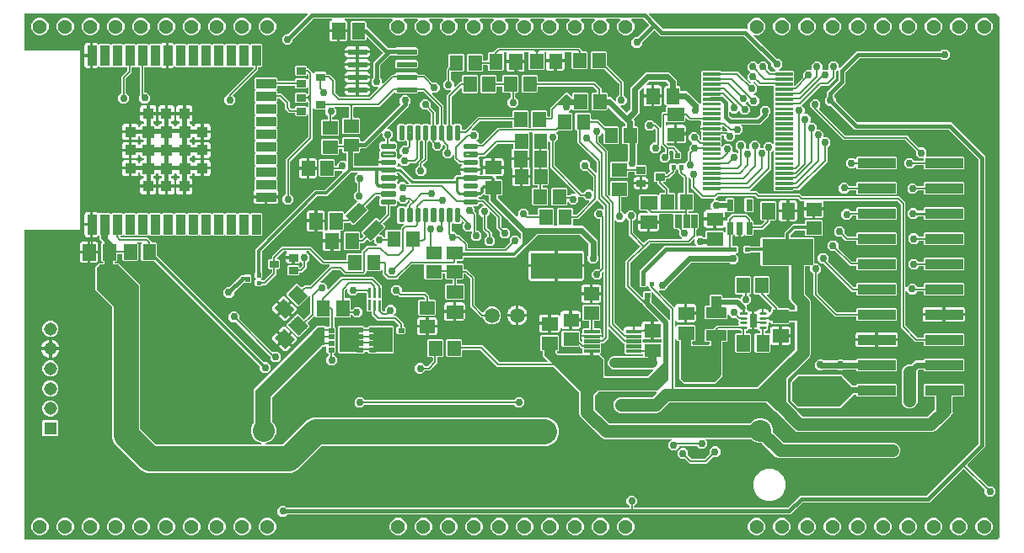
<source format=gbr>
G04 EAGLE Gerber RS-274X export*
G75*
%MOMM*%
%FSLAX34Y34*%
%LPD*%
%INTop Copper*%
%IPPOS*%
%AMOC8*
5,1,8,0,0,1.08239X$1,22.5*%
G01*
%ADD10C,2.205000*%
%ADD11C,0.052000*%
%ADD12C,1.308000*%
%ADD13R,1.308000X1.308000*%
%ADD14C,0.050000*%
%ADD15C,0.049000*%
%ADD16C,0.049500*%
%ADD17C,0.051622*%
%ADD18C,1.500000*%
%ADD19C,0.051459*%
%ADD20C,0.279300*%
%ADD21C,0.053338*%
%ADD22C,0.054000*%
%ADD23C,0.055000*%
%ADD24R,1.108000X1.108000*%
%ADD25C,0.051503*%
%ADD26C,0.051300*%
%ADD27C,0.050291*%
%ADD28C,1.426400*%
%ADD29C,0.050800*%
%ADD30C,0.050819*%
%ADD31C,0.242000*%
%ADD32C,0.054609*%
%ADD33C,0.152400*%
%ADD34C,0.756400*%
%ADD35C,0.304800*%
%ADD36C,0.200000*%
%ADD37C,0.508000*%
%ADD38C,1.270000*%
%ADD39C,0.609600*%
%ADD40C,0.203200*%
%ADD41C,2.540000*%
%ADD42C,0.812800*%
%ADD43C,1.016000*%
%ADD44C,0.254000*%
%ADD45C,0.406400*%

G36*
X986512Y10175D02*
X986512Y10175D01*
X986603Y10183D01*
X986633Y10195D01*
X986665Y10200D01*
X986745Y10243D01*
X986829Y10279D01*
X986861Y10305D01*
X986882Y10316D01*
X986904Y10339D01*
X986960Y10384D01*
X989616Y13040D01*
X989669Y13114D01*
X989729Y13183D01*
X989741Y13213D01*
X989760Y13239D01*
X989787Y13326D01*
X989821Y13411D01*
X989825Y13452D01*
X989832Y13475D01*
X989831Y13507D01*
X989839Y13578D01*
X989839Y535922D01*
X989825Y536012D01*
X989817Y536103D01*
X989805Y536133D01*
X989800Y536165D01*
X989757Y536245D01*
X989721Y536329D01*
X989695Y536361D01*
X989684Y536382D01*
X989661Y536404D01*
X989616Y536460D01*
X986460Y539616D01*
X986386Y539669D01*
X986317Y539729D01*
X986287Y539741D01*
X986261Y539760D01*
X986174Y539787D01*
X986089Y539821D01*
X986048Y539825D01*
X986025Y539832D01*
X985993Y539831D01*
X985922Y539839D01*
X638029Y539839D01*
X637958Y539828D01*
X637886Y539826D01*
X637837Y539808D01*
X637786Y539800D01*
X637723Y539766D01*
X637655Y539741D01*
X637614Y539709D01*
X637568Y539684D01*
X637519Y539633D01*
X637463Y539588D01*
X637435Y539544D01*
X637399Y539506D01*
X637369Y539441D01*
X637330Y539381D01*
X637317Y539330D01*
X637295Y539283D01*
X637287Y539212D01*
X637270Y539142D01*
X637274Y539090D01*
X637268Y539039D01*
X637284Y538968D01*
X637289Y538897D01*
X637309Y538849D01*
X637321Y538798D01*
X637357Y538737D01*
X637385Y538671D01*
X637430Y538615D01*
X637447Y538587D01*
X637465Y538572D01*
X637490Y538540D01*
X644250Y531780D01*
X646780Y529250D01*
X651750Y524280D01*
X651824Y524227D01*
X651894Y524167D01*
X651924Y524155D01*
X651950Y524136D01*
X652037Y524109D01*
X652122Y524075D01*
X652163Y524071D01*
X652185Y524064D01*
X652217Y524065D01*
X652289Y524057D01*
X735723Y524057D01*
X735781Y523999D01*
X735860Y523943D01*
X735935Y523880D01*
X735959Y523871D01*
X735980Y523856D01*
X736073Y523827D01*
X736164Y523792D01*
X736190Y523791D01*
X736215Y523783D01*
X736313Y523786D01*
X736410Y523782D01*
X736435Y523789D01*
X736461Y523790D01*
X736553Y523823D01*
X736646Y523850D01*
X736668Y523865D01*
X736692Y523874D01*
X736768Y523935D01*
X736848Y523991D01*
X736864Y524012D01*
X736884Y524028D01*
X736937Y524110D01*
X736995Y524188D01*
X737003Y524213D01*
X737017Y524235D01*
X737041Y524329D01*
X737071Y524422D01*
X737071Y524448D01*
X737077Y524473D01*
X737070Y524570D01*
X737069Y524668D01*
X737060Y524699D01*
X737058Y524719D01*
X737045Y524749D01*
X737043Y524756D01*
X737043Y528222D01*
X738361Y531404D01*
X740796Y533839D01*
X743978Y535157D01*
X747422Y535157D01*
X750604Y533839D01*
X753039Y531404D01*
X754357Y528222D01*
X754357Y524778D01*
X753039Y521596D01*
X750604Y519161D01*
X747422Y517843D01*
X743939Y517843D01*
X743934Y517844D01*
X743841Y517873D01*
X743815Y517872D01*
X743790Y517878D01*
X743693Y517869D01*
X743595Y517867D01*
X743571Y517858D01*
X743545Y517855D01*
X743456Y517816D01*
X743364Y517782D01*
X743344Y517766D01*
X743320Y517755D01*
X743248Y517689D01*
X743172Y517629D01*
X743158Y517607D01*
X743139Y517589D01*
X743092Y517504D01*
X743039Y517422D01*
X743033Y517396D01*
X743020Y517373D01*
X743003Y517278D01*
X742979Y517183D01*
X742981Y517157D01*
X742976Y517131D01*
X742991Y517035D01*
X742998Y516938D01*
X743008Y516914D01*
X743012Y516888D01*
X743057Y516801D01*
X743095Y516712D01*
X743115Y516686D01*
X743124Y516669D01*
X743147Y516646D01*
X743199Y516581D01*
X765500Y494280D01*
X765574Y494227D01*
X765644Y494167D01*
X765674Y494155D01*
X765700Y494136D01*
X765787Y494109D01*
X765872Y494075D01*
X765913Y494071D01*
X765935Y494064D01*
X765967Y494065D01*
X766039Y494057D01*
X768198Y494057D01*
X771307Y490948D01*
X771307Y486552D01*
X768013Y483258D01*
X767971Y483200D01*
X767922Y483148D01*
X767900Y483101D01*
X767870Y483059D01*
X767848Y482990D01*
X767818Y482925D01*
X767813Y482873D01*
X767797Y482823D01*
X767799Y482752D01*
X767791Y482681D01*
X767802Y482630D01*
X767804Y482578D01*
X767828Y482510D01*
X767843Y482440D01*
X767870Y482395D01*
X767888Y482347D01*
X767933Y482291D01*
X767970Y482229D01*
X768009Y482195D01*
X768042Y482155D01*
X768102Y482116D01*
X768157Y482069D01*
X768205Y482050D01*
X768249Y482022D01*
X768318Y482004D01*
X768385Y481977D01*
X768456Y481969D01*
X768487Y481961D01*
X768510Y481963D01*
X768551Y481959D01*
X782187Y481959D01*
X783231Y480914D01*
X783231Y477086D01*
X783184Y477038D01*
X783172Y477022D01*
X783157Y477010D01*
X783101Y476922D01*
X783040Y476839D01*
X783035Y476820D01*
X783024Y476803D01*
X782998Y476702D01*
X782968Y476603D01*
X782969Y476583D01*
X782964Y476564D01*
X782972Y476461D01*
X782974Y476358D01*
X782981Y476339D01*
X782983Y476319D01*
X783023Y476224D01*
X783059Y476127D01*
X783071Y476111D01*
X783079Y476093D01*
X783184Y475962D01*
X783231Y475914D01*
X783231Y472086D01*
X783184Y472038D01*
X783172Y472022D01*
X783157Y472010D01*
X783101Y471922D01*
X783040Y471839D01*
X783035Y471820D01*
X783024Y471803D01*
X782998Y471702D01*
X782968Y471603D01*
X782969Y471583D01*
X782964Y471564D01*
X782972Y471461D01*
X782974Y471358D01*
X782981Y471339D01*
X782983Y471319D01*
X783023Y471224D01*
X783059Y471127D01*
X783071Y471111D01*
X783079Y471093D01*
X783159Y470993D01*
X783162Y470987D01*
X783166Y470984D01*
X783184Y470962D01*
X783231Y470914D01*
X783231Y467803D01*
X783243Y467732D01*
X783245Y467661D01*
X783263Y467612D01*
X783271Y467560D01*
X783305Y467497D01*
X783329Y467430D01*
X783362Y467389D01*
X783386Y467343D01*
X783438Y467293D01*
X783483Y467237D01*
X783527Y467209D01*
X783564Y467173D01*
X783629Y467143D01*
X783690Y467104D01*
X783740Y467092D01*
X783787Y467070D01*
X783859Y467062D01*
X783928Y467044D01*
X783980Y467048D01*
X784032Y467043D01*
X784102Y467058D01*
X784173Y467064D01*
X784221Y467084D01*
X784272Y467095D01*
X784334Y467132D01*
X784400Y467160D01*
X784456Y467205D01*
X784483Y467221D01*
X784499Y467239D01*
X784531Y467265D01*
X792470Y475204D01*
X792523Y475278D01*
X792583Y475348D01*
X792595Y475378D01*
X792614Y475404D01*
X792641Y475491D01*
X792675Y475576D01*
X792679Y475617D01*
X792686Y475639D01*
X792685Y475671D01*
X792693Y475743D01*
X792693Y479698D01*
X795802Y482807D01*
X800432Y482807D01*
X800452Y482810D01*
X800471Y482808D01*
X800573Y482830D01*
X800675Y482846D01*
X800692Y482856D01*
X800712Y482860D01*
X800801Y482913D01*
X800892Y482962D01*
X800906Y482976D01*
X800923Y482986D01*
X800990Y483065D01*
X801062Y483140D01*
X801070Y483158D01*
X801083Y483173D01*
X801122Y483269D01*
X801165Y483363D01*
X801167Y483383D01*
X801175Y483401D01*
X801193Y483568D01*
X801193Y488198D01*
X804302Y491307D01*
X808698Y491307D01*
X811807Y488198D01*
X811807Y483818D01*
X811810Y483798D01*
X811808Y483779D01*
X811830Y483677D01*
X811846Y483575D01*
X811856Y483558D01*
X811860Y483538D01*
X811913Y483449D01*
X811962Y483358D01*
X811976Y483344D01*
X811986Y483327D01*
X812065Y483260D01*
X812140Y483188D01*
X812158Y483180D01*
X812173Y483167D01*
X812269Y483128D01*
X812363Y483085D01*
X812383Y483083D01*
X812401Y483075D01*
X812568Y483057D01*
X816932Y483057D01*
X816952Y483060D01*
X816971Y483058D01*
X817073Y483080D01*
X817175Y483096D01*
X817192Y483106D01*
X817212Y483110D01*
X817301Y483163D01*
X817392Y483212D01*
X817406Y483226D01*
X817423Y483236D01*
X817490Y483315D01*
X817562Y483390D01*
X817570Y483408D01*
X817583Y483423D01*
X817622Y483519D01*
X817665Y483613D01*
X817667Y483633D01*
X817675Y483651D01*
X817693Y483818D01*
X817693Y488198D01*
X820802Y491307D01*
X825198Y491307D01*
X828307Y488198D01*
X828307Y485675D01*
X828318Y485604D01*
X828320Y485532D01*
X828338Y485483D01*
X828346Y485432D01*
X828380Y485368D01*
X828405Y485301D01*
X828437Y485260D01*
X828462Y485214D01*
X828514Y485165D01*
X828558Y485109D01*
X828602Y485081D01*
X828640Y485045D01*
X828705Y485015D01*
X828765Y484976D01*
X828816Y484963D01*
X828863Y484941D01*
X828934Y484933D01*
X829004Y484916D01*
X829056Y484920D01*
X829107Y484914D01*
X829178Y484930D01*
X829249Y484935D01*
X829297Y484955D01*
X829348Y484967D01*
X829409Y485003D01*
X829475Y485031D01*
X829531Y485076D01*
X829559Y485093D01*
X829574Y485111D01*
X829606Y485136D01*
X846277Y501807D01*
X930137Y501807D01*
X930227Y501821D01*
X930318Y501829D01*
X930347Y501841D01*
X930379Y501846D01*
X930460Y501889D01*
X930544Y501925D01*
X930576Y501951D01*
X930597Y501962D01*
X930619Y501985D01*
X930675Y502030D01*
X932202Y503557D01*
X936598Y503557D01*
X939707Y500448D01*
X939707Y496052D01*
X936598Y492943D01*
X932202Y492943D01*
X930675Y494470D01*
X930601Y494523D01*
X930531Y494583D01*
X930501Y494595D01*
X930475Y494614D01*
X930388Y494641D01*
X930303Y494675D01*
X930262Y494679D01*
X930240Y494686D01*
X930208Y494685D01*
X930137Y494693D01*
X849539Y494693D01*
X849448Y494679D01*
X849358Y494671D01*
X849328Y494659D01*
X849296Y494654D01*
X849215Y494611D01*
X849131Y494575D01*
X849099Y494549D01*
X849078Y494538D01*
X849056Y494515D01*
X849000Y494470D01*
X835280Y480750D01*
X835227Y480676D01*
X835167Y480606D01*
X835155Y480576D01*
X835136Y480550D01*
X835109Y480463D01*
X835075Y480378D01*
X835071Y480337D01*
X835064Y480315D01*
X835065Y480283D01*
X835057Y480211D01*
X835057Y469527D01*
X823780Y458250D01*
X823727Y458176D01*
X823667Y458106D01*
X823655Y458076D01*
X823636Y458050D01*
X823609Y457963D01*
X823575Y457878D01*
X823571Y457837D01*
X823564Y457815D01*
X823565Y457783D01*
X823557Y457711D01*
X823557Y456263D01*
X823571Y456173D01*
X823579Y456082D01*
X823591Y456053D01*
X823596Y456021D01*
X823619Y455977D01*
X823620Y455973D01*
X823631Y455955D01*
X823639Y455940D01*
X823675Y455856D01*
X823701Y455824D01*
X823712Y455803D01*
X823735Y455781D01*
X823736Y455780D01*
X823746Y455762D01*
X823758Y455753D01*
X823780Y455725D01*
X825307Y454198D01*
X825307Y452039D01*
X825321Y451948D01*
X825329Y451858D01*
X825341Y451828D01*
X825346Y451796D01*
X825389Y451715D01*
X825425Y451631D01*
X825451Y451599D01*
X825462Y451578D01*
X825485Y451556D01*
X825530Y451500D01*
X846750Y430280D01*
X846824Y430227D01*
X846894Y430167D01*
X846924Y430155D01*
X846950Y430136D01*
X847037Y430109D01*
X847122Y430075D01*
X847163Y430071D01*
X847185Y430064D01*
X847217Y430065D01*
X847289Y430057D01*
X941473Y430057D01*
X943780Y427750D01*
X973500Y398030D01*
X975807Y395723D01*
X975807Y104027D01*
X957545Y85765D01*
X957534Y85749D01*
X957518Y85737D01*
X957462Y85649D01*
X957402Y85565D01*
X957396Y85547D01*
X957385Y85530D01*
X957360Y85429D01*
X957329Y85330D01*
X957330Y85310D01*
X957325Y85291D01*
X957333Y85188D01*
X957336Y85085D01*
X957343Y85066D01*
X957344Y85046D01*
X957384Y84951D01*
X957420Y84854D01*
X957433Y84838D01*
X957440Y84820D01*
X957545Y84689D01*
X977954Y64280D01*
X978028Y64227D01*
X978098Y64167D01*
X978128Y64155D01*
X978154Y64136D01*
X978241Y64109D01*
X978326Y64075D01*
X978367Y64071D01*
X978389Y64064D01*
X978421Y64065D01*
X978493Y64057D01*
X982448Y64057D01*
X985557Y60948D01*
X985557Y56552D01*
X982448Y53443D01*
X978052Y53443D01*
X974943Y56552D01*
X974943Y60507D01*
X974929Y60598D01*
X974921Y60688D01*
X974909Y60718D01*
X974904Y60750D01*
X974861Y60831D01*
X974825Y60915D01*
X974799Y60947D01*
X974788Y60968D01*
X974765Y60990D01*
X974720Y61046D01*
X954311Y81455D01*
X954295Y81466D01*
X954283Y81482D01*
X954195Y81538D01*
X954112Y81598D01*
X954093Y81604D01*
X954076Y81615D01*
X953975Y81640D01*
X953877Y81671D01*
X953857Y81670D01*
X953837Y81675D01*
X953734Y81667D01*
X953631Y81664D01*
X953612Y81657D01*
X953592Y81656D01*
X953497Y81616D01*
X953400Y81580D01*
X953384Y81567D01*
X953366Y81560D01*
X953235Y81455D01*
X919223Y47443D01*
X792289Y47443D01*
X792198Y47429D01*
X792108Y47421D01*
X792078Y47409D01*
X792046Y47404D01*
X791965Y47361D01*
X791881Y47325D01*
X791849Y47299D01*
X791828Y47288D01*
X791806Y47265D01*
X791750Y47220D01*
X779973Y35443D01*
X274063Y35443D01*
X273973Y35429D01*
X273882Y35421D01*
X273853Y35409D01*
X273821Y35404D01*
X273740Y35361D01*
X273656Y35325D01*
X273624Y35299D01*
X273603Y35288D01*
X273581Y35265D01*
X273525Y35220D01*
X271998Y33693D01*
X267602Y33693D01*
X264493Y36802D01*
X264493Y41198D01*
X267602Y44307D01*
X271998Y44307D01*
X273525Y42780D01*
X273599Y42727D01*
X273669Y42667D01*
X273699Y42655D01*
X273725Y42636D01*
X273812Y42609D01*
X273897Y42575D01*
X273938Y42571D01*
X273960Y42564D01*
X273992Y42565D01*
X274063Y42557D01*
X617202Y42557D01*
X617222Y42560D01*
X617241Y42558D01*
X617343Y42580D01*
X617445Y42596D01*
X617462Y42606D01*
X617482Y42610D01*
X617571Y42663D01*
X617662Y42712D01*
X617676Y42726D01*
X617693Y42736D01*
X617760Y42815D01*
X617832Y42890D01*
X617840Y42908D01*
X617853Y42923D01*
X617892Y43019D01*
X617935Y43113D01*
X617937Y43133D01*
X617945Y43151D01*
X617963Y43318D01*
X617963Y43467D01*
X617949Y43557D01*
X617941Y43648D01*
X617929Y43677D01*
X617924Y43709D01*
X617881Y43790D01*
X617845Y43874D01*
X617819Y43906D01*
X617808Y43927D01*
X617785Y43949D01*
X617740Y44005D01*
X614943Y46802D01*
X614943Y51198D01*
X618052Y54307D01*
X622448Y54307D01*
X625557Y51198D01*
X625557Y46802D01*
X622760Y44005D01*
X622707Y43931D01*
X622647Y43861D01*
X622635Y43831D01*
X622616Y43805D01*
X622589Y43718D01*
X622555Y43633D01*
X622551Y43592D01*
X622544Y43570D01*
X622545Y43538D01*
X622537Y43467D01*
X622537Y43318D01*
X622540Y43298D01*
X622538Y43279D01*
X622560Y43177D01*
X622576Y43075D01*
X622586Y43058D01*
X622590Y43038D01*
X622643Y42949D01*
X622692Y42858D01*
X622706Y42844D01*
X622716Y42827D01*
X622795Y42760D01*
X622870Y42688D01*
X622888Y42680D01*
X622903Y42667D01*
X622999Y42628D01*
X623093Y42585D01*
X623113Y42583D01*
X623131Y42575D01*
X623298Y42557D01*
X776711Y42557D01*
X776802Y42571D01*
X776892Y42579D01*
X776922Y42591D01*
X776954Y42596D01*
X777035Y42639D01*
X777119Y42675D01*
X777151Y42701D01*
X777172Y42712D01*
X777194Y42735D01*
X777250Y42780D01*
X789027Y54557D01*
X915961Y54557D01*
X916052Y54571D01*
X916142Y54579D01*
X916172Y54591D01*
X916204Y54596D01*
X916285Y54639D01*
X916369Y54675D01*
X916401Y54701D01*
X916422Y54712D01*
X916444Y54735D01*
X916500Y54780D01*
X968470Y106750D01*
X968523Y106824D01*
X968583Y106894D01*
X968595Y106924D01*
X968614Y106950D01*
X968641Y107037D01*
X968675Y107122D01*
X968679Y107163D01*
X968686Y107185D01*
X968685Y107217D01*
X968693Y107289D01*
X968693Y392461D01*
X968679Y392551D01*
X968671Y392642D01*
X968659Y392672D01*
X968654Y392704D01*
X968611Y392785D01*
X968575Y392869D01*
X968549Y392901D01*
X968538Y392922D01*
X968515Y392944D01*
X968470Y393000D01*
X938750Y422720D01*
X938676Y422773D01*
X938606Y422833D01*
X938576Y422845D01*
X938550Y422864D01*
X938463Y422891D01*
X938378Y422925D01*
X938337Y422929D01*
X938315Y422936D01*
X938283Y422935D01*
X938211Y422943D01*
X844027Y422943D01*
X820500Y446470D01*
X820426Y446523D01*
X820356Y446583D01*
X820326Y446595D01*
X820300Y446614D01*
X820213Y446641D01*
X820128Y446675D01*
X820087Y446679D01*
X820065Y446686D01*
X820033Y446685D01*
X819961Y446693D01*
X817802Y446693D01*
X814693Y449802D01*
X814693Y454198D01*
X816220Y455725D01*
X816264Y455786D01*
X816301Y455825D01*
X816308Y455839D01*
X816333Y455869D01*
X816345Y455899D01*
X816364Y455925D01*
X816391Y456012D01*
X816425Y456097D01*
X816429Y456138D01*
X816436Y456160D01*
X816435Y456192D01*
X816443Y456263D01*
X816443Y460973D01*
X827720Y472250D01*
X827773Y472324D01*
X827833Y472394D01*
X827845Y472424D01*
X827864Y472450D01*
X827891Y472537D01*
X827925Y472622D01*
X827929Y472663D01*
X827936Y472685D01*
X827935Y472717D01*
X827943Y472789D01*
X827943Y481601D01*
X827932Y481671D01*
X827930Y481743D01*
X827912Y481792D01*
X827904Y481843D01*
X827870Y481907D01*
X827845Y481974D01*
X827813Y482015D01*
X827788Y482061D01*
X827736Y482110D01*
X827692Y482166D01*
X827648Y482194D01*
X827610Y482230D01*
X827545Y482260D01*
X827485Y482299D01*
X827434Y482312D01*
X827387Y482334D01*
X827316Y482342D01*
X827246Y482359D01*
X827194Y482355D01*
X827143Y482361D01*
X827072Y482346D01*
X827001Y482340D01*
X826953Y482320D01*
X826902Y482309D01*
X826841Y482272D01*
X826775Y482244D01*
X826719Y482199D01*
X826691Y482182D01*
X826676Y482165D01*
X826644Y482139D01*
X825510Y481005D01*
X825457Y480931D01*
X825397Y480861D01*
X825385Y480831D01*
X825366Y480805D01*
X825339Y480718D01*
X825305Y480633D01*
X825301Y480592D01*
X825294Y480570D01*
X825295Y480538D01*
X825287Y480467D01*
X825287Y474053D01*
X818197Y466963D01*
X811013Y466963D01*
X810922Y466949D01*
X810832Y466941D01*
X810802Y466929D01*
X810770Y466924D01*
X810689Y466881D01*
X810605Y466845D01*
X810573Y466819D01*
X810552Y466808D01*
X810530Y466785D01*
X810474Y466740D01*
X791408Y447674D01*
X791396Y447658D01*
X791380Y447645D01*
X791324Y447558D01*
X791264Y447474D01*
X791258Y447455D01*
X791247Y447438D01*
X791222Y447338D01*
X791192Y447239D01*
X791192Y447219D01*
X791187Y447200D01*
X791195Y447097D01*
X791198Y446993D01*
X791205Y446974D01*
X791207Y446954D01*
X791247Y446860D01*
X791283Y446762D01*
X791295Y446746D01*
X791303Y446728D01*
X791375Y446638D01*
X791381Y446627D01*
X791388Y446621D01*
X791408Y446597D01*
X793807Y444198D01*
X793807Y439794D01*
X793785Y439764D01*
X793736Y439712D01*
X793714Y439664D01*
X793683Y439622D01*
X793662Y439554D01*
X793632Y439489D01*
X793626Y439437D01*
X793611Y439387D01*
X793613Y439315D01*
X793605Y439244D01*
X793616Y439193D01*
X793617Y439141D01*
X793642Y439074D01*
X793657Y439004D01*
X793684Y438959D01*
X793702Y438910D01*
X793746Y438854D01*
X793783Y438793D01*
X793823Y438759D01*
X793855Y438718D01*
X793916Y438679D01*
X793970Y438633D01*
X794018Y438613D01*
X794062Y438585D01*
X794132Y438568D01*
X794198Y438541D01*
X794270Y438533D01*
X794301Y438525D01*
X794324Y438527D01*
X794365Y438522D01*
X796630Y438522D01*
X799739Y435414D01*
X799739Y430932D01*
X799731Y430906D01*
X799701Y430841D01*
X799695Y430789D01*
X799680Y430740D01*
X799681Y430668D01*
X799674Y430597D01*
X799685Y430546D01*
X799686Y430494D01*
X799711Y430426D01*
X799726Y430356D01*
X799753Y430311D01*
X799770Y430263D01*
X799815Y430207D01*
X799852Y430145D01*
X799892Y430111D01*
X799924Y430071D01*
X799984Y430032D01*
X800039Y429985D01*
X800087Y429966D01*
X800131Y429938D01*
X800200Y429920D01*
X800267Y429893D01*
X800338Y429885D01*
X800369Y429877D01*
X800393Y429879D01*
X800434Y429875D01*
X803130Y429875D01*
X806239Y426766D01*
X806239Y423568D01*
X806242Y423548D01*
X806240Y423529D01*
X806262Y423427D01*
X806278Y423325D01*
X806288Y423308D01*
X806292Y423288D01*
X806345Y423199D01*
X806394Y423108D01*
X806408Y423094D01*
X806418Y423077D01*
X806497Y423010D01*
X806572Y422938D01*
X806590Y422930D01*
X806605Y422917D01*
X806701Y422878D01*
X806795Y422835D01*
X806815Y422833D01*
X806833Y422825D01*
X807000Y422807D01*
X809698Y422807D01*
X812807Y419698D01*
X812807Y416068D01*
X812810Y416048D01*
X812808Y416029D01*
X812830Y415927D01*
X812846Y415825D01*
X812856Y415808D01*
X812860Y415788D01*
X812913Y415699D01*
X812962Y415608D01*
X812976Y415594D01*
X812986Y415577D01*
X813065Y415510D01*
X813140Y415438D01*
X813158Y415430D01*
X813173Y415417D01*
X813269Y415378D01*
X813363Y415335D01*
X813383Y415333D01*
X813401Y415325D01*
X813568Y415307D01*
X816698Y415307D01*
X819807Y412198D01*
X819807Y407802D01*
X817010Y405005D01*
X816964Y404942D01*
X816940Y404916D01*
X816935Y404906D01*
X816897Y404861D01*
X816885Y404831D01*
X816866Y404805D01*
X816839Y404718D01*
X816805Y404633D01*
X816801Y404592D01*
X816794Y404570D01*
X816795Y404538D01*
X816787Y404467D01*
X816787Y390553D01*
X787947Y361713D01*
X783174Y361713D01*
X783084Y361699D01*
X782993Y361691D01*
X782963Y361679D01*
X782931Y361674D01*
X782851Y361631D01*
X782767Y361595D01*
X782735Y361569D01*
X782714Y361558D01*
X782692Y361535D01*
X782636Y361490D01*
X782187Y361041D01*
X764073Y361041D01*
X763029Y362086D01*
X763029Y365914D01*
X763076Y365962D01*
X763088Y365978D01*
X763103Y365990D01*
X763159Y366077D01*
X763220Y366161D01*
X763226Y366180D01*
X763236Y366197D01*
X763262Y366298D01*
X763292Y366396D01*
X763291Y366416D01*
X763296Y366436D01*
X763288Y366539D01*
X763286Y366642D01*
X763279Y366661D01*
X763277Y366681D01*
X763237Y366776D01*
X763201Y366873D01*
X763189Y366889D01*
X763181Y366907D01*
X763076Y367038D01*
X763029Y367086D01*
X763029Y370914D01*
X763076Y370962D01*
X763088Y370978D01*
X763103Y370990D01*
X763159Y371077D01*
X763220Y371161D01*
X763226Y371180D01*
X763236Y371197D01*
X763262Y371298D01*
X763292Y371396D01*
X763291Y371416D01*
X763296Y371436D01*
X763288Y371539D01*
X763286Y371642D01*
X763279Y371661D01*
X763277Y371681D01*
X763237Y371776D01*
X763201Y371873D01*
X763189Y371889D01*
X763181Y371907D01*
X763076Y372038D01*
X763029Y372086D01*
X763029Y375914D01*
X763076Y375962D01*
X763088Y375978D01*
X763103Y375990D01*
X763159Y376077D01*
X763220Y376161D01*
X763226Y376180D01*
X763236Y376197D01*
X763262Y376298D01*
X763292Y376396D01*
X763291Y376416D01*
X763296Y376436D01*
X763288Y376539D01*
X763286Y376642D01*
X763279Y376661D01*
X763277Y376681D01*
X763237Y376776D01*
X763201Y376873D01*
X763189Y376889D01*
X763181Y376907D01*
X763076Y377038D01*
X763029Y377086D01*
X763029Y380914D01*
X763076Y380962D01*
X763088Y380978D01*
X763103Y380990D01*
X763159Y381077D01*
X763220Y381161D01*
X763226Y381180D01*
X763236Y381197D01*
X763262Y381298D01*
X763292Y381396D01*
X763291Y381416D01*
X763296Y381436D01*
X763288Y381539D01*
X763286Y381642D01*
X763279Y381661D01*
X763277Y381681D01*
X763237Y381776D01*
X763201Y381873D01*
X763189Y381889D01*
X763181Y381907D01*
X763076Y382038D01*
X763029Y382086D01*
X763029Y385914D01*
X763076Y385962D01*
X763088Y385978D01*
X763103Y385990D01*
X763159Y386077D01*
X763220Y386161D01*
X763226Y386180D01*
X763236Y386197D01*
X763262Y386298D01*
X763292Y386396D01*
X763291Y386416D01*
X763296Y386436D01*
X763288Y386539D01*
X763286Y386642D01*
X763279Y386661D01*
X763277Y386681D01*
X763237Y386776D01*
X763201Y386873D01*
X763189Y386889D01*
X763181Y386907D01*
X763076Y387038D01*
X763029Y387086D01*
X763029Y390914D01*
X763076Y390962D01*
X763088Y390978D01*
X763103Y390990D01*
X763159Y391077D01*
X763220Y391161D01*
X763226Y391180D01*
X763236Y391197D01*
X763262Y391298D01*
X763292Y391396D01*
X763291Y391416D01*
X763296Y391436D01*
X763288Y391539D01*
X763286Y391642D01*
X763279Y391661D01*
X763277Y391681D01*
X763237Y391776D01*
X763201Y391873D01*
X763189Y391889D01*
X763181Y391907D01*
X763076Y392038D01*
X763029Y392086D01*
X763029Y395914D01*
X763076Y395962D01*
X763088Y395978D01*
X763103Y395990D01*
X763159Y396077D01*
X763220Y396161D01*
X763226Y396180D01*
X763236Y396197D01*
X763262Y396298D01*
X763292Y396396D01*
X763291Y396416D01*
X763296Y396436D01*
X763288Y396539D01*
X763286Y396642D01*
X763279Y396661D01*
X763277Y396681D01*
X763237Y396776D01*
X763201Y396873D01*
X763189Y396889D01*
X763181Y396907D01*
X763076Y397038D01*
X763029Y397086D01*
X763029Y400822D01*
X763017Y400893D01*
X763015Y400965D01*
X762997Y401014D01*
X762989Y401065D01*
X762955Y401128D01*
X762931Y401196D01*
X762898Y401236D01*
X762874Y401282D01*
X762822Y401332D01*
X762777Y401388D01*
X762733Y401416D01*
X762696Y401452D01*
X762631Y401482D01*
X762570Y401521D01*
X762520Y401533D01*
X762473Y401555D01*
X762401Y401563D01*
X762332Y401581D01*
X762280Y401577D01*
X762228Y401582D01*
X762158Y401567D01*
X762087Y401562D01*
X762039Y401541D01*
X761988Y401530D01*
X761926Y401493D01*
X761860Y401465D01*
X761804Y401420D01*
X761777Y401404D01*
X761761Y401386D01*
X761729Y401360D01*
X760374Y400005D01*
X760321Y399931D01*
X760261Y399861D01*
X760249Y399831D01*
X760230Y399805D01*
X760203Y399718D01*
X760169Y399633D01*
X760165Y399592D01*
X760158Y399570D01*
X760159Y399538D01*
X760151Y399467D01*
X760151Y382543D01*
X741163Y363556D01*
X739694Y362086D01*
X739652Y362028D01*
X739602Y361976D01*
X739580Y361929D01*
X739550Y361887D01*
X739529Y361818D01*
X739499Y361753D01*
X739493Y361701D01*
X739478Y361651D01*
X739480Y361580D01*
X739472Y361509D01*
X739483Y361458D01*
X739484Y361406D01*
X739509Y361338D01*
X739524Y361268D01*
X739551Y361223D01*
X739568Y361175D01*
X739613Y361119D01*
X739650Y361057D01*
X739690Y361023D01*
X739722Y360983D01*
X739782Y360944D01*
X739837Y360897D01*
X739885Y360878D01*
X739929Y360850D01*
X739999Y360832D01*
X740065Y360805D01*
X740136Y360797D01*
X740168Y360789D01*
X740191Y360791D01*
X740232Y360787D01*
X745947Y360787D01*
X747510Y359224D01*
X748224Y358510D01*
X748298Y358457D01*
X748368Y358397D01*
X748398Y358385D01*
X748424Y358366D01*
X748511Y358339D01*
X748596Y358305D01*
X748637Y358301D01*
X748659Y358294D01*
X748691Y358295D01*
X748762Y358287D01*
X789447Y358287D01*
X791724Y356010D01*
X791798Y355957D01*
X791868Y355897D01*
X791898Y355885D01*
X791924Y355866D01*
X792011Y355839D01*
X792096Y355805D01*
X792137Y355801D01*
X792159Y355794D01*
X792191Y355795D01*
X792263Y355787D01*
X888947Y355787D01*
X895287Y349447D01*
X895287Y265129D01*
X895298Y265059D01*
X895300Y264987D01*
X895318Y264938D01*
X895326Y264887D01*
X895360Y264823D01*
X895385Y264756D01*
X895417Y264715D01*
X895442Y264669D01*
X895494Y264620D01*
X895538Y264564D01*
X895582Y264536D01*
X895620Y264500D01*
X895685Y264470D01*
X895745Y264431D01*
X895796Y264418D01*
X895843Y264396D01*
X895914Y264388D01*
X895984Y264371D01*
X896036Y264375D01*
X896087Y264369D01*
X896158Y264384D01*
X896229Y264390D01*
X896277Y264410D01*
X896328Y264421D01*
X896389Y264458D01*
X896455Y264486D01*
X896511Y264531D01*
X896539Y264548D01*
X896554Y264565D01*
X896586Y264591D01*
X899802Y267807D01*
X904198Y267807D01*
X907195Y264810D01*
X907269Y264757D01*
X907339Y264697D01*
X907369Y264685D01*
X907395Y264666D01*
X907482Y264639D01*
X907567Y264605D01*
X907608Y264601D01*
X907630Y264594D01*
X907662Y264595D01*
X907733Y264587D01*
X912714Y264587D01*
X912734Y264590D01*
X912753Y264588D01*
X912855Y264610D01*
X912957Y264626D01*
X912974Y264636D01*
X912994Y264640D01*
X913083Y264693D01*
X913174Y264742D01*
X913188Y264756D01*
X913205Y264766D01*
X913272Y264845D01*
X913344Y264920D01*
X913352Y264938D01*
X913365Y264953D01*
X913404Y265049D01*
X913447Y265143D01*
X913449Y265163D01*
X913457Y265181D01*
X913475Y265348D01*
X913475Y267785D01*
X914515Y268825D01*
X952985Y268825D01*
X954025Y267785D01*
X954025Y256815D01*
X952985Y255775D01*
X914515Y255775D01*
X913475Y256815D01*
X913475Y259252D01*
X913472Y259272D01*
X913474Y259291D01*
X913452Y259393D01*
X913436Y259495D01*
X913426Y259512D01*
X913422Y259532D01*
X913369Y259621D01*
X913320Y259712D01*
X913306Y259726D01*
X913296Y259743D01*
X913217Y259810D01*
X913142Y259882D01*
X913124Y259890D01*
X913109Y259903D01*
X913013Y259942D01*
X912919Y259985D01*
X912899Y259987D01*
X912881Y259995D01*
X912714Y260013D01*
X907333Y260013D01*
X907243Y259999D01*
X907152Y259991D01*
X907123Y259979D01*
X907091Y259974D01*
X907010Y259931D01*
X906926Y259895D01*
X906894Y259869D01*
X906873Y259858D01*
X906851Y259835D01*
X906795Y259790D01*
X904198Y257193D01*
X899802Y257193D01*
X896586Y260409D01*
X896528Y260451D01*
X896476Y260500D01*
X896429Y260522D01*
X896387Y260552D01*
X896318Y260574D01*
X896253Y260604D01*
X896201Y260609D01*
X896151Y260625D01*
X896080Y260623D01*
X896009Y260631D01*
X895958Y260620D01*
X895906Y260618D01*
X895838Y260594D01*
X895768Y260579D01*
X895723Y260552D01*
X895675Y260534D01*
X895619Y260489D01*
X895557Y260452D01*
X895523Y260413D01*
X895483Y260380D01*
X895444Y260320D01*
X895397Y260265D01*
X895378Y260217D01*
X895350Y260173D01*
X895332Y260104D01*
X895305Y260037D01*
X895297Y259966D01*
X895289Y259935D01*
X895291Y259912D01*
X895287Y259871D01*
X895287Y225930D01*
X895301Y225840D01*
X895309Y225749D01*
X895321Y225719D01*
X895326Y225687D01*
X895369Y225606D01*
X895405Y225522D01*
X895431Y225490D01*
X895442Y225470D01*
X895465Y225447D01*
X895510Y225391D01*
X906891Y214010D01*
X906965Y213957D01*
X907035Y213897D01*
X907065Y213885D01*
X907091Y213866D01*
X907178Y213839D01*
X907263Y213805D01*
X907304Y213801D01*
X907326Y213794D01*
X907358Y213795D01*
X907430Y213787D01*
X912714Y213787D01*
X912734Y213790D01*
X912753Y213788D01*
X912855Y213810D01*
X912957Y213826D01*
X912974Y213836D01*
X912994Y213840D01*
X913083Y213893D01*
X913174Y213942D01*
X913188Y213956D01*
X913205Y213966D01*
X913272Y214045D01*
X913344Y214120D01*
X913352Y214138D01*
X913365Y214153D01*
X913404Y214249D01*
X913447Y214343D01*
X913449Y214363D01*
X913457Y214381D01*
X913475Y214548D01*
X913475Y216985D01*
X914515Y218025D01*
X952985Y218025D01*
X954025Y216985D01*
X954025Y206015D01*
X952985Y204975D01*
X914515Y204975D01*
X913475Y206015D01*
X913475Y208452D01*
X913472Y208472D01*
X913474Y208491D01*
X913452Y208593D01*
X913436Y208695D01*
X913426Y208712D01*
X913422Y208732D01*
X913369Y208821D01*
X913320Y208912D01*
X913306Y208926D01*
X913296Y208943D01*
X913217Y209010D01*
X913142Y209082D01*
X913124Y209090D01*
X913109Y209103D01*
X913013Y209142D01*
X912919Y209185D01*
X912899Y209187D01*
X912881Y209195D01*
X912714Y209213D01*
X905220Y209213D01*
X890713Y223720D01*
X890713Y347237D01*
X890699Y347328D01*
X890691Y347418D01*
X890679Y347448D01*
X890674Y347480D01*
X890631Y347561D01*
X890595Y347645D01*
X890569Y347677D01*
X890558Y347698D01*
X890535Y347720D01*
X890490Y347776D01*
X887276Y350990D01*
X887202Y351043D01*
X887132Y351103D01*
X887102Y351115D01*
X887076Y351134D01*
X886989Y351161D01*
X886904Y351195D01*
X886863Y351199D01*
X886841Y351206D01*
X886809Y351205D01*
X886737Y351213D01*
X813753Y351213D01*
X813636Y351194D01*
X813518Y351176D01*
X813514Y351174D01*
X813510Y351174D01*
X813406Y351118D01*
X813299Y351063D01*
X813296Y351060D01*
X813293Y351058D01*
X813211Y350973D01*
X813128Y350887D01*
X813126Y350883D01*
X813123Y350880D01*
X813073Y350773D01*
X813022Y350665D01*
X813021Y350661D01*
X813020Y350657D01*
X813007Y350541D01*
X812992Y350421D01*
X812993Y350416D01*
X812993Y350413D01*
X812996Y350399D01*
X813018Y350255D01*
X813191Y349609D01*
X813191Y344523D01*
X803912Y344523D01*
X803892Y344520D01*
X803873Y344522D01*
X803771Y344500D01*
X803669Y344483D01*
X803652Y344474D01*
X803632Y344470D01*
X803543Y344417D01*
X803452Y344368D01*
X803438Y344354D01*
X803421Y344344D01*
X803354Y344265D01*
X803283Y344190D01*
X803274Y344172D01*
X803261Y344157D01*
X803222Y344061D01*
X803179Y343967D01*
X803177Y343947D01*
X803169Y343929D01*
X803151Y343762D01*
X803151Y342999D01*
X803149Y342999D01*
X803149Y343762D01*
X803146Y343782D01*
X803148Y343801D01*
X803126Y343903D01*
X803109Y344005D01*
X803100Y344022D01*
X803096Y344042D01*
X803043Y344131D01*
X802994Y344222D01*
X802980Y344236D01*
X802970Y344253D01*
X802891Y344320D01*
X802816Y344391D01*
X802798Y344400D01*
X802783Y344413D01*
X802687Y344452D01*
X802593Y344495D01*
X802573Y344497D01*
X802555Y344505D01*
X802388Y344523D01*
X793109Y344523D01*
X793109Y349609D01*
X793282Y350255D01*
X793294Y350374D01*
X793307Y350491D01*
X793306Y350496D01*
X793307Y350500D01*
X793281Y350614D01*
X793255Y350732D01*
X793253Y350735D01*
X793252Y350739D01*
X793190Y350841D01*
X793129Y350943D01*
X793126Y350946D01*
X793124Y350949D01*
X793034Y351024D01*
X792942Y351103D01*
X792938Y351104D01*
X792935Y351107D01*
X792826Y351150D01*
X792714Y351195D01*
X792709Y351195D01*
X792706Y351197D01*
X792692Y351197D01*
X792547Y351213D01*
X790053Y351213D01*
X787776Y353490D01*
X787702Y353543D01*
X787632Y353603D01*
X787602Y353615D01*
X787576Y353634D01*
X787489Y353661D01*
X787404Y353695D01*
X787363Y353699D01*
X787341Y353706D01*
X787309Y353705D01*
X787237Y353713D01*
X746553Y353713D01*
X744990Y355276D01*
X744276Y355990D01*
X744202Y356043D01*
X744132Y356103D01*
X744102Y356115D01*
X744076Y356134D01*
X743989Y356161D01*
X743904Y356195D01*
X743863Y356199D01*
X743841Y356206D01*
X743809Y356205D01*
X743738Y356213D01*
X707762Y356213D01*
X707672Y356199D01*
X707581Y356191D01*
X707552Y356179D01*
X707520Y356174D01*
X707439Y356131D01*
X707355Y356095D01*
X707323Y356069D01*
X707302Y356058D01*
X707280Y356035D01*
X707224Y355990D01*
X706010Y354776D01*
X704340Y353106D01*
X704298Y353048D01*
X704249Y352996D01*
X704227Y352949D01*
X704197Y352907D01*
X704176Y352838D01*
X704145Y352773D01*
X704140Y352721D01*
X704124Y352671D01*
X704126Y352600D01*
X704118Y352529D01*
X704129Y352478D01*
X704131Y352426D01*
X704155Y352358D01*
X704170Y352288D01*
X704197Y352243D01*
X704215Y352195D01*
X704260Y352139D01*
X704297Y352077D01*
X704336Y352043D01*
X704369Y352003D01*
X704429Y351964D01*
X704484Y351917D01*
X704532Y351898D01*
X704576Y351870D01*
X704645Y351852D01*
X704712Y351825D01*
X704783Y351817D01*
X704814Y351809D01*
X704838Y351811D01*
X704878Y351807D01*
X707198Y351807D01*
X708217Y350788D01*
X708291Y350735D01*
X708361Y350675D01*
X708391Y350663D01*
X708417Y350644D01*
X708504Y350617D01*
X708589Y350583D01*
X708630Y350579D01*
X708652Y350572D01*
X708684Y350573D01*
X708755Y350565D01*
X713875Y350565D01*
X713895Y350568D01*
X713914Y350566D01*
X714016Y350588D01*
X714118Y350604D01*
X714135Y350614D01*
X714155Y350618D01*
X714244Y350671D01*
X714335Y350720D01*
X714349Y350734D01*
X714366Y350744D01*
X714433Y350823D01*
X714505Y350898D01*
X714513Y350916D01*
X714526Y350931D01*
X714565Y351027D01*
X714608Y351121D01*
X714610Y351141D01*
X714618Y351159D01*
X714636Y351326D01*
X714636Y353572D01*
X715680Y354616D01*
X722360Y354616D01*
X723404Y353572D01*
X723404Y340438D01*
X722360Y339394D01*
X715680Y339394D01*
X715430Y339644D01*
X715372Y339686D01*
X715320Y339735D01*
X715273Y339757D01*
X715231Y339788D01*
X715162Y339809D01*
X715097Y339839D01*
X715045Y339845D01*
X714995Y339860D01*
X714924Y339858D01*
X714853Y339866D01*
X714802Y339855D01*
X714750Y339854D01*
X714682Y339829D01*
X714612Y339814D01*
X714567Y339787D01*
X714519Y339769D01*
X714463Y339724D01*
X714401Y339688D01*
X714367Y339648D01*
X714327Y339616D01*
X714288Y339555D01*
X714241Y339501D01*
X714222Y339452D01*
X714194Y339409D01*
X714176Y339339D01*
X714149Y339273D01*
X714141Y339201D01*
X714133Y339170D01*
X714135Y339147D01*
X714131Y339106D01*
X714131Y334553D01*
X704352Y334553D01*
X704332Y334550D01*
X704313Y334552D01*
X704211Y334530D01*
X704109Y334513D01*
X704092Y334504D01*
X704072Y334500D01*
X703983Y334447D01*
X703892Y334398D01*
X703878Y334384D01*
X703861Y334374D01*
X703794Y334295D01*
X703723Y334220D01*
X703714Y334202D01*
X703701Y334187D01*
X703662Y334091D01*
X703619Y333997D01*
X703617Y333977D01*
X703609Y333959D01*
X703591Y333792D01*
X703591Y333029D01*
X703589Y333029D01*
X703589Y333792D01*
X703586Y333812D01*
X703588Y333831D01*
X703566Y333933D01*
X703549Y334035D01*
X703540Y334052D01*
X703536Y334072D01*
X703483Y334161D01*
X703434Y334252D01*
X703420Y334266D01*
X703410Y334283D01*
X703331Y334350D01*
X703256Y334421D01*
X703238Y334430D01*
X703223Y334443D01*
X703127Y334482D01*
X703033Y334525D01*
X703013Y334527D01*
X702995Y334535D01*
X702828Y334553D01*
X693049Y334553D01*
X693049Y339639D01*
X693240Y340351D01*
X693609Y340990D01*
X694130Y341511D01*
X694769Y341880D01*
X695481Y342071D01*
X700087Y342071D01*
X700157Y342082D01*
X700229Y342084D01*
X700278Y342102D01*
X700329Y342110D01*
X700393Y342144D01*
X700460Y342169D01*
X700501Y342201D01*
X700547Y342226D01*
X700596Y342278D01*
X700652Y342322D01*
X700680Y342366D01*
X700716Y342404D01*
X700746Y342469D01*
X700785Y342529D01*
X700798Y342580D01*
X700820Y342627D01*
X700828Y342698D01*
X700845Y342768D01*
X700841Y342820D01*
X700847Y342871D01*
X700832Y342942D01*
X700826Y343013D01*
X700806Y343061D01*
X700795Y343112D01*
X700758Y343173D01*
X700730Y343239D01*
X700685Y343295D01*
X700668Y343323D01*
X700651Y343338D01*
X700625Y343370D01*
X699693Y344302D01*
X699693Y348698D01*
X702909Y351914D01*
X702951Y351972D01*
X703000Y352024D01*
X703022Y352071D01*
X703052Y352113D01*
X703074Y352182D01*
X703104Y352247D01*
X703109Y352299D01*
X703125Y352349D01*
X703123Y352420D01*
X703131Y352491D01*
X703120Y352542D01*
X703118Y352594D01*
X703094Y352662D01*
X703079Y352732D01*
X703052Y352777D01*
X703034Y352825D01*
X702989Y352881D01*
X702952Y352943D01*
X702913Y352977D01*
X702880Y353017D01*
X702820Y353056D01*
X702765Y353103D01*
X702717Y353122D01*
X702673Y353150D01*
X702604Y353168D01*
X702537Y353195D01*
X702466Y353203D01*
X702435Y353211D01*
X702412Y353209D01*
X702371Y353213D01*
X691053Y353213D01*
X680213Y364053D01*
X680213Y371967D01*
X680199Y372057D01*
X680191Y372148D01*
X680179Y372177D01*
X680174Y372209D01*
X680131Y372290D01*
X680095Y372374D01*
X680069Y372406D01*
X680058Y372427D01*
X680035Y372449D01*
X679990Y372505D01*
X678336Y374159D01*
X678278Y374201D01*
X678226Y374250D01*
X678179Y374272D01*
X678137Y374302D01*
X678068Y374324D01*
X678003Y374354D01*
X677951Y374359D01*
X677901Y374375D01*
X677830Y374373D01*
X677759Y374381D01*
X677708Y374370D01*
X677656Y374368D01*
X677588Y374344D01*
X677518Y374329D01*
X677473Y374302D01*
X677425Y374284D01*
X677369Y374239D01*
X677307Y374202D01*
X677273Y374163D01*
X677233Y374130D01*
X677194Y374070D01*
X677147Y374015D01*
X677128Y373967D01*
X677100Y373923D01*
X677082Y373854D01*
X677055Y373787D01*
X677047Y373716D01*
X677039Y373685D01*
X677041Y373662D01*
X677037Y373621D01*
X677037Y359836D01*
X677040Y359816D01*
X677038Y359797D01*
X677060Y359695D01*
X677076Y359593D01*
X677086Y359576D01*
X677090Y359556D01*
X677143Y359467D01*
X677192Y359376D01*
X677206Y359362D01*
X677216Y359345D01*
X677295Y359278D01*
X677370Y359206D01*
X677388Y359198D01*
X677403Y359185D01*
X677499Y359146D01*
X677593Y359103D01*
X677613Y359101D01*
X677631Y359093D01*
X677798Y359075D01*
X681729Y359075D01*
X682775Y358029D01*
X682775Y342071D01*
X681729Y341025D01*
X678048Y341025D01*
X678028Y341022D01*
X678009Y341024D01*
X677907Y341002D01*
X677805Y340986D01*
X677788Y340976D01*
X677768Y340972D01*
X677679Y340919D01*
X677588Y340870D01*
X677574Y340856D01*
X677557Y340846D01*
X677490Y340767D01*
X677418Y340692D01*
X677410Y340674D01*
X677397Y340659D01*
X677358Y340563D01*
X677315Y340469D01*
X677313Y340449D01*
X677305Y340431D01*
X677287Y340264D01*
X677287Y339636D01*
X677290Y339616D01*
X677288Y339597D01*
X677310Y339495D01*
X677326Y339393D01*
X677336Y339376D01*
X677340Y339356D01*
X677393Y339267D01*
X677442Y339176D01*
X677456Y339162D01*
X677466Y339145D01*
X677545Y339078D01*
X677620Y339006D01*
X677638Y338998D01*
X677653Y338985D01*
X677749Y338946D01*
X677843Y338903D01*
X677863Y338901D01*
X677881Y338893D01*
X678048Y338875D01*
X678709Y338875D01*
X678725Y338863D01*
X678744Y338857D01*
X678761Y338847D01*
X678862Y338821D01*
X678960Y338791D01*
X678980Y338791D01*
X679000Y338787D01*
X679103Y338795D01*
X679206Y338797D01*
X679225Y338804D01*
X679245Y338806D01*
X679340Y338846D01*
X679418Y338875D01*
X686786Y338875D01*
X687828Y337833D01*
X687828Y324167D01*
X686786Y323125D01*
X686176Y323125D01*
X686156Y323122D01*
X686137Y323124D01*
X686035Y323102D01*
X685933Y323086D01*
X685916Y323076D01*
X685896Y323072D01*
X685807Y323019D01*
X685716Y322970D01*
X685702Y322956D01*
X685685Y322946D01*
X685618Y322867D01*
X685546Y322792D01*
X685538Y322774D01*
X685525Y322759D01*
X685486Y322663D01*
X685443Y322569D01*
X685441Y322549D01*
X685433Y322531D01*
X685415Y322364D01*
X685415Y316257D01*
X685426Y316187D01*
X685428Y316115D01*
X685446Y316066D01*
X685454Y316015D01*
X685488Y315951D01*
X685513Y315884D01*
X685545Y315843D01*
X685570Y315797D01*
X685621Y315748D01*
X685666Y315692D01*
X685710Y315664D01*
X685748Y315628D01*
X685813Y315598D01*
X685873Y315559D01*
X685924Y315546D01*
X685971Y315524D01*
X686042Y315516D01*
X686112Y315499D01*
X686164Y315503D01*
X686215Y315497D01*
X686286Y315512D01*
X686357Y315518D01*
X686405Y315538D01*
X686456Y315549D01*
X686517Y315586D01*
X686583Y315614D01*
X686639Y315659D01*
X686667Y315676D01*
X686682Y315693D01*
X686714Y315719D01*
X686802Y315807D01*
X691198Y315807D01*
X692217Y314788D01*
X692291Y314735D01*
X692361Y314675D01*
X692391Y314663D01*
X692417Y314644D01*
X692504Y314617D01*
X692589Y314583D01*
X692630Y314579D01*
X692652Y314572D01*
X692684Y314573D01*
X692755Y314565D01*
X693304Y314565D01*
X693324Y314568D01*
X693343Y314566D01*
X693445Y314588D01*
X693547Y314604D01*
X693564Y314614D01*
X693584Y314618D01*
X693673Y314671D01*
X693764Y314720D01*
X693778Y314734D01*
X693795Y314744D01*
X693862Y314823D01*
X693934Y314898D01*
X693942Y314916D01*
X693955Y314931D01*
X693994Y315027D01*
X694037Y315121D01*
X694039Y315141D01*
X694047Y315159D01*
X694065Y315326D01*
X694065Y320009D01*
X695111Y321055D01*
X712069Y321055D01*
X713337Y319787D01*
X713395Y319745D01*
X713447Y319696D01*
X713494Y319674D01*
X713536Y319644D01*
X713605Y319623D01*
X713670Y319592D01*
X713722Y319587D01*
X713772Y319571D01*
X713843Y319573D01*
X713914Y319565D01*
X713965Y319576D01*
X714017Y319578D01*
X714085Y319602D01*
X714155Y319618D01*
X714200Y319644D01*
X714248Y319662D01*
X714304Y319707D01*
X714366Y319744D01*
X714400Y319783D01*
X714440Y319816D01*
X714479Y319876D01*
X714526Y319931D01*
X714545Y319979D01*
X714573Y320023D01*
X714591Y320092D01*
X714618Y320159D01*
X714626Y320230D01*
X714634Y320261D01*
X714632Y320285D01*
X714636Y320326D01*
X714636Y324298D01*
X714625Y324368D01*
X714623Y324440D01*
X714605Y324489D01*
X714597Y324540D01*
X714563Y324604D01*
X714538Y324671D01*
X714506Y324712D01*
X714481Y324758D01*
X714430Y324807D01*
X714385Y324863D01*
X714341Y324891D01*
X714303Y324927D01*
X714238Y324957D01*
X714178Y324996D01*
X714127Y325009D01*
X714080Y325031D01*
X714009Y325039D01*
X713939Y325056D01*
X713887Y325052D01*
X713836Y325058D01*
X713765Y325043D01*
X713694Y325037D01*
X713646Y325017D01*
X713595Y325006D01*
X713534Y324969D01*
X713468Y324941D01*
X713412Y324896D01*
X713384Y324879D01*
X713369Y324862D01*
X713337Y324836D01*
X713050Y324549D01*
X712411Y324180D01*
X711699Y323989D01*
X705113Y323989D01*
X705113Y331507D01*
X714226Y331507D01*
X714229Y331501D01*
X714261Y331460D01*
X714286Y331414D01*
X714338Y331365D01*
X714382Y331309D01*
X714426Y331281D01*
X714464Y331245D01*
X714529Y331214D01*
X714589Y331176D01*
X714640Y331163D01*
X714687Y331141D01*
X714758Y331133D01*
X714828Y331116D01*
X714880Y331120D01*
X714931Y331114D01*
X715002Y331129D01*
X715073Y331135D01*
X715121Y331155D01*
X715172Y331166D01*
X715233Y331203D01*
X715299Y331231D01*
X715355Y331276D01*
X715383Y331292D01*
X715398Y331310D01*
X715430Y331336D01*
X715680Y331586D01*
X715972Y331586D01*
X715992Y331589D01*
X716011Y331587D01*
X716113Y331609D01*
X716215Y331625D01*
X716232Y331635D01*
X716252Y331639D01*
X716341Y331692D01*
X716432Y331741D01*
X716446Y331755D01*
X716463Y331765D01*
X716530Y331844D01*
X716602Y331919D01*
X716610Y331937D01*
X716623Y331952D01*
X716662Y332048D01*
X716705Y332142D01*
X716707Y332162D01*
X716715Y332180D01*
X716733Y332347D01*
X716733Y333467D01*
X721053Y337787D01*
X735947Y337787D01*
X740307Y333427D01*
X740307Y332347D01*
X740310Y332327D01*
X740308Y332308D01*
X740330Y332206D01*
X740346Y332104D01*
X740356Y332087D01*
X740360Y332067D01*
X740413Y331978D01*
X740462Y331887D01*
X740476Y331873D01*
X740486Y331856D01*
X740565Y331789D01*
X740640Y331717D01*
X740658Y331709D01*
X740673Y331696D01*
X740769Y331657D01*
X740863Y331614D01*
X740883Y331612D01*
X740901Y331604D01*
X741068Y331586D01*
X741360Y331586D01*
X742404Y330542D01*
X742404Y327548D01*
X742407Y327528D01*
X742405Y327509D01*
X742427Y327407D01*
X742443Y327305D01*
X742453Y327288D01*
X742457Y327268D01*
X742510Y327179D01*
X742559Y327088D01*
X742573Y327074D01*
X742583Y327057D01*
X742662Y326990D01*
X742737Y326918D01*
X742755Y326910D01*
X742770Y326897D01*
X742866Y326858D01*
X742960Y326815D01*
X742980Y326813D01*
X742998Y326805D01*
X743165Y326787D01*
X749817Y326787D01*
X749908Y326801D01*
X749998Y326809D01*
X750028Y326821D01*
X750060Y326826D01*
X750141Y326869D01*
X750225Y326905D01*
X750257Y326931D01*
X750278Y326942D01*
X750300Y326965D01*
X750356Y327010D01*
X753672Y330326D01*
X753714Y330384D01*
X753763Y330436D01*
X753785Y330483D01*
X753815Y330525D01*
X753836Y330594D01*
X753867Y330659D01*
X753872Y330711D01*
X753888Y330761D01*
X753886Y330832D01*
X753894Y330903D01*
X753883Y330954D01*
X753881Y331006D01*
X753857Y331074D01*
X753842Y331144D01*
X753815Y331189D01*
X753797Y331237D01*
X753752Y331293D01*
X753715Y331355D01*
X753676Y331389D01*
X753643Y331429D01*
X753583Y331468D01*
X753528Y331515D01*
X753480Y331534D01*
X753436Y331562D01*
X753367Y331580D01*
X753300Y331607D01*
X753229Y331615D01*
X753198Y331623D01*
X753174Y331621D01*
X753134Y331625D01*
X750251Y331625D01*
X749205Y332671D01*
X749205Y349629D01*
X750251Y350675D01*
X764209Y350675D01*
X765255Y349629D01*
X765255Y332671D01*
X764209Y331625D01*
X760278Y331625D01*
X760258Y331622D01*
X760239Y331624D01*
X760137Y331602D01*
X760035Y331586D01*
X760018Y331576D01*
X759998Y331572D01*
X759909Y331519D01*
X759818Y331470D01*
X759804Y331456D01*
X759787Y331446D01*
X759720Y331367D01*
X759648Y331292D01*
X759640Y331274D01*
X759627Y331259D01*
X759588Y331163D01*
X759545Y331069D01*
X759543Y331049D01*
X759535Y331031D01*
X759517Y330864D01*
X759517Y329703D01*
X752027Y322213D01*
X743165Y322213D01*
X743145Y322210D01*
X743126Y322212D01*
X743024Y322190D01*
X742922Y322174D01*
X742905Y322164D01*
X742885Y322160D01*
X742796Y322107D01*
X742705Y322058D01*
X742691Y322044D01*
X742674Y322034D01*
X742607Y321955D01*
X742535Y321880D01*
X742527Y321862D01*
X742514Y321847D01*
X742475Y321751D01*
X742432Y321657D01*
X742430Y321637D01*
X742422Y321619D01*
X742404Y321452D01*
X742404Y317408D01*
X741360Y316364D01*
X734680Y316364D01*
X734522Y316523D01*
X734425Y316592D01*
X734329Y316663D01*
X734325Y316664D01*
X734322Y316666D01*
X734209Y316701D01*
X734094Y316738D01*
X734091Y316737D01*
X734087Y316739D01*
X733968Y316736D01*
X733848Y316734D01*
X733845Y316732D01*
X733841Y316732D01*
X733729Y316691D01*
X733617Y316651D01*
X733614Y316649D01*
X733610Y316648D01*
X733517Y316573D01*
X733423Y316500D01*
X733420Y316496D01*
X733418Y316494D01*
X733411Y316483D01*
X733398Y316466D01*
X732840Y315907D01*
X732202Y315539D01*
X731490Y315348D01*
X729949Y315348D01*
X729949Y323307D01*
X729946Y323327D01*
X729948Y323347D01*
X729926Y323448D01*
X729909Y323550D01*
X729900Y323568D01*
X729895Y323587D01*
X729842Y323676D01*
X729794Y323767D01*
X729780Y323781D01*
X729769Y323798D01*
X729691Y323866D01*
X729616Y323937D01*
X729598Y323945D01*
X729582Y323958D01*
X729486Y323997D01*
X729393Y324040D01*
X729373Y324043D01*
X729354Y324050D01*
X729188Y324069D01*
X727852Y324069D01*
X727833Y324065D01*
X727813Y324068D01*
X727712Y324046D01*
X727610Y324029D01*
X727592Y324020D01*
X727573Y324015D01*
X727484Y323962D01*
X727392Y323914D01*
X727379Y323899D01*
X727362Y323889D01*
X727294Y323810D01*
X727223Y323735D01*
X727215Y323717D01*
X727202Y323702D01*
X727163Y323606D01*
X727119Y323512D01*
X727117Y323493D01*
X727110Y323474D01*
X727091Y323307D01*
X727091Y315348D01*
X725550Y315348D01*
X724838Y315539D01*
X724200Y315907D01*
X723608Y316499D01*
X723605Y316502D01*
X723566Y316550D01*
X723563Y316552D01*
X723561Y316555D01*
X723460Y316618D01*
X723359Y316683D01*
X723356Y316684D01*
X723352Y316686D01*
X723238Y316714D01*
X723121Y316743D01*
X723117Y316743D01*
X723113Y316744D01*
X722995Y316733D01*
X722876Y316724D01*
X722872Y316722D01*
X722868Y316722D01*
X722759Y316674D01*
X722649Y316628D01*
X722646Y316625D01*
X722643Y316623D01*
X722633Y316615D01*
X722518Y316523D01*
X722360Y316364D01*
X722048Y316364D01*
X722028Y316361D01*
X722009Y316363D01*
X721907Y316341D01*
X721805Y316325D01*
X721788Y316315D01*
X721768Y316311D01*
X721679Y316258D01*
X721588Y316209D01*
X721574Y316195D01*
X721557Y316185D01*
X721490Y316106D01*
X721418Y316031D01*
X721410Y316013D01*
X721397Y315998D01*
X721358Y315902D01*
X721315Y315808D01*
X721313Y315788D01*
X721305Y315770D01*
X721287Y315603D01*
X721287Y306568D01*
X721290Y306548D01*
X721288Y306529D01*
X721310Y306427D01*
X721326Y306325D01*
X721336Y306308D01*
X721340Y306288D01*
X721393Y306199D01*
X721442Y306108D01*
X721456Y306094D01*
X721466Y306077D01*
X721545Y306010D01*
X721620Y305938D01*
X721638Y305930D01*
X721653Y305917D01*
X721749Y305878D01*
X721843Y305835D01*
X721863Y305833D01*
X721881Y305825D01*
X722048Y305807D01*
X724660Y305807D01*
X724694Y305793D01*
X724735Y305789D01*
X724757Y305782D01*
X724789Y305783D01*
X724861Y305775D01*
X725919Y305775D01*
X726965Y304729D01*
X726965Y299771D01*
X725919Y298725D01*
X725617Y298725D01*
X725547Y298714D01*
X725475Y298712D01*
X725426Y298694D01*
X725375Y298686D01*
X725311Y298652D01*
X725244Y298627D01*
X725203Y298595D01*
X725157Y298570D01*
X725108Y298518D01*
X725052Y298474D01*
X725024Y298430D01*
X724988Y298392D01*
X724958Y298327D01*
X724919Y298267D01*
X724906Y298216D01*
X724884Y298169D01*
X724876Y298098D01*
X724859Y298028D01*
X724863Y297976D01*
X724857Y297925D01*
X724872Y297854D01*
X724878Y297783D01*
X724898Y297735D01*
X724909Y297684D01*
X724946Y297623D01*
X724974Y297557D01*
X725019Y297501D01*
X725036Y297473D01*
X725053Y297458D01*
X725079Y297426D01*
X727307Y295198D01*
X727307Y290802D01*
X724198Y287693D01*
X719802Y287693D01*
X719041Y288454D01*
X718967Y288507D01*
X718897Y288567D01*
X718867Y288579D01*
X718841Y288598D01*
X718754Y288625D01*
X718669Y288659D01*
X718628Y288663D01*
X718606Y288670D01*
X718574Y288669D01*
X718503Y288677D01*
X680209Y288677D01*
X680119Y288663D01*
X680028Y288655D01*
X679999Y288643D01*
X679967Y288638D01*
X679886Y288595D01*
X679802Y288559D01*
X679770Y288533D01*
X679749Y288522D01*
X679727Y288499D01*
X679671Y288454D01*
X656280Y265063D01*
X656227Y264989D01*
X656167Y264919D01*
X656155Y264889D01*
X656136Y264863D01*
X656109Y264776D01*
X656075Y264691D01*
X656071Y264650D01*
X656064Y264628D01*
X656065Y264596D01*
X656057Y264525D01*
X656057Y263802D01*
X652948Y260693D01*
X648328Y260693D01*
X648258Y260682D01*
X648186Y260680D01*
X648137Y260662D01*
X648086Y260654D01*
X648022Y260620D01*
X647955Y260595D01*
X647914Y260563D01*
X647868Y260538D01*
X647819Y260487D01*
X647763Y260442D01*
X647735Y260398D01*
X647699Y260360D01*
X647669Y260295D01*
X647630Y260235D01*
X647617Y260184D01*
X647595Y260137D01*
X647587Y260066D01*
X647570Y259996D01*
X647574Y259944D01*
X647568Y259893D01*
X647583Y259822D01*
X647589Y259751D01*
X647609Y259703D01*
X647620Y259652D01*
X647657Y259591D01*
X647685Y259525D01*
X647730Y259469D01*
X647747Y259441D01*
X647764Y259426D01*
X647790Y259394D01*
X662730Y244454D01*
X662788Y244412D01*
X662840Y244363D01*
X662887Y244341D01*
X662929Y244311D01*
X662998Y244290D01*
X663063Y244259D01*
X663115Y244254D01*
X663165Y244238D01*
X663236Y244240D01*
X663307Y244232D01*
X663358Y244243D01*
X663410Y244245D01*
X663478Y244269D01*
X663548Y244284D01*
X663592Y244311D01*
X663641Y244329D01*
X663697Y244374D01*
X663759Y244411D01*
X663793Y244450D01*
X663833Y244483D01*
X663872Y244543D01*
X663919Y244598D01*
X663938Y244646D01*
X663966Y244690D01*
X663984Y244759D01*
X664011Y244826D01*
X664017Y244884D01*
X664220Y245641D01*
X664589Y246280D01*
X665110Y246801D01*
X665749Y247170D01*
X666461Y247361D01*
X673047Y247361D01*
X673047Y239082D01*
X673050Y239062D01*
X673048Y239043D01*
X673070Y238941D01*
X673087Y238839D01*
X673096Y238822D01*
X673100Y238802D01*
X673153Y238713D01*
X673202Y238622D01*
X673216Y238608D01*
X673226Y238591D01*
X673305Y238524D01*
X673380Y238453D01*
X673398Y238444D01*
X673413Y238431D01*
X673509Y238392D01*
X673603Y238349D01*
X673623Y238347D01*
X673641Y238339D01*
X673808Y238321D01*
X674571Y238321D01*
X674571Y238319D01*
X673808Y238319D01*
X673788Y238316D01*
X673769Y238318D01*
X673667Y238296D01*
X673565Y238279D01*
X673548Y238270D01*
X673528Y238266D01*
X673439Y238213D01*
X673348Y238164D01*
X673334Y238150D01*
X673317Y238140D01*
X673250Y238061D01*
X673179Y237986D01*
X673170Y237968D01*
X673157Y237953D01*
X673118Y237857D01*
X673075Y237763D01*
X673073Y237743D01*
X673065Y237725D01*
X673047Y237558D01*
X673047Y229279D01*
X666461Y229279D01*
X665749Y229470D01*
X665110Y229839D01*
X664836Y230113D01*
X664778Y230155D01*
X664726Y230204D01*
X664679Y230226D01*
X664637Y230256D01*
X664568Y230278D01*
X664503Y230308D01*
X664451Y230313D01*
X664401Y230329D01*
X664330Y230327D01*
X664259Y230335D01*
X664208Y230324D01*
X664156Y230322D01*
X664088Y230298D01*
X664018Y230283D01*
X663973Y230256D01*
X663925Y230238D01*
X663869Y230193D01*
X663807Y230156D01*
X663773Y230117D01*
X663733Y230084D01*
X663694Y230024D01*
X663647Y229970D01*
X663628Y229921D01*
X663600Y229877D01*
X663582Y229808D01*
X663555Y229741D01*
X663547Y229670D01*
X663539Y229639D01*
X663541Y229616D01*
X663537Y229575D01*
X663537Y225629D01*
X663548Y225558D01*
X663550Y225486D01*
X663568Y225437D01*
X663576Y225386D01*
X663610Y225322D01*
X663635Y225255D01*
X663667Y225214D01*
X663692Y225168D01*
X663744Y225119D01*
X663788Y225063D01*
X663832Y225035D01*
X663870Y224999D01*
X663935Y224969D01*
X663995Y224930D01*
X664046Y224917D01*
X664093Y224895D01*
X664164Y224887D01*
X664234Y224870D01*
X664286Y224874D01*
X664337Y224868D01*
X664408Y224884D01*
X664479Y224889D01*
X664527Y224909D01*
X664578Y224921D01*
X664639Y224957D01*
X664705Y224985D01*
X664761Y225030D01*
X664789Y225047D01*
X664804Y225065D01*
X664836Y225090D01*
X666091Y226345D01*
X683049Y226345D01*
X684095Y225299D01*
X684095Y211341D01*
X683049Y210295D01*
X681936Y210295D01*
X681916Y210292D01*
X681897Y210294D01*
X681795Y210272D01*
X681693Y210256D01*
X681676Y210246D01*
X681656Y210242D01*
X681567Y210189D01*
X681476Y210140D01*
X681462Y210126D01*
X681445Y210116D01*
X681378Y210037D01*
X681306Y209962D01*
X681298Y209944D01*
X681285Y209929D01*
X681246Y209833D01*
X681203Y209739D01*
X681201Y209719D01*
X681193Y209701D01*
X681175Y209534D01*
X681175Y207060D01*
X681178Y207040D01*
X681176Y207021D01*
X681198Y206919D01*
X681214Y206817D01*
X681224Y206800D01*
X681228Y206780D01*
X681281Y206691D01*
X681330Y206600D01*
X681344Y206586D01*
X681354Y206569D01*
X681433Y206502D01*
X681508Y206430D01*
X681526Y206422D01*
X681541Y206409D01*
X681637Y206370D01*
X681731Y206327D01*
X681751Y206325D01*
X681769Y206317D01*
X681936Y206299D01*
X697634Y206299D01*
X697654Y206302D01*
X697673Y206300D01*
X697775Y206322D01*
X697877Y206338D01*
X697894Y206348D01*
X697914Y206352D01*
X698003Y206405D01*
X698094Y206454D01*
X698108Y206468D01*
X698125Y206478D01*
X698192Y206557D01*
X698264Y206632D01*
X698272Y206650D01*
X698285Y206665D01*
X698324Y206761D01*
X698367Y206855D01*
X698369Y206875D01*
X698377Y206893D01*
X698395Y207060D01*
X698395Y208594D01*
X698392Y208614D01*
X698394Y208633D01*
X698372Y208735D01*
X698356Y208837D01*
X698346Y208854D01*
X698342Y208874D01*
X698289Y208963D01*
X698240Y209054D01*
X698226Y209068D01*
X698216Y209085D01*
X698137Y209152D01*
X698062Y209224D01*
X698044Y209232D01*
X698029Y209245D01*
X697933Y209284D01*
X697839Y209327D01*
X697819Y209329D01*
X697801Y209337D01*
X697634Y209355D01*
X694318Y209355D01*
X693395Y210278D01*
X693395Y221582D01*
X694318Y222505D01*
X702206Y222505D01*
X702296Y222519D01*
X702387Y222527D01*
X702416Y222539D01*
X702448Y222544D01*
X702529Y222587D01*
X702613Y222623D01*
X702645Y222649D01*
X702666Y222660D01*
X702688Y222683D01*
X702744Y222728D01*
X705803Y225787D01*
X727108Y225787D01*
X727179Y225798D01*
X727250Y225800D01*
X727299Y225818D01*
X727351Y225826D01*
X727414Y225860D01*
X727481Y225885D01*
X727522Y225917D01*
X727568Y225942D01*
X727618Y225994D01*
X727673Y226038D01*
X727702Y226082D01*
X727737Y226120D01*
X727768Y226185D01*
X727806Y226245D01*
X727819Y226296D01*
X727841Y226343D01*
X727849Y226414D01*
X727867Y226484D01*
X727862Y226536D01*
X727868Y226587D01*
X727853Y226658D01*
X727847Y226729D01*
X727827Y226777D01*
X727816Y226828D01*
X727779Y226889D01*
X727751Y226955D01*
X727706Y227011D01*
X727690Y227039D01*
X727672Y227054D01*
X727646Y227086D01*
X727365Y227367D01*
X727365Y229633D01*
X727646Y229914D01*
X727688Y229972D01*
X727737Y230024D01*
X727759Y230071D01*
X727790Y230113D01*
X727811Y230182D01*
X727841Y230247D01*
X727847Y230299D01*
X727862Y230349D01*
X727860Y230420D01*
X727868Y230491D01*
X727857Y230542D01*
X727856Y230594D01*
X727831Y230662D01*
X727816Y230732D01*
X727789Y230777D01*
X727771Y230825D01*
X727727Y230881D01*
X727690Y230943D01*
X727650Y230977D01*
X727618Y231017D01*
X727557Y231056D01*
X727503Y231103D01*
X727454Y231122D01*
X727411Y231150D01*
X727350Y231166D01*
X725296Y233220D01*
X725222Y233273D01*
X725152Y233333D01*
X725122Y233345D01*
X725096Y233364D01*
X725009Y233391D01*
X724924Y233425D01*
X724883Y233429D01*
X724861Y233436D01*
X724829Y233435D01*
X724757Y233443D01*
X720802Y233443D01*
X717844Y236401D01*
X717786Y236443D01*
X717734Y236492D01*
X717687Y236514D01*
X717645Y236544D01*
X717576Y236566D01*
X717511Y236596D01*
X717459Y236601D01*
X717409Y236617D01*
X717338Y236615D01*
X717267Y236623D01*
X717216Y236612D01*
X717164Y236610D01*
X717096Y236586D01*
X717026Y236571D01*
X716981Y236544D01*
X716933Y236526D01*
X716877Y236481D01*
X716815Y236444D01*
X716781Y236405D01*
X716741Y236372D01*
X716702Y236312D01*
X716655Y236257D01*
X716636Y236209D01*
X716608Y236165D01*
X716590Y236096D01*
X716563Y236029D01*
X716555Y235958D01*
X716547Y235927D01*
X716549Y235904D01*
X716545Y235863D01*
X716545Y233278D01*
X715622Y232355D01*
X694318Y232355D01*
X693395Y233278D01*
X693395Y244582D01*
X694318Y245505D01*
X697634Y245505D01*
X697654Y245508D01*
X697673Y245506D01*
X697775Y245528D01*
X697877Y245544D01*
X697894Y245554D01*
X697914Y245558D01*
X698003Y245611D01*
X698094Y245660D01*
X698108Y245674D01*
X698125Y245684D01*
X698192Y245763D01*
X698264Y245838D01*
X698272Y245856D01*
X698285Y245871D01*
X698324Y245967D01*
X698367Y246061D01*
X698369Y246081D01*
X698377Y246099D01*
X698395Y246266D01*
X698395Y255582D01*
X699318Y256505D01*
X710622Y256505D01*
X711545Y255582D01*
X711545Y253826D01*
X711548Y253806D01*
X711546Y253787D01*
X711568Y253685D01*
X711584Y253583D01*
X711594Y253566D01*
X711598Y253546D01*
X711651Y253457D01*
X711700Y253366D01*
X711714Y253352D01*
X711724Y253335D01*
X711803Y253268D01*
X711878Y253196D01*
X711896Y253188D01*
X711911Y253175D01*
X712007Y253136D01*
X712101Y253093D01*
X712121Y253091D01*
X712139Y253083D01*
X712306Y253065D01*
X728184Y253065D01*
X728394Y252855D01*
X728452Y252813D01*
X728504Y252763D01*
X728551Y252741D01*
X728593Y252711D01*
X728662Y252690D01*
X728727Y252660D01*
X728779Y252654D01*
X728829Y252639D01*
X728900Y252641D01*
X728971Y252633D01*
X729022Y252644D01*
X729074Y252645D01*
X729142Y252670D01*
X729212Y252685D01*
X729257Y252712D01*
X729305Y252730D01*
X729361Y252774D01*
X729423Y252811D01*
X729457Y252851D01*
X729497Y252883D01*
X729536Y252943D01*
X729583Y252998D01*
X729602Y253046D01*
X729630Y253090D01*
X729648Y253160D01*
X729675Y253226D01*
X729683Y253298D01*
X729691Y253329D01*
X729689Y253352D01*
X729693Y253393D01*
X729693Y254198D01*
X731411Y255916D01*
X731453Y255974D01*
X731502Y256026D01*
X731524Y256073D01*
X731554Y256115D01*
X731576Y256184D01*
X731606Y256249D01*
X731611Y256301D01*
X731627Y256351D01*
X731625Y256422D01*
X731633Y256493D01*
X731622Y256544D01*
X731620Y256596D01*
X731596Y256664D01*
X731581Y256734D01*
X731554Y256779D01*
X731536Y256827D01*
X731491Y256883D01*
X731454Y256945D01*
X731415Y256979D01*
X731382Y257019D01*
X731322Y257058D01*
X731267Y257105D01*
X731219Y257124D01*
X731175Y257152D01*
X731106Y257170D01*
X731039Y257197D01*
X730968Y257205D01*
X730937Y257213D01*
X730914Y257211D01*
X730873Y257215D01*
X724891Y257215D01*
X723845Y258261D01*
X723845Y274219D01*
X724891Y275265D01*
X738849Y275265D01*
X739895Y274219D01*
X739895Y258261D01*
X738741Y257107D01*
X738713Y257085D01*
X738667Y257060D01*
X738618Y257008D01*
X738562Y256964D01*
X738534Y256920D01*
X738498Y256882D01*
X738468Y256817D01*
X738429Y256757D01*
X738416Y256706D01*
X738394Y256659D01*
X738386Y256588D01*
X738369Y256518D01*
X738373Y256466D01*
X738367Y256415D01*
X738382Y256344D01*
X738388Y256273D01*
X738408Y256225D01*
X738419Y256174D01*
X738456Y256113D01*
X738484Y256047D01*
X738529Y255991D01*
X738546Y255963D01*
X738563Y255948D01*
X738589Y255916D01*
X740307Y254198D01*
X740307Y249802D01*
X737198Y246693D01*
X736393Y246693D01*
X736322Y246682D01*
X736250Y246680D01*
X736202Y246662D01*
X736150Y246654D01*
X736087Y246620D01*
X736019Y246595D01*
X735979Y246563D01*
X735933Y246538D01*
X735883Y246486D01*
X735827Y246442D01*
X735799Y246398D01*
X735763Y246360D01*
X735733Y246295D01*
X735694Y246235D01*
X735682Y246184D01*
X735660Y246137D01*
X735652Y246066D01*
X735634Y245996D01*
X735638Y245944D01*
X735633Y245893D01*
X735648Y245822D01*
X735654Y245751D01*
X735674Y245703D01*
X735685Y245652D01*
X735722Y245591D01*
X735750Y245525D01*
X735795Y245469D01*
X735811Y245441D01*
X735829Y245426D01*
X735855Y245394D01*
X736175Y245074D01*
X736175Y241996D01*
X736178Y241976D01*
X736176Y241957D01*
X736198Y241855D01*
X736214Y241753D01*
X736224Y241736D01*
X736228Y241716D01*
X736281Y241627D01*
X736330Y241536D01*
X736344Y241522D01*
X736354Y241505D01*
X736433Y241438D01*
X736508Y241366D01*
X736526Y241358D01*
X736541Y241345D01*
X736637Y241306D01*
X736731Y241263D01*
X736751Y241261D01*
X736769Y241253D01*
X736797Y241250D01*
X737827Y240220D01*
X737882Y240181D01*
X737931Y240134D01*
X737982Y240109D01*
X738027Y240077D01*
X738092Y240057D01*
X738153Y240028D01*
X738208Y240021D01*
X738262Y240004D01*
X738330Y240006D01*
X738397Y239998D01*
X738475Y240010D01*
X738508Y240011D01*
X738528Y240018D01*
X738563Y240023D01*
X738628Y240041D01*
X740727Y240041D01*
X740727Y231762D01*
X740730Y231742D01*
X740728Y231723D01*
X740750Y231621D01*
X740767Y231519D01*
X740776Y231502D01*
X740780Y231482D01*
X740833Y231393D01*
X740882Y231302D01*
X740896Y231288D01*
X740906Y231271D01*
X740985Y231204D01*
X741060Y231133D01*
X741078Y231124D01*
X741093Y231111D01*
X741189Y231072D01*
X741283Y231029D01*
X741303Y231027D01*
X741321Y231019D01*
X741488Y231001D01*
X743012Y231001D01*
X743032Y231004D01*
X743051Y231002D01*
X743153Y231024D01*
X743255Y231041D01*
X743272Y231050D01*
X743292Y231054D01*
X743381Y231107D01*
X743472Y231156D01*
X743486Y231170D01*
X743503Y231180D01*
X743570Y231259D01*
X743641Y231334D01*
X743650Y231352D01*
X743663Y231367D01*
X743702Y231463D01*
X743745Y231557D01*
X743747Y231577D01*
X743755Y231595D01*
X743773Y231762D01*
X743773Y240041D01*
X745499Y240041D01*
X745566Y240052D01*
X745633Y240053D01*
X745686Y240071D01*
X745742Y240080D01*
X745801Y240112D01*
X745865Y240135D01*
X745910Y240169D01*
X745959Y240196D01*
X746006Y240245D01*
X746059Y240286D01*
X746106Y240350D01*
X746129Y240374D01*
X746135Y240387D01*
X746139Y240391D01*
X746143Y240400D01*
X746158Y240421D01*
X746379Y240803D01*
X747077Y241501D01*
X747932Y241995D01*
X748886Y242251D01*
X751129Y242251D01*
X751129Y238500D01*
X751132Y238481D01*
X751130Y238461D01*
X751152Y238360D01*
X751168Y238258D01*
X751178Y238240D01*
X751182Y238221D01*
X751235Y238131D01*
X751283Y238040D01*
X751298Y238027D01*
X751308Y238009D01*
X751387Y237942D01*
X751462Y237871D01*
X751480Y237862D01*
X751495Y237849D01*
X751591Y237811D01*
X751685Y237767D01*
X751705Y237765D01*
X751723Y237758D01*
X751890Y237739D01*
X751910Y237742D01*
X751929Y237740D01*
X751930Y237740D01*
X752031Y237762D01*
X752133Y237779D01*
X752150Y237788D01*
X752170Y237792D01*
X752259Y237846D01*
X752350Y237894D01*
X752364Y237908D01*
X752381Y237919D01*
X752448Y237997D01*
X752520Y238072D01*
X752528Y238090D01*
X752541Y238105D01*
X752580Y238202D01*
X752623Y238295D01*
X752625Y238315D01*
X752633Y238334D01*
X752651Y238500D01*
X752651Y242251D01*
X754894Y242251D01*
X755848Y241995D01*
X756703Y241501D01*
X757401Y240803D01*
X757895Y239948D01*
X758044Y239393D01*
X758083Y239306D01*
X758116Y239216D01*
X758133Y239194D01*
X758145Y239168D01*
X758210Y239098D01*
X758270Y239024D01*
X758293Y239009D01*
X758312Y238988D01*
X758396Y238943D01*
X758477Y238891D01*
X758504Y238884D01*
X758529Y238871D01*
X758623Y238854D01*
X758715Y238831D01*
X758743Y238833D01*
X758771Y238828D01*
X758865Y238843D01*
X758960Y238850D01*
X758986Y238861D01*
X759014Y238866D01*
X759099Y238909D01*
X759187Y238947D01*
X759214Y238969D01*
X759233Y238978D01*
X759256Y239002D01*
X759318Y239051D01*
X759452Y239186D01*
X759491Y239240D01*
X759537Y239287D01*
X759576Y239359D01*
X759596Y239386D01*
X759601Y239405D01*
X759618Y239434D01*
X759756Y239771D01*
X759855Y239830D01*
X759860Y239836D01*
X759866Y239839D01*
X759939Y239929D01*
X760015Y240017D01*
X760018Y240024D01*
X760022Y240029D01*
X760063Y240137D01*
X760107Y240245D01*
X760108Y240254D01*
X760110Y240259D01*
X760111Y240279D01*
X760125Y240412D01*
X760125Y242479D01*
X761043Y243397D01*
X761054Y243413D01*
X761070Y243425D01*
X761126Y243513D01*
X761186Y243597D01*
X761192Y243615D01*
X761203Y243632D01*
X761228Y243733D01*
X761259Y243832D01*
X761258Y243852D01*
X761263Y243871D01*
X761255Y243974D01*
X761252Y244077D01*
X761245Y244096D01*
X761244Y244116D01*
X761204Y244211D01*
X761168Y244308D01*
X761155Y244324D01*
X761148Y244342D01*
X761043Y244473D01*
X748524Y256992D01*
X748450Y257045D01*
X748380Y257105D01*
X748350Y257117D01*
X748324Y257136D01*
X748237Y257163D01*
X748152Y257197D01*
X748111Y257201D01*
X748089Y257208D01*
X748057Y257207D01*
X747986Y257215D01*
X743891Y257215D01*
X742845Y258261D01*
X742845Y274219D01*
X743891Y275265D01*
X757849Y275265D01*
X758895Y274219D01*
X758895Y258261D01*
X757849Y257215D01*
X756606Y257215D01*
X756536Y257204D01*
X756464Y257202D01*
X756415Y257184D01*
X756364Y257176D01*
X756300Y257142D01*
X756233Y257117D01*
X756192Y257085D01*
X756146Y257060D01*
X756097Y257008D01*
X756041Y256964D01*
X756013Y256920D01*
X755977Y256882D01*
X755947Y256817D01*
X755908Y256757D01*
X755895Y256706D01*
X755873Y256659D01*
X755865Y256588D01*
X755848Y256518D01*
X755852Y256466D01*
X755846Y256415D01*
X755861Y256344D01*
X755867Y256273D01*
X755887Y256225D01*
X755898Y256174D01*
X755935Y256113D01*
X755963Y256047D01*
X756008Y255991D01*
X756025Y255963D01*
X756042Y255948D01*
X756068Y255916D01*
X767537Y244447D01*
X767537Y244286D01*
X767540Y244266D01*
X767538Y244247D01*
X767560Y244145D01*
X767576Y244043D01*
X767586Y244026D01*
X767590Y244006D01*
X767643Y243917D01*
X767692Y243826D01*
X767706Y243812D01*
X767716Y243795D01*
X767795Y243728D01*
X767870Y243656D01*
X767888Y243648D01*
X767903Y243635D01*
X767999Y243596D01*
X768093Y243553D01*
X768113Y243551D01*
X768131Y243543D01*
X768298Y243525D01*
X778129Y243525D01*
X779175Y242479D01*
X779175Y242298D01*
X779178Y242278D01*
X779176Y242259D01*
X779198Y242157D01*
X779214Y242055D01*
X779224Y242038D01*
X779228Y242018D01*
X779281Y241929D01*
X779330Y241838D01*
X779344Y241824D01*
X779354Y241807D01*
X779433Y241740D01*
X779508Y241668D01*
X779526Y241660D01*
X779541Y241647D01*
X779637Y241608D01*
X779731Y241565D01*
X779751Y241563D01*
X779769Y241555D01*
X779936Y241537D01*
X783614Y241537D01*
X783634Y241540D01*
X783653Y241538D01*
X783755Y241560D01*
X783857Y241576D01*
X783874Y241586D01*
X783894Y241590D01*
X783983Y241643D01*
X784074Y241692D01*
X784088Y241706D01*
X784105Y241716D01*
X784172Y241795D01*
X784244Y241870D01*
X784252Y241888D01*
X784265Y241903D01*
X784304Y241999D01*
X784347Y242093D01*
X784349Y242113D01*
X784357Y242131D01*
X784375Y242298D01*
X784375Y244923D01*
X784361Y245013D01*
X784353Y245104D01*
X784341Y245134D01*
X784336Y245166D01*
X784293Y245246D01*
X784257Y245330D01*
X784231Y245362D01*
X784220Y245383D01*
X784197Y245405D01*
X784152Y245461D01*
X781896Y247717D01*
X779574Y250039D01*
X778375Y252934D01*
X778375Y285194D01*
X778372Y285214D01*
X778374Y285233D01*
X778352Y285335D01*
X778336Y285437D01*
X778326Y285454D01*
X778322Y285474D01*
X778269Y285563D01*
X778220Y285654D01*
X778206Y285668D01*
X778196Y285685D01*
X778117Y285752D01*
X778042Y285824D01*
X778024Y285832D01*
X778009Y285845D01*
X777913Y285884D01*
X777819Y285927D01*
X777799Y285929D01*
X777781Y285937D01*
X777614Y285955D01*
X750807Y285955D01*
X749765Y286997D01*
X749765Y298440D01*
X749762Y298460D01*
X749764Y298479D01*
X749742Y298581D01*
X749726Y298683D01*
X749716Y298700D01*
X749712Y298720D01*
X749659Y298809D01*
X749610Y298900D01*
X749596Y298914D01*
X749586Y298931D01*
X749507Y298998D01*
X749432Y299070D01*
X749414Y299078D01*
X749399Y299091D01*
X749303Y299130D01*
X749209Y299173D01*
X749189Y299175D01*
X749171Y299183D01*
X749004Y299201D01*
X739911Y299201D01*
X739820Y299187D01*
X739730Y299179D01*
X739700Y299167D01*
X739668Y299162D01*
X739587Y299119D01*
X739503Y299083D01*
X739471Y299057D01*
X739450Y299046D01*
X739428Y299023D01*
X739372Y298978D01*
X739119Y298725D01*
X733361Y298725D01*
X732315Y299771D01*
X732315Y304729D01*
X733361Y305775D01*
X739119Y305775D01*
X739372Y305522D01*
X739446Y305469D01*
X739516Y305409D01*
X739546Y305397D01*
X739572Y305378D01*
X739659Y305351D01*
X739744Y305317D01*
X739785Y305313D01*
X739807Y305306D01*
X739839Y305307D01*
X739911Y305299D01*
X749004Y305299D01*
X749024Y305302D01*
X749043Y305300D01*
X749145Y305322D01*
X749247Y305338D01*
X749264Y305348D01*
X749284Y305352D01*
X749373Y305405D01*
X749464Y305454D01*
X749478Y305468D01*
X749495Y305478D01*
X749562Y305557D01*
X749634Y305632D01*
X749642Y305650D01*
X749655Y305665D01*
X749694Y305761D01*
X749737Y305855D01*
X749739Y305875D01*
X749747Y305893D01*
X749765Y306060D01*
X749765Y313363D01*
X750807Y314405D01*
X772880Y314405D01*
X772900Y314408D01*
X772919Y314406D01*
X773021Y314428D01*
X773123Y314444D01*
X773140Y314454D01*
X773160Y314458D01*
X773249Y314511D01*
X773340Y314560D01*
X773354Y314574D01*
X773371Y314584D01*
X773438Y314663D01*
X773510Y314738D01*
X773518Y314756D01*
X773531Y314771D01*
X773569Y314867D01*
X773613Y314961D01*
X773615Y314981D01*
X773623Y314999D01*
X773641Y315166D01*
X773641Y319203D01*
X781987Y327549D01*
X793364Y327549D01*
X793384Y327552D01*
X793403Y327550D01*
X793505Y327572D01*
X793607Y327588D01*
X793624Y327598D01*
X793644Y327602D01*
X793733Y327655D01*
X793824Y327704D01*
X793838Y327718D01*
X793855Y327728D01*
X793922Y327807D01*
X793994Y327882D01*
X794002Y327900D01*
X794015Y327915D01*
X794054Y328011D01*
X794097Y328105D01*
X794099Y328125D01*
X794107Y328143D01*
X794125Y328310D01*
X794125Y330979D01*
X795171Y332025D01*
X811129Y332025D01*
X812175Y330979D01*
X812175Y317021D01*
X811129Y315975D01*
X795171Y315975D01*
X794125Y317021D01*
X794125Y320690D01*
X794122Y320710D01*
X794124Y320729D01*
X794102Y320831D01*
X794086Y320933D01*
X794076Y320950D01*
X794072Y320970D01*
X794019Y321059D01*
X793970Y321150D01*
X793956Y321164D01*
X793946Y321181D01*
X793867Y321248D01*
X793792Y321320D01*
X793774Y321328D01*
X793759Y321341D01*
X793663Y321380D01*
X793569Y321423D01*
X793549Y321425D01*
X793531Y321433D01*
X793364Y321451D01*
X784828Y321451D01*
X784738Y321437D01*
X784647Y321429D01*
X784617Y321417D01*
X784585Y321412D01*
X784505Y321369D01*
X784421Y321333D01*
X784389Y321307D01*
X784368Y321296D01*
X784346Y321273D01*
X784290Y321228D01*
X779962Y316900D01*
X779909Y316826D01*
X779849Y316757D01*
X779837Y316727D01*
X779818Y316700D01*
X779791Y316613D01*
X779757Y316529D01*
X779753Y316488D01*
X779746Y316465D01*
X779747Y316433D01*
X779739Y316362D01*
X779739Y315166D01*
X779742Y315146D01*
X779740Y315127D01*
X779762Y315025D01*
X779778Y314923D01*
X779788Y314906D01*
X779792Y314886D01*
X779845Y314797D01*
X779894Y314706D01*
X779908Y314692D01*
X779918Y314675D01*
X779997Y314608D01*
X780072Y314536D01*
X780090Y314528D01*
X780105Y314515D01*
X780201Y314476D01*
X780295Y314433D01*
X780315Y314431D01*
X780333Y314423D01*
X780500Y314405D01*
X802573Y314405D01*
X803615Y313363D01*
X803615Y288818D01*
X803618Y288798D01*
X803616Y288779D01*
X803638Y288677D01*
X803654Y288575D01*
X803664Y288558D01*
X803668Y288538D01*
X803721Y288449D01*
X803770Y288358D01*
X803784Y288344D01*
X803794Y288327D01*
X803873Y288260D01*
X803948Y288188D01*
X803966Y288180D01*
X803981Y288167D01*
X804077Y288128D01*
X804171Y288085D01*
X804191Y288083D01*
X804209Y288075D01*
X804376Y288057D01*
X807198Y288057D01*
X810307Y284948D01*
X810307Y280552D01*
X807510Y277755D01*
X807457Y277681D01*
X807397Y277611D01*
X807385Y277581D01*
X807366Y277555D01*
X807339Y277468D01*
X807305Y277383D01*
X807301Y277342D01*
X807294Y277320D01*
X807295Y277288D01*
X807287Y277217D01*
X807287Y258513D01*
X807301Y258422D01*
X807309Y258332D01*
X807321Y258302D01*
X807326Y258270D01*
X807369Y258189D01*
X807405Y258105D01*
X807431Y258073D01*
X807442Y258052D01*
X807465Y258030D01*
X807510Y257974D01*
X826074Y239410D01*
X826148Y239357D01*
X826218Y239297D01*
X826248Y239285D01*
X826274Y239266D01*
X826361Y239239D01*
X826446Y239205D01*
X826487Y239201D01*
X826509Y239194D01*
X826541Y239195D01*
X826613Y239187D01*
X845214Y239187D01*
X845234Y239190D01*
X845253Y239188D01*
X845355Y239210D01*
X845457Y239226D01*
X845474Y239236D01*
X845494Y239240D01*
X845583Y239293D01*
X845674Y239342D01*
X845688Y239356D01*
X845705Y239366D01*
X845772Y239445D01*
X845844Y239520D01*
X845852Y239538D01*
X845865Y239553D01*
X845904Y239649D01*
X845947Y239743D01*
X845949Y239763D01*
X845957Y239781D01*
X845975Y239948D01*
X845975Y242385D01*
X847015Y243425D01*
X885485Y243425D01*
X886525Y242385D01*
X886525Y231415D01*
X885485Y230375D01*
X847015Y230375D01*
X845975Y231415D01*
X845975Y233852D01*
X845972Y233872D01*
X845974Y233891D01*
X845952Y233993D01*
X845936Y234095D01*
X845926Y234112D01*
X845922Y234132D01*
X845869Y234221D01*
X845820Y234312D01*
X845806Y234326D01*
X845796Y234343D01*
X845717Y234410D01*
X845642Y234482D01*
X845624Y234490D01*
X845609Y234503D01*
X845513Y234542D01*
X845419Y234585D01*
X845399Y234587D01*
X845381Y234595D01*
X845214Y234613D01*
X824403Y234613D01*
X802713Y256303D01*
X802713Y277217D01*
X802699Y277307D01*
X802691Y277398D01*
X802679Y277427D01*
X802674Y277459D01*
X802631Y277540D01*
X802595Y277624D01*
X802569Y277656D01*
X802558Y277677D01*
X802535Y277699D01*
X802490Y277755D01*
X799693Y280552D01*
X799693Y285194D01*
X799690Y285214D01*
X799692Y285233D01*
X799670Y285335D01*
X799654Y285437D01*
X799644Y285454D01*
X799640Y285474D01*
X799587Y285563D01*
X799538Y285654D01*
X799524Y285668D01*
X799514Y285685D01*
X799435Y285752D01*
X799360Y285824D01*
X799342Y285832D01*
X799327Y285845D01*
X799231Y285884D01*
X799137Y285927D01*
X799117Y285929D01*
X799099Y285937D01*
X798932Y285955D01*
X794886Y285955D01*
X794866Y285952D01*
X794847Y285954D01*
X794745Y285932D01*
X794643Y285916D01*
X794626Y285906D01*
X794606Y285902D01*
X794517Y285849D01*
X794426Y285800D01*
X794412Y285786D01*
X794395Y285776D01*
X794328Y285697D01*
X794256Y285622D01*
X794248Y285604D01*
X794235Y285589D01*
X794196Y285493D01*
X794153Y285399D01*
X794151Y285379D01*
X794143Y285361D01*
X794125Y285194D01*
X794125Y258077D01*
X794139Y257987D01*
X794147Y257896D01*
X794159Y257866D01*
X794164Y257834D01*
X794207Y257753D01*
X794243Y257670D01*
X794269Y257638D01*
X794280Y257617D01*
X794303Y257595D01*
X794348Y257539D01*
X798926Y252961D01*
X800125Y250066D01*
X800125Y196934D01*
X798926Y194039D01*
X777098Y172211D01*
X777045Y172137D01*
X776985Y172068D01*
X776973Y172038D01*
X776954Y172011D01*
X776927Y171924D01*
X776893Y171840D01*
X776889Y171799D01*
X776882Y171776D01*
X776883Y171744D01*
X776875Y171673D01*
X776875Y149577D01*
X776889Y149487D01*
X776897Y149396D01*
X776909Y149366D01*
X776914Y149334D01*
X776957Y149254D01*
X776993Y149170D01*
X777019Y149138D01*
X777030Y149117D01*
X777053Y149095D01*
X777098Y149039D01*
X791539Y134598D01*
X791613Y134545D01*
X791682Y134485D01*
X791712Y134473D01*
X791739Y134454D01*
X791826Y134427D01*
X791910Y134393D01*
X791951Y134389D01*
X791974Y134382D01*
X792006Y134383D01*
X792077Y134375D01*
X917173Y134375D01*
X917263Y134389D01*
X917354Y134397D01*
X917384Y134409D01*
X917416Y134414D01*
X917496Y134457D01*
X917580Y134493D01*
X917612Y134519D01*
X917633Y134530D01*
X917655Y134553D01*
X917711Y134598D01*
X924240Y141127D01*
X924293Y141201D01*
X924353Y141270D01*
X924365Y141300D01*
X924384Y141327D01*
X924411Y141414D01*
X924445Y141498D01*
X924449Y141539D01*
X924456Y141562D01*
X924455Y141594D01*
X924463Y141665D01*
X924463Y153414D01*
X924460Y153434D01*
X924462Y153453D01*
X924440Y153555D01*
X924424Y153657D01*
X924414Y153674D01*
X924410Y153694D01*
X924357Y153783D01*
X924308Y153874D01*
X924294Y153888D01*
X924284Y153905D01*
X924205Y153972D01*
X924130Y154044D01*
X924112Y154052D01*
X924097Y154065D01*
X924001Y154104D01*
X923907Y154147D01*
X923887Y154149D01*
X923869Y154157D01*
X923702Y154175D01*
X914515Y154175D01*
X913475Y155215D01*
X913475Y166185D01*
X914515Y167225D01*
X932092Y167225D01*
X932156Y167235D01*
X932222Y167236D01*
X932302Y167259D01*
X932334Y167264D01*
X932352Y167274D01*
X932383Y167283D01*
X932436Y167305D01*
X935064Y167305D01*
X935117Y167283D01*
X935181Y167268D01*
X935242Y167243D01*
X935324Y167234D01*
X935356Y167227D01*
X935376Y167228D01*
X935408Y167225D01*
X952985Y167225D01*
X954025Y166185D01*
X954025Y155215D01*
X952985Y154175D01*
X943548Y154175D01*
X943528Y154172D01*
X943509Y154174D01*
X943407Y154152D01*
X943305Y154136D01*
X943288Y154126D01*
X943268Y154122D01*
X943179Y154069D01*
X943088Y154020D01*
X943074Y154006D01*
X943057Y153996D01*
X942990Y153917D01*
X942918Y153842D01*
X942910Y153824D01*
X942897Y153809D01*
X942858Y153713D01*
X942815Y153619D01*
X942813Y153599D01*
X942805Y153581D01*
X942787Y153414D01*
X942787Y138625D01*
X942788Y138616D01*
X942787Y138607D01*
X942809Y138441D01*
X942948Y137886D01*
X942895Y137797D01*
X942851Y137686D01*
X942805Y137573D01*
X942805Y137570D01*
X942804Y137569D01*
X942804Y137562D01*
X942787Y137406D01*
X942787Y137303D01*
X942382Y136898D01*
X942377Y136891D01*
X942369Y136885D01*
X942268Y136752D01*
X941974Y136261D01*
X941874Y136236D01*
X941762Y136188D01*
X941651Y136141D01*
X941649Y136140D01*
X941648Y136139D01*
X941643Y136134D01*
X941520Y136036D01*
X941447Y135963D01*
X941317Y135963D01*
X941202Y135944D01*
X941086Y135927D01*
X941081Y135925D01*
X941074Y135924D01*
X940972Y135869D01*
X940867Y135816D01*
X940863Y135811D01*
X940857Y135808D01*
X940777Y135724D01*
X940695Y135640D01*
X940691Y135634D01*
X940688Y135630D01*
X940680Y135613D01*
X940614Y135493D01*
X940426Y135039D01*
X925211Y119824D01*
X922316Y118625D01*
X786934Y118625D01*
X784039Y119824D01*
X765073Y138790D01*
X765020Y138828D01*
X764973Y138874D01*
X764900Y138915D01*
X764873Y138934D01*
X764855Y138939D01*
X764826Y138955D01*
X764539Y139074D01*
X755711Y147902D01*
X755637Y147955D01*
X755568Y148015D01*
X755538Y148027D01*
X755511Y148046D01*
X755424Y148073D01*
X755340Y148107D01*
X755299Y148111D01*
X755276Y148118D01*
X755244Y148117D01*
X755173Y148125D01*
X657827Y148125D01*
X657737Y148111D01*
X657646Y148103D01*
X657616Y148091D01*
X657584Y148086D01*
X657504Y148043D01*
X657420Y148007D01*
X657388Y147981D01*
X657367Y147970D01*
X657345Y147947D01*
X657289Y147902D01*
X648461Y139074D01*
X645566Y137875D01*
X608184Y137875D01*
X605289Y139074D01*
X603074Y141289D01*
X601875Y144184D01*
X601875Y147316D01*
X603074Y150211D01*
X605289Y152426D01*
X608184Y153625D01*
X640423Y153625D01*
X640513Y153639D01*
X640604Y153647D01*
X640634Y153659D01*
X640666Y153664D01*
X640746Y153707D01*
X640830Y153743D01*
X640862Y153769D01*
X640883Y153780D01*
X640905Y153803D01*
X640961Y153848D01*
X645027Y157914D01*
X645069Y157972D01*
X645118Y158024D01*
X645140Y158071D01*
X645171Y158113D01*
X645192Y158182D01*
X645222Y158247D01*
X645228Y158299D01*
X645243Y158349D01*
X645241Y158420D01*
X645249Y158491D01*
X645238Y158542D01*
X645237Y158594D01*
X645212Y158662D01*
X645197Y158732D01*
X645170Y158777D01*
X645152Y158825D01*
X645107Y158881D01*
X645071Y158943D01*
X645031Y158977D01*
X644999Y159017D01*
X644938Y159056D01*
X644884Y159103D01*
X644835Y159122D01*
X644792Y159150D01*
X644722Y159168D01*
X644656Y159195D01*
X644584Y159203D01*
X644553Y159211D01*
X644530Y159209D01*
X644489Y159213D01*
X641430Y159213D01*
X641366Y159203D01*
X641300Y159202D01*
X641220Y159179D01*
X641188Y159174D01*
X641170Y159164D01*
X641139Y159155D01*
X641066Y159125D01*
X587174Y159125D01*
X587084Y159111D01*
X586993Y159103D01*
X586964Y159091D01*
X586932Y159086D01*
X586851Y159043D01*
X586767Y159007D01*
X586735Y158981D01*
X586714Y158970D01*
X586692Y158947D01*
X586636Y158902D01*
X583223Y155489D01*
X583170Y155415D01*
X583110Y155345D01*
X583098Y155315D01*
X583079Y155289D01*
X583052Y155202D01*
X583018Y155117D01*
X583014Y155076D01*
X583007Y155054D01*
X583008Y155022D01*
X583000Y154951D01*
X583000Y142202D01*
X583014Y142112D01*
X583022Y142021D01*
X583034Y141991D01*
X583039Y141959D01*
X583082Y141879D01*
X583118Y141795D01*
X583144Y141763D01*
X583155Y141742D01*
X583178Y141720D01*
X583223Y141664D01*
X597289Y127598D01*
X597363Y127545D01*
X597432Y127485D01*
X597462Y127473D01*
X597489Y127454D01*
X597576Y127427D01*
X597660Y127393D01*
X597701Y127389D01*
X597724Y127382D01*
X597756Y127383D01*
X597827Y127375D01*
X738861Y127375D01*
X738952Y127389D01*
X739042Y127397D01*
X739072Y127409D01*
X739104Y127414D01*
X739185Y127457D01*
X739269Y127493D01*
X739301Y127519D01*
X739322Y127530D01*
X739338Y127547D01*
X739340Y127548D01*
X739348Y127556D01*
X739400Y127598D01*
X742441Y130639D01*
X747054Y132550D01*
X752046Y132550D01*
X756659Y130639D01*
X760189Y127109D01*
X762100Y122496D01*
X762100Y118902D01*
X762114Y118812D01*
X762122Y118721D01*
X762134Y118691D01*
X762139Y118659D01*
X762182Y118579D01*
X762218Y118495D01*
X762244Y118463D01*
X762255Y118442D01*
X762278Y118420D01*
X762323Y118364D01*
X772339Y108348D01*
X772413Y108295D01*
X772482Y108235D01*
X772512Y108223D01*
X772539Y108204D01*
X772626Y108177D01*
X772710Y108143D01*
X772751Y108139D01*
X772774Y108132D01*
X772806Y108133D01*
X772877Y108125D01*
X883566Y108125D01*
X886461Y106926D01*
X888676Y104711D01*
X889875Y101816D01*
X889875Y98684D01*
X888676Y95789D01*
X886461Y93574D01*
X883566Y92375D01*
X767734Y92375D01*
X764839Y93574D01*
X751186Y107227D01*
X751112Y107280D01*
X751043Y107340D01*
X751013Y107352D01*
X750986Y107371D01*
X750899Y107398D01*
X750815Y107432D01*
X750774Y107436D01*
X750751Y107443D01*
X750719Y107442D01*
X750648Y107450D01*
X747054Y107450D01*
X742441Y109361D01*
X740400Y111402D01*
X740326Y111455D01*
X740256Y111515D01*
X740226Y111527D01*
X740200Y111546D01*
X740113Y111573D01*
X740028Y111607D01*
X739987Y111611D01*
X739965Y111618D01*
X739933Y111617D01*
X739861Y111625D01*
X695467Y111625D01*
X695397Y111614D01*
X695325Y111612D01*
X695276Y111594D01*
X695225Y111586D01*
X695161Y111552D01*
X695094Y111527D01*
X695053Y111495D01*
X695007Y111470D01*
X694958Y111418D01*
X694902Y111374D01*
X694874Y111330D01*
X694838Y111292D01*
X694808Y111227D01*
X694769Y111167D01*
X694756Y111116D01*
X694734Y111069D01*
X694726Y110998D01*
X694709Y110928D01*
X694713Y110876D01*
X694707Y110825D01*
X694722Y110754D01*
X694728Y110683D01*
X694748Y110635D01*
X694759Y110584D01*
X694796Y110523D01*
X694824Y110457D01*
X694869Y110401D01*
X694886Y110373D01*
X694903Y110358D01*
X694929Y110326D01*
X696057Y109198D01*
X696057Y104802D01*
X692948Y101693D01*
X688552Y101693D01*
X685755Y104490D01*
X685681Y104543D01*
X685611Y104603D01*
X685581Y104615D01*
X685555Y104634D01*
X685468Y104661D01*
X685383Y104695D01*
X685342Y104699D01*
X685320Y104706D01*
X685288Y104705D01*
X685217Y104713D01*
X668568Y104713D01*
X668548Y104710D01*
X668529Y104712D01*
X668427Y104690D01*
X668325Y104674D01*
X668308Y104664D01*
X668288Y104660D01*
X668199Y104607D01*
X668108Y104558D01*
X668094Y104544D01*
X668077Y104534D01*
X668010Y104455D01*
X667938Y104380D01*
X667930Y104362D01*
X667917Y104347D01*
X667878Y104251D01*
X667835Y104157D01*
X667833Y104137D01*
X667825Y104119D01*
X667807Y103952D01*
X667807Y103052D01*
X664698Y99943D01*
X660302Y99943D01*
X657193Y103052D01*
X657193Y107448D01*
X660071Y110326D01*
X660113Y110384D01*
X660162Y110436D01*
X660184Y110483D01*
X660214Y110525D01*
X660236Y110594D01*
X660266Y110659D01*
X660271Y110711D01*
X660287Y110761D01*
X660285Y110832D01*
X660293Y110903D01*
X660282Y110954D01*
X660280Y111006D01*
X660256Y111074D01*
X660241Y111144D01*
X660214Y111189D01*
X660196Y111237D01*
X660151Y111293D01*
X660114Y111355D01*
X660075Y111389D01*
X660042Y111429D01*
X659982Y111468D01*
X659927Y111515D01*
X659879Y111534D01*
X659835Y111562D01*
X659766Y111580D01*
X659699Y111607D01*
X659628Y111615D01*
X659597Y111623D01*
X659574Y111621D01*
X659533Y111625D01*
X592684Y111625D01*
X589789Y112824D01*
X568449Y134164D01*
X567250Y137059D01*
X567250Y158200D01*
X567236Y158291D01*
X567228Y158381D01*
X567216Y158411D01*
X567211Y158443D01*
X567168Y158524D01*
X567132Y158608D01*
X567106Y158640D01*
X567095Y158661D01*
X567072Y158683D01*
X567027Y158739D01*
X542030Y183736D01*
X541956Y183789D01*
X541886Y183849D01*
X541856Y183861D01*
X541830Y183880D01*
X541743Y183907D01*
X541658Y183941D01*
X541617Y183945D01*
X541595Y183952D01*
X541563Y183951D01*
X541491Y183959D01*
X484948Y183959D01*
X468511Y200396D01*
X468437Y200449D01*
X468367Y200509D01*
X468337Y200521D01*
X468311Y200540D01*
X468224Y200567D01*
X468139Y200601D01*
X468098Y200605D01*
X468076Y200612D01*
X468044Y200611D01*
X467972Y200619D01*
X450636Y200619D01*
X450616Y200616D01*
X450597Y200618D01*
X450495Y200596D01*
X450393Y200580D01*
X450376Y200570D01*
X450356Y200566D01*
X450267Y200513D01*
X450176Y200464D01*
X450162Y200450D01*
X450145Y200440D01*
X450078Y200361D01*
X450006Y200286D01*
X449998Y200268D01*
X449985Y200253D01*
X449946Y200157D01*
X449903Y200063D01*
X449901Y200043D01*
X449893Y200025D01*
X449875Y199858D01*
X449875Y195181D01*
X448829Y194135D01*
X434871Y194135D01*
X433825Y195181D01*
X433825Y211139D01*
X434871Y212185D01*
X448829Y212185D01*
X449875Y211139D01*
X449875Y206462D01*
X449878Y206442D01*
X449876Y206423D01*
X449898Y206321D01*
X449914Y206219D01*
X449924Y206202D01*
X449928Y206182D01*
X449981Y206093D01*
X450030Y206002D01*
X450044Y205988D01*
X450054Y205971D01*
X450133Y205904D01*
X450208Y205832D01*
X450226Y205824D01*
X450241Y205811D01*
X450337Y205772D01*
X450431Y205729D01*
X450451Y205727D01*
X450469Y205719D01*
X450636Y205701D01*
X470392Y205701D01*
X486829Y189264D01*
X486903Y189211D01*
X486973Y189151D01*
X487003Y189139D01*
X487029Y189120D01*
X487116Y189093D01*
X487201Y189059D01*
X487242Y189055D01*
X487264Y189048D01*
X487296Y189049D01*
X487368Y189041D01*
X534888Y189041D01*
X534958Y189052D01*
X535030Y189054D01*
X535079Y189072D01*
X535130Y189080D01*
X535194Y189114D01*
X535261Y189139D01*
X535302Y189171D01*
X535348Y189196D01*
X535397Y189248D01*
X535453Y189292D01*
X535481Y189336D01*
X535517Y189374D01*
X535547Y189439D01*
X535586Y189499D01*
X535599Y189550D01*
X535621Y189597D01*
X535629Y189668D01*
X535646Y189738D01*
X535642Y189790D01*
X535648Y189841D01*
X535633Y189912D01*
X535627Y189983D01*
X535607Y190031D01*
X535596Y190082D01*
X535559Y190143D01*
X535531Y190209D01*
X535486Y190265D01*
X535469Y190293D01*
X535458Y190303D01*
X535456Y190307D01*
X535447Y190314D01*
X535426Y190340D01*
X532776Y192990D01*
X531213Y194553D01*
X531213Y199074D01*
X531210Y199094D01*
X531212Y199113D01*
X531190Y199215D01*
X531174Y199317D01*
X531164Y199334D01*
X531160Y199354D01*
X531107Y199443D01*
X531058Y199534D01*
X531044Y199548D01*
X531034Y199565D01*
X530955Y199632D01*
X530880Y199704D01*
X530862Y199712D01*
X530847Y199725D01*
X530751Y199764D01*
X530657Y199807D01*
X530637Y199809D01*
X530619Y199817D01*
X530452Y199835D01*
X529301Y199835D01*
X528255Y200881D01*
X528255Y214839D01*
X529301Y215885D01*
X546259Y215885D01*
X547305Y214839D01*
X547305Y200881D01*
X546259Y199835D01*
X546048Y199835D01*
X546028Y199832D01*
X546009Y199834D01*
X545907Y199812D01*
X545805Y199796D01*
X545788Y199786D01*
X545768Y199782D01*
X545679Y199729D01*
X545588Y199680D01*
X545574Y199666D01*
X545557Y199656D01*
X545490Y199577D01*
X545418Y199502D01*
X545410Y199484D01*
X545397Y199469D01*
X545358Y199373D01*
X545315Y199279D01*
X545313Y199259D01*
X545305Y199241D01*
X545287Y199074D01*
X545287Y199013D01*
X545301Y198923D01*
X545309Y198832D01*
X545321Y198802D01*
X545326Y198770D01*
X545369Y198689D01*
X545405Y198605D01*
X545431Y198573D01*
X545442Y198552D01*
X545465Y198530D01*
X545510Y198474D01*
X546474Y197510D01*
X546548Y197457D01*
X546618Y197397D01*
X546648Y197385D01*
X546674Y197366D01*
X546761Y197339D01*
X546846Y197305D01*
X546887Y197301D01*
X546909Y197294D01*
X546941Y197295D01*
X547012Y197287D01*
X570255Y197287D01*
X570275Y197290D01*
X570294Y197288D01*
X570396Y197310D01*
X570498Y197326D01*
X570515Y197336D01*
X570535Y197340D01*
X570624Y197393D01*
X570715Y197442D01*
X570729Y197456D01*
X570746Y197466D01*
X570813Y197545D01*
X570885Y197620D01*
X570893Y197638D01*
X570906Y197653D01*
X570945Y197749D01*
X570988Y197843D01*
X570990Y197863D01*
X570998Y197881D01*
X571016Y198048D01*
X571016Y202152D01*
X571013Y202172D01*
X571015Y202191D01*
X570993Y202293D01*
X570977Y202395D01*
X570967Y202412D01*
X570963Y202432D01*
X570910Y202521D01*
X570861Y202612D01*
X570847Y202626D01*
X570837Y202643D01*
X570758Y202710D01*
X570683Y202782D01*
X570665Y202790D01*
X570650Y202803D01*
X570554Y202842D01*
X570460Y202885D01*
X570440Y202887D01*
X570422Y202895D01*
X570255Y202913D01*
X570153Y202913D01*
X568323Y204743D01*
X568307Y204754D01*
X568295Y204770D01*
X568207Y204826D01*
X568124Y204886D01*
X568105Y204892D01*
X568088Y204903D01*
X567987Y204928D01*
X567889Y204959D01*
X567869Y204958D01*
X567849Y204963D01*
X567746Y204955D01*
X567643Y204952D01*
X567624Y204945D01*
X567604Y204944D01*
X567509Y204904D01*
X567412Y204868D01*
X567396Y204855D01*
X567378Y204848D01*
X567247Y204743D01*
X566879Y204375D01*
X550921Y204375D01*
X549875Y205421D01*
X549875Y219379D01*
X550921Y220425D01*
X566879Y220425D01*
X567925Y219379D01*
X567925Y211924D01*
X567939Y211834D01*
X567947Y211743D01*
X567959Y211714D01*
X567964Y211682D01*
X568007Y211601D01*
X568043Y211517D01*
X568069Y211485D01*
X568080Y211464D01*
X568103Y211442D01*
X568148Y211386D01*
X569717Y209817D01*
X569775Y209775D01*
X569827Y209726D01*
X569874Y209704D01*
X569916Y209674D01*
X569985Y209653D01*
X570050Y209622D01*
X570102Y209617D01*
X570152Y209601D01*
X570223Y209603D01*
X570294Y209595D01*
X570345Y209606D01*
X570397Y209608D01*
X570465Y209632D01*
X570535Y209647D01*
X570579Y209674D01*
X570628Y209692D01*
X570684Y209737D01*
X570746Y209774D01*
X570780Y209813D01*
X570820Y209846D01*
X570859Y209906D01*
X570906Y209961D01*
X570925Y210009D01*
X570953Y210053D01*
X570971Y210122D01*
X570987Y210163D01*
X570988Y210164D01*
X570988Y210165D01*
X570998Y210189D01*
X571006Y210260D01*
X571014Y210291D01*
X571012Y210315D01*
X571016Y210355D01*
X571016Y211358D01*
X571002Y211448D01*
X570994Y211539D01*
X570982Y211568D01*
X570977Y211600D01*
X570934Y211681D01*
X570898Y211765D01*
X570872Y211797D01*
X570861Y211818D01*
X570838Y211840D01*
X570793Y211896D01*
X570559Y212130D01*
X570191Y212768D01*
X570000Y213480D01*
X570000Y214396D01*
X580012Y214396D01*
X580032Y214399D01*
X580052Y214397D01*
X580064Y214400D01*
X580098Y214396D01*
X590110Y214396D01*
X590110Y214181D01*
X590121Y214111D01*
X590123Y214039D01*
X590141Y213990D01*
X590149Y213939D01*
X590183Y213875D01*
X590208Y213808D01*
X590240Y213767D01*
X590265Y213721D01*
X590317Y213672D01*
X590361Y213616D01*
X590405Y213588D01*
X590443Y213552D01*
X590508Y213522D01*
X590568Y213483D01*
X590619Y213470D01*
X590666Y213448D01*
X590737Y213440D01*
X590807Y213423D01*
X590859Y213427D01*
X590910Y213421D01*
X590981Y213436D01*
X591052Y213442D01*
X591100Y213462D01*
X591151Y213473D01*
X591212Y213510D01*
X591278Y213538D01*
X591334Y213583D01*
X591362Y213600D01*
X591377Y213617D01*
X591409Y213643D01*
X591990Y214224D01*
X592044Y214298D01*
X592103Y214368D01*
X592115Y214398D01*
X592134Y214424D01*
X592161Y214511D01*
X592195Y214596D01*
X592199Y214637D01*
X592206Y214659D01*
X592205Y214691D01*
X592213Y214763D01*
X592213Y278892D01*
X592211Y278907D01*
X592212Y278921D01*
X592201Y278971D01*
X592200Y279034D01*
X592182Y279083D01*
X592174Y279134D01*
X592161Y279159D01*
X592160Y279162D01*
X592151Y279177D01*
X592140Y279198D01*
X592115Y279265D01*
X592083Y279306D01*
X592058Y279352D01*
X592006Y279401D01*
X591962Y279457D01*
X591918Y279485D01*
X591880Y279521D01*
X591815Y279551D01*
X591755Y279590D01*
X591704Y279603D01*
X591657Y279625D01*
X591586Y279633D01*
X591516Y279650D01*
X591464Y279646D01*
X591413Y279652D01*
X591342Y279637D01*
X591271Y279631D01*
X591223Y279611D01*
X591172Y279600D01*
X591111Y279563D01*
X591045Y279535D01*
X590996Y279496D01*
X590982Y279488D01*
X590977Y279483D01*
X590961Y279473D01*
X590946Y279456D01*
X590914Y279430D01*
X590780Y279296D01*
X590726Y279222D01*
X590667Y279152D01*
X590655Y279122D01*
X590636Y279096D01*
X590609Y279009D01*
X590575Y278924D01*
X590571Y278883D01*
X590564Y278861D01*
X590565Y278829D01*
X590557Y278757D01*
X590557Y274802D01*
X587448Y271693D01*
X583052Y271693D01*
X579943Y274802D01*
X579943Y279198D01*
X583052Y282307D01*
X587007Y282307D01*
X587098Y282321D01*
X587188Y282329D01*
X587218Y282341D01*
X587250Y282346D01*
X587331Y282389D01*
X587415Y282425D01*
X587447Y282451D01*
X587468Y282462D01*
X587490Y282485D01*
X587546Y282530D01*
X588490Y283474D01*
X588543Y283548D01*
X588603Y283618D01*
X588615Y283648D01*
X588634Y283674D01*
X588661Y283761D01*
X588695Y283846D01*
X588699Y283887D01*
X588706Y283909D01*
X588705Y283941D01*
X588713Y284013D01*
X588713Y331932D01*
X588710Y331952D01*
X588712Y331971D01*
X588690Y332073D01*
X588674Y332175D01*
X588664Y332192D01*
X588660Y332212D01*
X588607Y332301D01*
X588558Y332392D01*
X588544Y332406D01*
X588534Y332423D01*
X588455Y332490D01*
X588380Y332562D01*
X588362Y332570D01*
X588347Y332583D01*
X588251Y332622D01*
X588157Y332665D01*
X588137Y332667D01*
X588119Y332675D01*
X587952Y332693D01*
X585552Y332693D01*
X582443Y335802D01*
X582443Y340198D01*
X585552Y343307D01*
X589948Y343307D01*
X590914Y342341D01*
X590972Y342299D01*
X591024Y342250D01*
X591071Y342228D01*
X591113Y342198D01*
X591182Y342176D01*
X591247Y342146D01*
X591299Y342141D01*
X591349Y342125D01*
X591420Y342127D01*
X591491Y342119D01*
X591542Y342130D01*
X591594Y342132D01*
X591662Y342156D01*
X591732Y342171D01*
X591777Y342198D01*
X591825Y342216D01*
X591881Y342261D01*
X591943Y342298D01*
X591977Y342337D01*
X592017Y342370D01*
X592056Y342430D01*
X592103Y342485D01*
X592122Y342533D01*
X592150Y342577D01*
X592168Y342646D01*
X592195Y342713D01*
X592203Y342784D01*
X592211Y342815D01*
X592209Y342838D01*
X592213Y342879D01*
X592213Y345237D01*
X592199Y345328D01*
X592191Y345418D01*
X592179Y345448D01*
X592174Y345480D01*
X592131Y345561D01*
X592095Y345645D01*
X592069Y345677D01*
X592058Y345698D01*
X592035Y345720D01*
X591990Y345776D01*
X586183Y351583D01*
X586167Y351594D01*
X586155Y351610D01*
X586067Y351666D01*
X585984Y351726D01*
X585965Y351732D01*
X585948Y351743D01*
X585847Y351768D01*
X585748Y351799D01*
X585729Y351798D01*
X585709Y351803D01*
X585606Y351795D01*
X585503Y351792D01*
X585484Y351785D01*
X585464Y351784D01*
X585369Y351744D01*
X585272Y351708D01*
X585256Y351695D01*
X585238Y351688D01*
X585107Y351583D01*
X566157Y332633D01*
X561746Y332633D01*
X561726Y332630D01*
X561707Y332632D01*
X561605Y332610D01*
X561503Y332594D01*
X561486Y332584D01*
X561466Y332580D01*
X561377Y332527D01*
X561286Y332478D01*
X561272Y332464D01*
X561255Y332454D01*
X561188Y332375D01*
X561116Y332300D01*
X561108Y332282D01*
X561095Y332267D01*
X561056Y332171D01*
X561013Y332077D01*
X561011Y332057D01*
X561003Y332039D01*
X560985Y331872D01*
X560985Y326834D01*
X560988Y326817D01*
X560986Y326801D01*
X560986Y326799D01*
X560986Y326795D01*
X561008Y326693D01*
X561024Y326591D01*
X561034Y326574D01*
X561038Y326554D01*
X561091Y326465D01*
X561140Y326374D01*
X561154Y326360D01*
X561164Y326343D01*
X561243Y326276D01*
X561318Y326204D01*
X561336Y326196D01*
X561351Y326183D01*
X561447Y326144D01*
X561541Y326101D01*
X561561Y326099D01*
X561579Y326091D01*
X561746Y326073D01*
X571394Y326073D01*
X586073Y311394D01*
X586073Y296747D01*
X586087Y296657D01*
X586095Y296566D01*
X586107Y296537D01*
X586112Y296505D01*
X586155Y296424D01*
X586191Y296340D01*
X586217Y296308D01*
X586228Y296287D01*
X586251Y296265D01*
X586296Y296209D01*
X586807Y295698D01*
X586807Y291302D01*
X583698Y288193D01*
X579302Y288193D01*
X576193Y291302D01*
X576193Y295698D01*
X576704Y296209D01*
X576757Y296283D01*
X576817Y296353D01*
X576829Y296383D01*
X576848Y296409D01*
X576875Y296496D01*
X576909Y296581D01*
X576913Y296622D01*
X576920Y296644D01*
X576919Y296676D01*
X576927Y296747D01*
X576927Y307291D01*
X576913Y307381D01*
X576905Y307472D01*
X576893Y307501D01*
X576888Y307533D01*
X576845Y307614D01*
X576809Y307698D01*
X576783Y307730D01*
X576772Y307751D01*
X576749Y307773D01*
X576704Y307829D01*
X567829Y316704D01*
X567755Y316757D01*
X567685Y316817D01*
X567655Y316829D01*
X567629Y316848D01*
X567542Y316875D01*
X567457Y316909D01*
X567416Y316913D01*
X567394Y316920D01*
X567362Y316919D01*
X567291Y316927D01*
X526477Y316927D01*
X526386Y316913D01*
X526296Y316905D01*
X526266Y316893D01*
X526234Y316888D01*
X526153Y316845D01*
X526069Y316809D01*
X526037Y316783D01*
X526016Y316772D01*
X525994Y316749D01*
X525938Y316704D01*
X521772Y312538D01*
X521719Y312464D01*
X521659Y312394D01*
X521647Y312364D01*
X521628Y312338D01*
X521619Y312307D01*
X503763Y294451D01*
X451786Y294451D01*
X451766Y294448D01*
X451747Y294450D01*
X451645Y294428D01*
X451543Y294412D01*
X451526Y294402D01*
X451506Y294398D01*
X451417Y294345D01*
X451326Y294296D01*
X451312Y294282D01*
X451295Y294272D01*
X451228Y294193D01*
X451156Y294118D01*
X451148Y294100D01*
X451135Y294085D01*
X451096Y293989D01*
X451053Y293895D01*
X451051Y293875D01*
X451043Y293857D01*
X451025Y293690D01*
X451025Y292141D01*
X449979Y291095D01*
X445048Y291095D01*
X445028Y291092D01*
X445009Y291094D01*
X444907Y291072D01*
X444805Y291056D01*
X444788Y291046D01*
X444768Y291042D01*
X444679Y290989D01*
X444588Y290940D01*
X444574Y290926D01*
X444557Y290916D01*
X444490Y290837D01*
X444418Y290762D01*
X444410Y290744D01*
X444397Y290729D01*
X444358Y290633D01*
X444315Y290539D01*
X444313Y290519D01*
X444305Y290501D01*
X444287Y290334D01*
X444287Y289247D01*
X444285Y289245D01*
X444264Y289176D01*
X444233Y289111D01*
X444228Y289059D01*
X444212Y289010D01*
X444214Y288938D01*
X444206Y288867D01*
X444217Y288816D01*
X444219Y288764D01*
X444243Y288696D01*
X444258Y288626D01*
X444285Y288582D01*
X444303Y288533D01*
X444348Y288477D01*
X444385Y288415D01*
X444424Y288381D01*
X444457Y288341D01*
X444517Y288302D01*
X444572Y288255D01*
X444620Y288236D01*
X444664Y288208D01*
X444733Y288190D01*
X444800Y288163D01*
X444871Y288155D01*
X444902Y288147D01*
X444925Y288149D01*
X444966Y288145D01*
X449979Y288145D01*
X451025Y287099D01*
X451025Y283168D01*
X451028Y283148D01*
X451026Y283129D01*
X451048Y283027D01*
X451064Y282925D01*
X451074Y282908D01*
X451078Y282888D01*
X451131Y282799D01*
X451180Y282708D01*
X451194Y282694D01*
X451204Y282677D01*
X451283Y282610D01*
X451358Y282538D01*
X451376Y282530D01*
X451391Y282517D01*
X451487Y282478D01*
X451581Y282435D01*
X451601Y282433D01*
X451619Y282425D01*
X451786Y282407D01*
X454577Y282407D01*
X462547Y274437D01*
X462547Y246743D01*
X462561Y246652D01*
X462569Y246562D01*
X462581Y246532D01*
X462586Y246500D01*
X462629Y246419D01*
X462665Y246335D01*
X462691Y246303D01*
X462702Y246282D01*
X462725Y246260D01*
X462770Y246204D01*
X470065Y238908D01*
X470103Y238882D01*
X470134Y238848D01*
X470202Y238810D01*
X470265Y238765D01*
X470309Y238751D01*
X470349Y238729D01*
X470426Y238715D01*
X470500Y238693D01*
X470546Y238694D01*
X470591Y238686D01*
X470668Y238697D01*
X470746Y238699D01*
X470789Y238715D01*
X470835Y238721D01*
X470904Y238757D01*
X470977Y238783D01*
X471013Y238812D01*
X471054Y238833D01*
X471108Y238888D01*
X471169Y238937D01*
X471194Y238976D01*
X471226Y239008D01*
X471292Y239128D01*
X471302Y239144D01*
X471303Y239149D01*
X471307Y239155D01*
X472109Y241092D01*
X474648Y243631D01*
X477965Y245005D01*
X481555Y245005D01*
X484872Y243631D01*
X487411Y241092D01*
X488785Y237775D01*
X488785Y234185D01*
X487411Y230868D01*
X484872Y228329D01*
X481555Y226955D01*
X477965Y226955D01*
X474648Y228329D01*
X472109Y230868D01*
X471134Y233223D01*
X471072Y233323D01*
X471012Y233423D01*
X471007Y233427D01*
X471004Y233432D01*
X470914Y233507D01*
X470825Y233583D01*
X470819Y233585D01*
X470814Y233589D01*
X470706Y233631D01*
X470597Y233675D01*
X470589Y233676D01*
X470585Y233677D01*
X470567Y233678D01*
X470430Y233693D01*
X468813Y233693D01*
X457973Y244533D01*
X457973Y272227D01*
X457959Y272318D01*
X457951Y272408D01*
X457939Y272438D01*
X457934Y272470D01*
X457891Y272551D01*
X457855Y272635D01*
X457829Y272667D01*
X457818Y272688D01*
X457795Y272710D01*
X457750Y272766D01*
X452906Y277610D01*
X452832Y277663D01*
X452762Y277723D01*
X452732Y277735D01*
X452706Y277754D01*
X452619Y277781D01*
X452534Y277815D01*
X452493Y277819D01*
X452471Y277826D01*
X452439Y277825D01*
X452367Y277833D01*
X451786Y277833D01*
X451766Y277830D01*
X451747Y277832D01*
X451645Y277810D01*
X451543Y277794D01*
X451526Y277784D01*
X451506Y277780D01*
X451417Y277727D01*
X451326Y277678D01*
X451312Y277664D01*
X451295Y277654D01*
X451228Y277575D01*
X451156Y277500D01*
X451148Y277482D01*
X451135Y277467D01*
X451096Y277371D01*
X451053Y277277D01*
X451051Y277257D01*
X451043Y277239D01*
X451025Y277072D01*
X451025Y273141D01*
X449979Y272095D01*
X445558Y272095D01*
X445538Y272092D01*
X445519Y272094D01*
X445417Y272072D01*
X445315Y272056D01*
X445298Y272046D01*
X445278Y272042D01*
X445189Y271989D01*
X445098Y271940D01*
X445084Y271926D01*
X445067Y271916D01*
X445000Y271837D01*
X444928Y271762D01*
X444920Y271744D01*
X444907Y271729D01*
X444868Y271633D01*
X444825Y271539D01*
X444823Y271519D01*
X444815Y271501D01*
X444797Y271334D01*
X444797Y268546D01*
X444800Y268526D01*
X444798Y268507D01*
X444820Y268405D01*
X444836Y268303D01*
X444846Y268286D01*
X444850Y268266D01*
X444903Y268177D01*
X444952Y268086D01*
X444966Y268072D01*
X444976Y268055D01*
X445055Y267988D01*
X445130Y267916D01*
X445148Y267908D01*
X445163Y267895D01*
X445259Y267856D01*
X445353Y267813D01*
X445373Y267811D01*
X445391Y267803D01*
X445558Y267785D01*
X450989Y267785D01*
X452035Y266739D01*
X452035Y252781D01*
X450989Y251735D01*
X434031Y251735D01*
X432985Y252781D01*
X432985Y266739D01*
X434031Y267785D01*
X439462Y267785D01*
X439482Y267788D01*
X439501Y267786D01*
X439603Y267808D01*
X439705Y267824D01*
X439722Y267834D01*
X439742Y267838D01*
X439831Y267891D01*
X439922Y267940D01*
X439936Y267954D01*
X439953Y267964D01*
X440020Y268043D01*
X440092Y268118D01*
X440100Y268136D01*
X440113Y268151D01*
X440152Y268247D01*
X440195Y268341D01*
X440197Y268361D01*
X440205Y268379D01*
X440223Y268546D01*
X440223Y271334D01*
X440220Y271354D01*
X440222Y271373D01*
X440200Y271474D01*
X440184Y271577D01*
X440174Y271594D01*
X440170Y271614D01*
X440117Y271703D01*
X440068Y271794D01*
X440054Y271808D01*
X440044Y271825D01*
X439965Y271892D01*
X439890Y271964D01*
X439872Y271972D01*
X439857Y271985D01*
X439761Y272024D01*
X439667Y272067D01*
X439647Y272069D01*
X439629Y272077D01*
X439462Y272095D01*
X434021Y272095D01*
X432975Y273141D01*
X432975Y277082D01*
X432972Y277102D01*
X432974Y277121D01*
X432952Y277223D01*
X432936Y277325D01*
X432926Y277342D01*
X432922Y277362D01*
X432869Y277451D01*
X432820Y277542D01*
X432806Y277556D01*
X432796Y277573D01*
X432717Y277640D01*
X432642Y277712D01*
X432624Y277720D01*
X432609Y277733D01*
X432513Y277772D01*
X432419Y277815D01*
X432399Y277817D01*
X432381Y277825D01*
X432214Y277843D01*
X430766Y277843D01*
X430746Y277840D01*
X430727Y277842D01*
X430625Y277820D01*
X430523Y277804D01*
X430506Y277794D01*
X430486Y277790D01*
X430397Y277737D01*
X430306Y277688D01*
X430292Y277674D01*
X430275Y277664D01*
X430208Y277585D01*
X430136Y277510D01*
X430128Y277492D01*
X430115Y277477D01*
X430076Y277381D01*
X430033Y277287D01*
X430031Y277267D01*
X430023Y277249D01*
X430005Y277082D01*
X430005Y273151D01*
X428959Y272105D01*
X413001Y272105D01*
X411955Y273151D01*
X411955Y286368D01*
X411952Y286388D01*
X411954Y286407D01*
X411932Y286509D01*
X411916Y286611D01*
X411906Y286628D01*
X411902Y286648D01*
X411849Y286737D01*
X411800Y286828D01*
X411786Y286842D01*
X411776Y286859D01*
X411697Y286926D01*
X411622Y286998D01*
X411604Y287006D01*
X411589Y287019D01*
X411493Y287058D01*
X411399Y287101D01*
X411379Y287103D01*
X411361Y287111D01*
X411194Y287129D01*
X399762Y287129D01*
X399672Y287115D01*
X399581Y287107D01*
X399552Y287095D01*
X399520Y287090D01*
X399439Y287047D01*
X399355Y287011D01*
X399323Y286985D01*
X399302Y286974D01*
X399280Y286951D01*
X399224Y286906D01*
X386094Y273776D01*
X384531Y272213D01*
X374803Y272213D01*
X369963Y277053D01*
X369963Y280621D01*
X369952Y280692D01*
X369950Y280764D01*
X369932Y280813D01*
X369924Y280864D01*
X369890Y280928D01*
X369865Y280995D01*
X369833Y281036D01*
X369808Y281082D01*
X369756Y281131D01*
X369712Y281187D01*
X369668Y281215D01*
X369630Y281251D01*
X369565Y281281D01*
X369505Y281320D01*
X369454Y281333D01*
X369407Y281355D01*
X369336Y281363D01*
X369266Y281380D01*
X369214Y281376D01*
X369163Y281382D01*
X369092Y281366D01*
X369021Y281361D01*
X368973Y281341D01*
X368922Y281329D01*
X368861Y281293D01*
X368795Y281265D01*
X368739Y281220D01*
X368711Y281203D01*
X368696Y281185D01*
X368664Y281160D01*
X367729Y280225D01*
X354548Y280225D01*
X354528Y280222D01*
X354509Y280224D01*
X354407Y280202D01*
X354305Y280186D01*
X354288Y280176D01*
X354268Y280172D01*
X354179Y280119D01*
X354088Y280070D01*
X354074Y280056D01*
X354057Y280046D01*
X353990Y279967D01*
X353918Y279892D01*
X353910Y279874D01*
X353897Y279859D01*
X353858Y279763D01*
X353815Y279669D01*
X353813Y279649D01*
X353805Y279631D01*
X353798Y279564D01*
X351197Y276963D01*
X331553Y276963D01*
X327026Y281490D01*
X326952Y281543D01*
X326882Y281603D01*
X326852Y281615D01*
X326826Y281634D01*
X326739Y281661D01*
X326654Y281695D01*
X326613Y281699D01*
X326591Y281706D01*
X326559Y281705D01*
X326487Y281713D01*
X319512Y281713D01*
X319422Y281699D01*
X319331Y281691D01*
X319302Y281679D01*
X319270Y281674D01*
X319189Y281631D01*
X319105Y281595D01*
X319073Y281569D01*
X319052Y281558D01*
X319030Y281535D01*
X318974Y281490D01*
X307840Y270356D01*
X307798Y270298D01*
X307749Y270246D01*
X307727Y270199D01*
X307697Y270157D01*
X307676Y270088D01*
X307645Y270023D01*
X307640Y269971D01*
X307624Y269921D01*
X307626Y269850D01*
X307618Y269779D01*
X307629Y269728D01*
X307631Y269676D01*
X307655Y269608D01*
X307670Y269538D01*
X307697Y269494D01*
X307715Y269445D01*
X307760Y269389D01*
X307797Y269327D01*
X307836Y269293D01*
X307869Y269253D01*
X307929Y269214D01*
X307984Y269167D01*
X308032Y269148D01*
X308076Y269120D01*
X308145Y269102D01*
X308212Y269075D01*
X308283Y269067D01*
X308314Y269059D01*
X308338Y269061D01*
X308378Y269057D01*
X311448Y269057D01*
X314557Y265948D01*
X314557Y262628D01*
X314568Y262558D01*
X314570Y262486D01*
X314588Y262437D01*
X314596Y262386D01*
X314630Y262322D01*
X314655Y262255D01*
X314687Y262214D01*
X314712Y262168D01*
X314764Y262119D01*
X314808Y262063D01*
X314852Y262035D01*
X314890Y261999D01*
X314955Y261969D01*
X315015Y261930D01*
X315066Y261917D01*
X315113Y261895D01*
X315184Y261887D01*
X315254Y261870D01*
X315306Y261874D01*
X315357Y261868D01*
X315428Y261883D01*
X315499Y261889D01*
X315547Y261909D01*
X315598Y261920D01*
X315659Y261957D01*
X315725Y261985D01*
X315781Y262030D01*
X315809Y262047D01*
X315824Y262064D01*
X315856Y262090D01*
X328053Y274287D01*
X360697Y274287D01*
X368947Y266037D01*
X368947Y264985D01*
X368961Y264895D01*
X368969Y264804D01*
X368981Y264774D01*
X368986Y264742D01*
X369029Y264661D01*
X369065Y264577D01*
X369091Y264545D01*
X369102Y264524D01*
X369125Y264502D01*
X369170Y264446D01*
X369535Y264081D01*
X369535Y253719D01*
X368954Y253138D01*
X368943Y253122D01*
X368927Y253110D01*
X368871Y253022D01*
X368811Y252939D01*
X368805Y252920D01*
X368794Y252903D01*
X368769Y252802D01*
X368738Y252703D01*
X368739Y252684D01*
X368734Y252664D01*
X368742Y252561D01*
X368745Y252458D01*
X368752Y252439D01*
X368753Y252419D01*
X368794Y252324D01*
X368829Y252227D01*
X368842Y252211D01*
X368850Y252193D01*
X368954Y252062D01*
X369535Y251481D01*
X369535Y241515D01*
X369549Y241424D01*
X369557Y241334D01*
X369569Y241304D01*
X369574Y241272D01*
X369617Y241191D01*
X369653Y241107D01*
X369679Y241075D01*
X369690Y241054D01*
X369713Y241032D01*
X369758Y240976D01*
X370474Y240260D01*
X370548Y240207D01*
X370618Y240147D01*
X370648Y240135D01*
X370674Y240116D01*
X370761Y240089D01*
X370846Y240055D01*
X370887Y240051D01*
X370909Y240044D01*
X370941Y240045D01*
X371013Y240037D01*
X371932Y240037D01*
X371952Y240040D01*
X371971Y240038D01*
X372073Y240060D01*
X372175Y240076D01*
X372192Y240086D01*
X372212Y240090D01*
X372301Y240143D01*
X372392Y240192D01*
X372406Y240206D01*
X372423Y240216D01*
X372490Y240295D01*
X372562Y240370D01*
X372570Y240388D01*
X372583Y240403D01*
X372622Y240499D01*
X372665Y240593D01*
X372667Y240613D01*
X372675Y240631D01*
X372693Y240798D01*
X372693Y243266D01*
X375802Y246375D01*
X380198Y246375D01*
X383307Y243266D01*
X383307Y238870D01*
X381023Y236586D01*
X380981Y236528D01*
X380932Y236476D01*
X380910Y236429D01*
X380880Y236387D01*
X380858Y236318D01*
X380828Y236253D01*
X380823Y236201D01*
X380807Y236151D01*
X380809Y236080D01*
X380801Y236009D01*
X380812Y235958D01*
X380814Y235906D01*
X380838Y235838D01*
X380853Y235768D01*
X380880Y235723D01*
X380898Y235675D01*
X380943Y235619D01*
X380980Y235557D01*
X381019Y235523D01*
X381052Y235483D01*
X381112Y235444D01*
X381167Y235397D01*
X381215Y235378D01*
X381259Y235350D01*
X381328Y235332D01*
X381395Y235305D01*
X381466Y235297D01*
X381497Y235289D01*
X381520Y235291D01*
X381561Y235287D01*
X383947Y235287D01*
X390937Y228297D01*
X390937Y225722D01*
X390940Y225702D01*
X390938Y225683D01*
X390960Y225581D01*
X390976Y225479D01*
X390986Y225462D01*
X390990Y225442D01*
X391043Y225353D01*
X391092Y225262D01*
X391106Y225248D01*
X391116Y225231D01*
X391195Y225164D01*
X391270Y225092D01*
X391288Y225084D01*
X391303Y225071D01*
X391399Y225032D01*
X391493Y224989D01*
X391513Y224987D01*
X391531Y224979D01*
X391698Y224961D01*
X392284Y224961D01*
X393325Y223920D01*
X393325Y218380D01*
X392284Y217339D01*
X385016Y217339D01*
X383975Y218380D01*
X383975Y223920D01*
X385016Y224961D01*
X385602Y224961D01*
X385622Y224964D01*
X385641Y224962D01*
X385743Y224984D01*
X385845Y225000D01*
X385862Y225010D01*
X385882Y225014D01*
X385971Y225067D01*
X386062Y225116D01*
X386076Y225130D01*
X386093Y225140D01*
X386160Y225219D01*
X386232Y225294D01*
X386240Y225312D01*
X386253Y225327D01*
X386292Y225423D01*
X386335Y225517D01*
X386337Y225537D01*
X386345Y225555D01*
X386363Y225722D01*
X386363Y226087D01*
X386349Y226178D01*
X386341Y226268D01*
X386329Y226298D01*
X386324Y226330D01*
X386281Y226411D01*
X386245Y226495D01*
X386219Y226527D01*
X386208Y226548D01*
X386185Y226570D01*
X386140Y226626D01*
X382276Y230490D01*
X382202Y230543D01*
X382132Y230603D01*
X382102Y230615D01*
X382076Y230634D01*
X381989Y230661D01*
X381904Y230695D01*
X381863Y230699D01*
X381841Y230706D01*
X381809Y230705D01*
X381737Y230713D01*
X365053Y230713D01*
X359373Y236393D01*
X359373Y239314D01*
X359371Y239327D01*
X359372Y239336D01*
X359371Y239342D01*
X359372Y239353D01*
X359350Y239455D01*
X359334Y239557D01*
X359324Y239574D01*
X359320Y239594D01*
X359267Y239683D01*
X359218Y239774D01*
X359204Y239788D01*
X359194Y239805D01*
X359115Y239872D01*
X359040Y239944D01*
X359022Y239952D01*
X359007Y239965D01*
X358911Y240004D01*
X358817Y240047D01*
X358797Y240049D01*
X358779Y240057D01*
X358612Y240075D01*
X354829Y240075D01*
X353785Y241119D01*
X353785Y252281D01*
X353966Y252462D01*
X353977Y252478D01*
X353993Y252490D01*
X354021Y252534D01*
X354056Y252571D01*
X354078Y252618D01*
X354109Y252661D01*
X354115Y252680D01*
X354126Y252697D01*
X354139Y252749D01*
X354160Y252794D01*
X354166Y252844D01*
X354182Y252897D01*
X354181Y252917D01*
X354186Y252936D01*
X354182Y252990D01*
X354187Y253039D01*
X354177Y253087D01*
X354175Y253142D01*
X354168Y253161D01*
X354167Y253181D01*
X354145Y253232D01*
X354135Y253279D01*
X354110Y253321D01*
X354091Y253373D01*
X354078Y253389D01*
X354070Y253407D01*
X354022Y253467D01*
X354009Y253490D01*
X353994Y253503D01*
X353966Y253538D01*
X353785Y253719D01*
X353785Y257952D01*
X353782Y257972D01*
X353784Y257991D01*
X353762Y258093D01*
X353746Y258195D01*
X353736Y258212D01*
X353732Y258232D01*
X353679Y258321D01*
X353630Y258412D01*
X353616Y258426D01*
X353606Y258443D01*
X353527Y258510D01*
X353452Y258582D01*
X353434Y258590D01*
X353419Y258603D01*
X353323Y258642D01*
X353229Y258685D01*
X353209Y258687D01*
X353191Y258695D01*
X353024Y258713D01*
X345533Y258713D01*
X345443Y258699D01*
X345352Y258691D01*
X345323Y258679D01*
X345291Y258674D01*
X345210Y258631D01*
X345126Y258595D01*
X345094Y258569D01*
X345073Y258558D01*
X345051Y258535D01*
X344995Y258490D01*
X342198Y255693D01*
X337802Y255693D01*
X334693Y258802D01*
X334693Y261872D01*
X334682Y261942D01*
X334680Y262014D01*
X334662Y262063D01*
X334654Y262114D01*
X334620Y262178D01*
X334595Y262245D01*
X334563Y262286D01*
X334538Y262332D01*
X334486Y262381D01*
X334442Y262437D01*
X334398Y262465D01*
X334360Y262501D01*
X334295Y262531D01*
X334235Y262570D01*
X334184Y262583D01*
X334137Y262605D01*
X334066Y262613D01*
X333996Y262630D01*
X333944Y262626D01*
X333893Y262632D01*
X333822Y262617D01*
X333751Y262611D01*
X333703Y262591D01*
X333652Y262580D01*
X333591Y262543D01*
X333525Y262515D01*
X333469Y262470D01*
X333441Y262453D01*
X333426Y262436D01*
X333394Y262410D01*
X332390Y261406D01*
X332337Y261332D01*
X332277Y261262D01*
X332265Y261232D01*
X332246Y261206D01*
X332219Y261119D01*
X332185Y261034D01*
X332181Y260993D01*
X332174Y260971D01*
X332175Y260939D01*
X332167Y260867D01*
X332167Y253836D01*
X332170Y253816D01*
X332168Y253797D01*
X332190Y253695D01*
X332206Y253593D01*
X332216Y253576D01*
X332220Y253556D01*
X332273Y253467D01*
X332322Y253376D01*
X332336Y253362D01*
X332346Y253345D01*
X332425Y253278D01*
X332500Y253206D01*
X332518Y253198D01*
X332533Y253185D01*
X332629Y253146D01*
X332723Y253103D01*
X332743Y253101D01*
X332761Y253093D01*
X332928Y253075D01*
X336859Y253075D01*
X337905Y252029D01*
X337905Y242247D01*
X337916Y242177D01*
X337918Y242105D01*
X337936Y242056D01*
X337944Y242005D01*
X337978Y241941D01*
X338003Y241874D01*
X338035Y241833D01*
X338060Y241787D01*
X338112Y241738D01*
X338156Y241682D01*
X338200Y241654D01*
X338238Y241618D01*
X338303Y241588D01*
X338363Y241549D01*
X338414Y241536D01*
X338461Y241514D01*
X338532Y241506D01*
X338602Y241489D01*
X338654Y241493D01*
X338705Y241487D01*
X338776Y241502D01*
X338847Y241508D01*
X338895Y241528D01*
X338946Y241539D01*
X339007Y241576D01*
X339073Y241604D01*
X339129Y241649D01*
X339157Y241666D01*
X339172Y241683D01*
X339204Y241709D01*
X341802Y244307D01*
X346198Y244307D01*
X349307Y241198D01*
X349307Y236802D01*
X346198Y233693D01*
X341802Y233693D01*
X339204Y236291D01*
X339146Y236333D01*
X339094Y236382D01*
X339047Y236404D01*
X339005Y236434D01*
X338936Y236456D01*
X338871Y236486D01*
X338819Y236491D01*
X338769Y236507D01*
X338698Y236505D01*
X338627Y236513D01*
X338576Y236502D01*
X338524Y236500D01*
X338456Y236476D01*
X338386Y236461D01*
X338341Y236434D01*
X338293Y236416D01*
X338237Y236371D01*
X338175Y236334D01*
X338141Y236295D01*
X338101Y236262D01*
X338062Y236202D01*
X338015Y236147D01*
X337996Y236099D01*
X337968Y236055D01*
X337950Y235986D01*
X337923Y235919D01*
X337915Y235848D01*
X337907Y235817D01*
X337909Y235794D01*
X337905Y235753D01*
X337905Y235071D01*
X336859Y234025D01*
X322887Y234025D01*
X322878Y234032D01*
X322826Y234081D01*
X322779Y234103D01*
X322737Y234133D01*
X322668Y234154D01*
X322603Y234185D01*
X322551Y234190D01*
X322502Y234206D01*
X322430Y234204D01*
X322359Y234212D01*
X322308Y234201D01*
X322256Y234199D01*
X322188Y234175D01*
X322118Y234159D01*
X322073Y234133D01*
X322025Y234115D01*
X321969Y234070D01*
X321907Y234033D01*
X321873Y233994D01*
X321833Y233961D01*
X321794Y233901D01*
X321747Y233846D01*
X321728Y233798D01*
X321700Y233754D01*
X321682Y233685D01*
X321655Y233618D01*
X321647Y233547D01*
X321639Y233516D01*
X321641Y233492D01*
X321637Y233451D01*
X321637Y225624D01*
X321651Y225534D01*
X321659Y225443D01*
X321671Y225413D01*
X321676Y225381D01*
X321719Y225300D01*
X321755Y225216D01*
X321781Y225184D01*
X321792Y225163D01*
X321815Y225141D01*
X321860Y225085D01*
X323025Y223920D01*
X323025Y218361D01*
X323000Y218322D01*
X322940Y218239D01*
X322934Y218220D01*
X322923Y218203D01*
X322898Y218102D01*
X322867Y218003D01*
X322868Y217983D01*
X322863Y217964D01*
X322871Y217861D01*
X322874Y217758D01*
X322881Y217739D01*
X322882Y217719D01*
X322923Y217624D01*
X322958Y217527D01*
X322971Y217511D01*
X322979Y217493D01*
X323025Y217435D01*
X323025Y211861D01*
X323000Y211822D01*
X322940Y211739D01*
X322934Y211720D01*
X322923Y211703D01*
X322898Y211602D01*
X322867Y211504D01*
X322868Y211484D01*
X322863Y211464D01*
X322871Y211361D01*
X322874Y211258D01*
X322881Y211239D01*
X322882Y211219D01*
X322923Y211124D01*
X322958Y211027D01*
X322971Y211011D01*
X322978Y210993D01*
X323025Y210935D01*
X323025Y205361D01*
X323000Y205322D01*
X322940Y205239D01*
X322934Y205220D01*
X322923Y205203D01*
X322898Y205102D01*
X322867Y205004D01*
X322868Y204984D01*
X322863Y204964D01*
X322871Y204861D01*
X322874Y204758D01*
X322881Y204739D01*
X322882Y204719D01*
X322923Y204624D01*
X322958Y204527D01*
X322971Y204511D01*
X322978Y204493D01*
X323025Y204435D01*
X323025Y198880D01*
X321984Y197839D01*
X321398Y197839D01*
X321378Y197836D01*
X321359Y197838D01*
X321257Y197816D01*
X321155Y197800D01*
X321138Y197790D01*
X321118Y197786D01*
X321029Y197733D01*
X320938Y197684D01*
X320924Y197670D01*
X320907Y197660D01*
X320840Y197581D01*
X320768Y197506D01*
X320760Y197488D01*
X320747Y197473D01*
X320708Y197377D01*
X320665Y197283D01*
X320663Y197263D01*
X320655Y197245D01*
X320637Y197078D01*
X320637Y197068D01*
X320639Y197052D01*
X320638Y197039D01*
X320639Y197035D01*
X320638Y197029D01*
X320660Y196927D01*
X320676Y196825D01*
X320686Y196808D01*
X320690Y196788D01*
X320743Y196699D01*
X320792Y196608D01*
X320806Y196594D01*
X320816Y196577D01*
X320895Y196510D01*
X320970Y196438D01*
X320988Y196430D01*
X321003Y196417D01*
X321099Y196378D01*
X321150Y196355D01*
X324307Y193198D01*
X324307Y188802D01*
X321198Y185693D01*
X316802Y185693D01*
X313693Y188802D01*
X313693Y193198D01*
X315840Y195345D01*
X315893Y195419D01*
X315953Y195489D01*
X315965Y195519D01*
X315984Y195545D01*
X316011Y195632D01*
X316045Y195717D01*
X316049Y195758D01*
X316056Y195780D01*
X316055Y195812D01*
X316063Y195883D01*
X316063Y197078D01*
X316060Y197098D01*
X316062Y197117D01*
X316040Y197219D01*
X316024Y197321D01*
X316014Y197338D01*
X316010Y197358D01*
X315957Y197447D01*
X315908Y197538D01*
X315894Y197552D01*
X315884Y197569D01*
X315805Y197636D01*
X315730Y197708D01*
X315712Y197716D01*
X315697Y197729D01*
X315601Y197768D01*
X315507Y197811D01*
X315487Y197813D01*
X315469Y197821D01*
X315302Y197839D01*
X314716Y197839D01*
X313675Y198880D01*
X313675Y203642D01*
X313664Y203713D01*
X313662Y203785D01*
X313644Y203834D01*
X313636Y203885D01*
X313602Y203948D01*
X313577Y204016D01*
X313545Y204057D01*
X313520Y204102D01*
X313469Y204152D01*
X313424Y204208D01*
X313380Y204236D01*
X313342Y204272D01*
X313277Y204302D01*
X313217Y204341D01*
X313166Y204354D01*
X313119Y204375D01*
X313048Y204383D01*
X312978Y204401D01*
X312926Y204397D01*
X312875Y204403D01*
X312804Y204387D01*
X312733Y204382D01*
X312685Y204361D01*
X312634Y204350D01*
X312573Y204314D01*
X312507Y204285D01*
X312451Y204241D01*
X312423Y204224D01*
X312408Y204206D01*
X312376Y204181D01*
X312289Y204094D01*
X309608Y204094D01*
X309518Y204080D01*
X309427Y204072D01*
X309397Y204060D01*
X309365Y204055D01*
X309285Y204012D01*
X309201Y203976D01*
X309169Y203950D01*
X309148Y203939D01*
X309126Y203916D01*
X309070Y203871D01*
X259013Y153814D01*
X258970Y153755D01*
X258921Y153704D01*
X258913Y153686D01*
X258900Y153671D01*
X258888Y153641D01*
X258869Y153615D01*
X258848Y153545D01*
X258818Y153481D01*
X258816Y153461D01*
X258808Y153443D01*
X258804Y153402D01*
X258797Y153379D01*
X258798Y153347D01*
X258790Y153276D01*
X258790Y129724D01*
X258804Y129633D01*
X258812Y129543D01*
X258824Y129513D01*
X258829Y129481D01*
X258872Y129400D01*
X258908Y129316D01*
X258934Y129284D01*
X258945Y129263D01*
X258968Y129241D01*
X259013Y129185D01*
X261089Y127109D01*
X263000Y122496D01*
X263000Y117504D01*
X261089Y112891D01*
X257559Y109361D01*
X252920Y107439D01*
X252837Y107388D01*
X252751Y107342D01*
X252733Y107324D01*
X252711Y107310D01*
X252648Y107234D01*
X252582Y107164D01*
X252571Y107140D01*
X252554Y107120D01*
X252519Y107029D01*
X252478Y106941D01*
X252475Y106915D01*
X252466Y106891D01*
X252462Y106793D01*
X252451Y106697D01*
X252456Y106671D01*
X252455Y106645D01*
X252482Y106551D01*
X252503Y106456D01*
X252517Y106434D01*
X252524Y106409D01*
X252579Y106329D01*
X252629Y106245D01*
X252649Y106228D01*
X252664Y106207D01*
X252742Y106148D01*
X252816Y106085D01*
X252840Y106075D01*
X252861Y106060D01*
X252954Y106030D01*
X253044Y105993D01*
X253077Y105990D01*
X253095Y105984D01*
X253128Y105984D01*
X253211Y105975D01*
X269543Y105975D01*
X269633Y105989D01*
X269724Y105997D01*
X269753Y106009D01*
X269785Y106014D01*
X269866Y106057D01*
X269950Y106093D01*
X269982Y106119D01*
X270003Y106130D01*
X270025Y106153D01*
X270081Y106198D01*
X290834Y126951D01*
X294942Y131059D01*
X300171Y133225D01*
X535829Y133225D01*
X541058Y131059D01*
X545059Y127058D01*
X547225Y121829D01*
X547225Y116171D01*
X545059Y110942D01*
X541058Y106941D01*
X535829Y104775D01*
X309207Y104775D01*
X309117Y104761D01*
X309026Y104753D01*
X308997Y104741D01*
X308965Y104736D01*
X308884Y104693D01*
X308800Y104657D01*
X308768Y104631D01*
X308747Y104620D01*
X308725Y104597D01*
X308669Y104552D01*
X283808Y79691D01*
X278579Y77525D01*
X133171Y77525D01*
X127942Y79691D01*
X104349Y103284D01*
X100241Y107392D01*
X98075Y112621D01*
X98075Y244375D01*
X98061Y244466D01*
X98053Y244556D01*
X98041Y244586D01*
X98036Y244618D01*
X97993Y244699D01*
X97957Y244783D01*
X97931Y244815D01*
X97920Y244836D01*
X97897Y244858D01*
X97852Y244914D01*
X81213Y261553D01*
X81213Y284447D01*
X85303Y288537D01*
X88700Y288537D01*
X88720Y288540D01*
X88739Y288538D01*
X88841Y288560D01*
X88943Y288576D01*
X88960Y288586D01*
X88980Y288590D01*
X89069Y288643D01*
X89160Y288692D01*
X89174Y288706D01*
X89191Y288716D01*
X89258Y288795D01*
X89330Y288870D01*
X89338Y288888D01*
X89351Y288903D01*
X89390Y288999D01*
X89433Y289093D01*
X89435Y289113D01*
X89443Y289131D01*
X89461Y289298D01*
X89461Y289334D01*
X89458Y289354D01*
X89460Y289373D01*
X89438Y289475D01*
X89422Y289577D01*
X89412Y289594D01*
X89408Y289614D01*
X89355Y289703D01*
X89306Y289794D01*
X89292Y289808D01*
X89282Y289825D01*
X89203Y289892D01*
X89128Y289964D01*
X89110Y289972D01*
X89095Y289985D01*
X88999Y290024D01*
X88905Y290067D01*
X88885Y290069D01*
X88867Y290077D01*
X88700Y290095D01*
X88071Y290095D01*
X87025Y291141D01*
X87025Y308099D01*
X88183Y309257D01*
X88194Y309273D01*
X88210Y309285D01*
X88266Y309373D01*
X88326Y309457D01*
X88332Y309475D01*
X88343Y309492D01*
X88368Y309593D01*
X88399Y309692D01*
X88398Y309712D01*
X88403Y309731D01*
X88395Y309834D01*
X88392Y309937D01*
X88385Y309956D01*
X88384Y309976D01*
X88344Y310071D01*
X88308Y310168D01*
X88295Y310184D01*
X88288Y310202D01*
X88183Y310333D01*
X85713Y312803D01*
X85713Y315213D01*
X85699Y315303D01*
X85691Y315394D01*
X85679Y315424D01*
X85674Y315456D01*
X85631Y315537D01*
X85595Y315621D01*
X85569Y315653D01*
X85558Y315673D01*
X85535Y315696D01*
X85490Y315752D01*
X85277Y315965D01*
X85261Y315977D01*
X85248Y315992D01*
X85184Y316033D01*
X85138Y316073D01*
X85112Y316083D01*
X85077Y316109D01*
X85058Y316115D01*
X85041Y316125D01*
X84952Y316148D01*
X84910Y316165D01*
X84886Y316167D01*
X84842Y316181D01*
X84822Y316181D01*
X84803Y316185D01*
X84756Y316182D01*
X84743Y316183D01*
X84734Y316183D01*
X84697Y316177D01*
X84596Y316175D01*
X84577Y316168D01*
X84557Y316166D01*
X84512Y316147D01*
X84491Y316143D01*
X84447Y316120D01*
X84365Y316090D01*
X84349Y316078D01*
X84331Y316070D01*
X84290Y316037D01*
X84273Y316028D01*
X84255Y316009D01*
X84200Y315965D01*
X83626Y315391D01*
X82985Y315021D01*
X82270Y314829D01*
X79193Y314829D01*
X79193Y326608D01*
X79190Y326628D01*
X79192Y326647D01*
X79170Y326749D01*
X79153Y326851D01*
X79144Y326868D01*
X79140Y326888D01*
X79087Y326977D01*
X79038Y327068D01*
X79024Y327082D01*
X79014Y327099D01*
X78935Y327166D01*
X78860Y327237D01*
X78842Y327246D01*
X78827Y327259D01*
X78731Y327298D01*
X78637Y327341D01*
X78617Y327343D01*
X78599Y327351D01*
X78432Y327369D01*
X77669Y327369D01*
X77669Y327371D01*
X78432Y327371D01*
X78452Y327374D01*
X78471Y327372D01*
X78573Y327394D01*
X78675Y327411D01*
X78692Y327420D01*
X78712Y327424D01*
X78801Y327477D01*
X78892Y327526D01*
X78906Y327540D01*
X78923Y327550D01*
X78990Y327629D01*
X79061Y327704D01*
X79070Y327722D01*
X79083Y327737D01*
X79122Y327833D01*
X79165Y327927D01*
X79167Y327947D01*
X79175Y327965D01*
X79193Y328132D01*
X79193Y339911D01*
X82270Y339911D01*
X82985Y339719D01*
X83626Y339349D01*
X84200Y338775D01*
X84216Y338763D01*
X84229Y338748D01*
X84316Y338692D01*
X84400Y338631D01*
X84419Y338625D01*
X84436Y338615D01*
X84536Y338589D01*
X84635Y338559D01*
X84655Y338559D01*
X84674Y338555D01*
X84777Y338563D01*
X84881Y338565D01*
X84900Y338572D01*
X84919Y338574D01*
X85015Y338614D01*
X85112Y338650D01*
X85127Y338662D01*
X85146Y338670D01*
X85277Y338775D01*
X85397Y338895D01*
X95343Y338895D01*
X96182Y338056D01*
X96198Y338045D01*
X96210Y338029D01*
X96298Y337973D01*
X96381Y337913D01*
X96400Y337907D01*
X96417Y337896D01*
X96518Y337871D01*
X96617Y337841D01*
X96636Y337841D01*
X96656Y337836D01*
X96759Y337844D01*
X96862Y337847D01*
X96881Y337854D01*
X96901Y337855D01*
X96996Y337896D01*
X97093Y337931D01*
X97109Y337944D01*
X97127Y337952D01*
X97258Y338056D01*
X98097Y338895D01*
X108043Y338895D01*
X108882Y338056D01*
X108898Y338045D01*
X108910Y338029D01*
X108998Y337973D01*
X109081Y337913D01*
X109100Y337907D01*
X109117Y337896D01*
X109218Y337871D01*
X109317Y337841D01*
X109336Y337841D01*
X109356Y337836D01*
X109459Y337844D01*
X109562Y337847D01*
X109581Y337854D01*
X109601Y337855D01*
X109696Y337896D01*
X109793Y337931D01*
X109809Y337944D01*
X109827Y337952D01*
X109958Y338056D01*
X110797Y338895D01*
X120743Y338895D01*
X121582Y338056D01*
X121598Y338045D01*
X121610Y338029D01*
X121698Y337973D01*
X121781Y337913D01*
X121800Y337907D01*
X121817Y337896D01*
X121918Y337871D01*
X122017Y337841D01*
X122036Y337841D01*
X122056Y337836D01*
X122159Y337844D01*
X122262Y337847D01*
X122281Y337854D01*
X122301Y337855D01*
X122396Y337896D01*
X122493Y337931D01*
X122509Y337944D01*
X122527Y337952D01*
X122658Y338056D01*
X123497Y338895D01*
X133443Y338895D01*
X134282Y338056D01*
X134298Y338045D01*
X134310Y338029D01*
X134398Y337973D01*
X134481Y337913D01*
X134500Y337907D01*
X134517Y337896D01*
X134618Y337871D01*
X134717Y337841D01*
X134736Y337841D01*
X134756Y337836D01*
X134859Y337844D01*
X134962Y337847D01*
X134981Y337854D01*
X135001Y337855D01*
X135096Y337896D01*
X135193Y337931D01*
X135209Y337944D01*
X135227Y337952D01*
X135358Y338056D01*
X136197Y338895D01*
X146143Y338895D01*
X146982Y338056D01*
X146998Y338045D01*
X147010Y338029D01*
X147098Y337973D01*
X147181Y337913D01*
X147200Y337907D01*
X147217Y337896D01*
X147318Y337871D01*
X147417Y337841D01*
X147436Y337841D01*
X147456Y337836D01*
X147559Y337844D01*
X147662Y337847D01*
X147681Y337854D01*
X147701Y337855D01*
X147796Y337896D01*
X147893Y337931D01*
X147909Y337944D01*
X147927Y337952D01*
X148058Y338056D01*
X148897Y338895D01*
X158843Y338895D01*
X159682Y338056D01*
X159698Y338045D01*
X159710Y338029D01*
X159798Y337973D01*
X159881Y337913D01*
X159900Y337907D01*
X159917Y337896D01*
X160018Y337871D01*
X160117Y337841D01*
X160136Y337841D01*
X160156Y337836D01*
X160259Y337844D01*
X160362Y337847D01*
X160381Y337854D01*
X160401Y337855D01*
X160496Y337896D01*
X160593Y337931D01*
X160609Y337944D01*
X160627Y337952D01*
X160758Y338056D01*
X161597Y338895D01*
X171543Y338895D01*
X172382Y338056D01*
X172398Y338045D01*
X172410Y338029D01*
X172498Y337973D01*
X172581Y337913D01*
X172600Y337907D01*
X172617Y337896D01*
X172718Y337871D01*
X172817Y337841D01*
X172836Y337841D01*
X172856Y337836D01*
X172959Y337844D01*
X173062Y337847D01*
X173081Y337854D01*
X173101Y337855D01*
X173196Y337896D01*
X173293Y337931D01*
X173309Y337944D01*
X173327Y337952D01*
X173458Y338056D01*
X174297Y338895D01*
X184243Y338895D01*
X185082Y338056D01*
X185098Y338045D01*
X185110Y338029D01*
X185198Y337973D01*
X185281Y337913D01*
X185300Y337907D01*
X185317Y337896D01*
X185418Y337871D01*
X185517Y337841D01*
X185536Y337841D01*
X185556Y337836D01*
X185659Y337844D01*
X185762Y337847D01*
X185781Y337854D01*
X185801Y337855D01*
X185896Y337896D01*
X185993Y337931D01*
X186009Y337944D01*
X186027Y337952D01*
X186158Y338056D01*
X186997Y338895D01*
X196943Y338895D01*
X197782Y338056D01*
X197798Y338045D01*
X197810Y338029D01*
X197898Y337973D01*
X197981Y337913D01*
X198000Y337907D01*
X198017Y337896D01*
X198118Y337871D01*
X198217Y337841D01*
X198236Y337841D01*
X198256Y337836D01*
X198359Y337844D01*
X198462Y337847D01*
X198481Y337854D01*
X198501Y337855D01*
X198596Y337896D01*
X198693Y337931D01*
X198709Y337944D01*
X198727Y337952D01*
X198858Y338056D01*
X199697Y338895D01*
X209643Y338895D01*
X210482Y338056D01*
X210498Y338045D01*
X210510Y338029D01*
X210598Y337973D01*
X210681Y337913D01*
X210700Y337907D01*
X210717Y337896D01*
X210818Y337871D01*
X210917Y337841D01*
X210936Y337841D01*
X210956Y337836D01*
X211059Y337844D01*
X211162Y337847D01*
X211181Y337854D01*
X211201Y337855D01*
X211296Y337896D01*
X211393Y337931D01*
X211409Y337944D01*
X211427Y337952D01*
X211558Y338056D01*
X212397Y338895D01*
X222343Y338895D01*
X223182Y338056D01*
X223198Y338045D01*
X223210Y338029D01*
X223298Y337973D01*
X223381Y337913D01*
X223400Y337907D01*
X223417Y337896D01*
X223518Y337871D01*
X223617Y337841D01*
X223636Y337841D01*
X223656Y337836D01*
X223759Y337844D01*
X223862Y337847D01*
X223881Y337854D01*
X223901Y337855D01*
X223996Y337896D01*
X224093Y337931D01*
X224109Y337944D01*
X224127Y337952D01*
X224258Y338056D01*
X225097Y338895D01*
X235043Y338895D01*
X235882Y338056D01*
X235898Y338045D01*
X235910Y338029D01*
X235998Y337973D01*
X236081Y337913D01*
X236100Y337907D01*
X236117Y337896D01*
X236218Y337871D01*
X236317Y337841D01*
X236336Y337841D01*
X236356Y337836D01*
X236459Y337844D01*
X236562Y337847D01*
X236581Y337854D01*
X236601Y337855D01*
X236696Y337896D01*
X236793Y337931D01*
X236809Y337944D01*
X236827Y337952D01*
X236958Y338056D01*
X237797Y338895D01*
X247743Y338895D01*
X248795Y337843D01*
X248795Y316897D01*
X247743Y315845D01*
X237797Y315845D01*
X236958Y316684D01*
X236942Y316695D01*
X236930Y316711D01*
X236842Y316767D01*
X236759Y316827D01*
X236740Y316833D01*
X236723Y316844D01*
X236622Y316869D01*
X236523Y316899D01*
X236504Y316899D01*
X236484Y316904D01*
X236381Y316896D01*
X236278Y316893D01*
X236259Y316886D01*
X236239Y316885D01*
X236144Y316844D01*
X236047Y316809D01*
X236031Y316796D01*
X236013Y316788D01*
X235882Y316684D01*
X235043Y315845D01*
X225097Y315845D01*
X224258Y316684D01*
X224242Y316695D01*
X224230Y316711D01*
X224142Y316767D01*
X224059Y316827D01*
X224040Y316833D01*
X224023Y316844D01*
X223922Y316869D01*
X223823Y316899D01*
X223804Y316899D01*
X223784Y316904D01*
X223681Y316896D01*
X223578Y316893D01*
X223559Y316886D01*
X223539Y316885D01*
X223444Y316844D01*
X223347Y316809D01*
X223331Y316796D01*
X223313Y316788D01*
X223182Y316684D01*
X222343Y315845D01*
X212397Y315845D01*
X211558Y316684D01*
X211542Y316695D01*
X211530Y316711D01*
X211442Y316767D01*
X211359Y316827D01*
X211340Y316833D01*
X211323Y316844D01*
X211222Y316869D01*
X211123Y316899D01*
X211104Y316899D01*
X211084Y316904D01*
X210981Y316896D01*
X210878Y316893D01*
X210859Y316886D01*
X210839Y316885D01*
X210744Y316844D01*
X210647Y316809D01*
X210631Y316796D01*
X210613Y316788D01*
X210482Y316684D01*
X209643Y315845D01*
X199697Y315845D01*
X198858Y316684D01*
X198842Y316695D01*
X198830Y316711D01*
X198742Y316767D01*
X198659Y316827D01*
X198640Y316833D01*
X198623Y316844D01*
X198522Y316869D01*
X198423Y316899D01*
X198404Y316899D01*
X198384Y316904D01*
X198281Y316896D01*
X198178Y316893D01*
X198159Y316886D01*
X198139Y316885D01*
X198044Y316844D01*
X197947Y316809D01*
X197931Y316796D01*
X197913Y316788D01*
X197782Y316684D01*
X196943Y315845D01*
X186997Y315845D01*
X186158Y316684D01*
X186142Y316695D01*
X186130Y316711D01*
X186042Y316767D01*
X185959Y316827D01*
X185940Y316833D01*
X185923Y316844D01*
X185822Y316869D01*
X185723Y316899D01*
X185704Y316899D01*
X185684Y316904D01*
X185581Y316896D01*
X185478Y316893D01*
X185459Y316886D01*
X185439Y316885D01*
X185344Y316844D01*
X185247Y316809D01*
X185231Y316796D01*
X185213Y316788D01*
X185082Y316684D01*
X184243Y315845D01*
X174297Y315845D01*
X173458Y316684D01*
X173442Y316695D01*
X173430Y316711D01*
X173342Y316767D01*
X173259Y316827D01*
X173240Y316833D01*
X173223Y316844D01*
X173122Y316869D01*
X173023Y316899D01*
X173004Y316899D01*
X172984Y316904D01*
X172881Y316896D01*
X172778Y316893D01*
X172759Y316886D01*
X172739Y316885D01*
X172644Y316844D01*
X172547Y316809D01*
X172531Y316796D01*
X172513Y316788D01*
X172382Y316684D01*
X171543Y315845D01*
X161597Y315845D01*
X160758Y316684D01*
X160742Y316695D01*
X160730Y316711D01*
X160642Y316767D01*
X160559Y316827D01*
X160540Y316833D01*
X160523Y316844D01*
X160422Y316869D01*
X160323Y316899D01*
X160304Y316899D01*
X160284Y316904D01*
X160181Y316896D01*
X160078Y316893D01*
X160059Y316886D01*
X160039Y316885D01*
X159944Y316844D01*
X159847Y316809D01*
X159831Y316796D01*
X159813Y316788D01*
X159682Y316684D01*
X158843Y315845D01*
X148897Y315845D01*
X148058Y316684D01*
X148042Y316695D01*
X148030Y316711D01*
X147942Y316767D01*
X147859Y316827D01*
X147840Y316833D01*
X147823Y316844D01*
X147722Y316869D01*
X147623Y316899D01*
X147604Y316899D01*
X147584Y316904D01*
X147481Y316896D01*
X147378Y316893D01*
X147359Y316886D01*
X147339Y316885D01*
X147244Y316844D01*
X147147Y316809D01*
X147131Y316796D01*
X147113Y316788D01*
X146982Y316684D01*
X146143Y315845D01*
X136197Y315845D01*
X135358Y316684D01*
X135342Y316695D01*
X135330Y316711D01*
X135242Y316767D01*
X135159Y316827D01*
X135140Y316833D01*
X135123Y316844D01*
X135022Y316869D01*
X134923Y316899D01*
X134904Y316899D01*
X134884Y316904D01*
X134781Y316896D01*
X134678Y316893D01*
X134659Y316886D01*
X134639Y316885D01*
X134544Y316844D01*
X134447Y316809D01*
X134431Y316796D01*
X134413Y316788D01*
X134282Y316684D01*
X133443Y315845D01*
X123497Y315845D01*
X122658Y316684D01*
X122642Y316695D01*
X122630Y316711D01*
X122542Y316767D01*
X122459Y316827D01*
X122440Y316833D01*
X122423Y316844D01*
X122322Y316869D01*
X122223Y316899D01*
X122204Y316899D01*
X122184Y316904D01*
X122081Y316896D01*
X121978Y316893D01*
X121959Y316886D01*
X121939Y316885D01*
X121844Y316844D01*
X121747Y316809D01*
X121731Y316796D01*
X121713Y316788D01*
X121582Y316684D01*
X120743Y315845D01*
X110797Y315845D01*
X109958Y316684D01*
X109942Y316695D01*
X109930Y316711D01*
X109842Y316767D01*
X109759Y316827D01*
X109740Y316833D01*
X109723Y316844D01*
X109622Y316869D01*
X109523Y316899D01*
X109504Y316899D01*
X109484Y316904D01*
X109381Y316896D01*
X109278Y316893D01*
X109259Y316886D01*
X109239Y316885D01*
X109144Y316844D01*
X109047Y316809D01*
X109031Y316796D01*
X109013Y316788D01*
X108882Y316684D01*
X108043Y315845D01*
X107226Y315845D01*
X107156Y315834D01*
X107084Y315832D01*
X107035Y315814D01*
X106984Y315806D01*
X106920Y315772D01*
X106853Y315747D01*
X106812Y315715D01*
X106766Y315690D01*
X106717Y315638D01*
X106661Y315593D01*
X106633Y315550D01*
X106597Y315512D01*
X106567Y315447D01*
X106528Y315386D01*
X106515Y315336D01*
X106493Y315289D01*
X106485Y315218D01*
X106468Y315148D01*
X106472Y315096D01*
X106466Y315045D01*
X106481Y314974D01*
X106487Y314903D01*
X106507Y314855D01*
X106518Y314804D01*
X106555Y314743D01*
X106584Y314676D01*
X106628Y314621D01*
X106645Y314593D01*
X106662Y314578D01*
X106688Y314545D01*
X106724Y314509D01*
X106798Y314456D01*
X106868Y314397D01*
X106898Y314385D01*
X106924Y314366D01*
X107011Y314339D01*
X107096Y314305D01*
X107137Y314301D01*
X107159Y314294D01*
X107191Y314295D01*
X107263Y314287D01*
X133947Y314287D01*
X137787Y310447D01*
X137787Y309786D01*
X137790Y309766D01*
X137788Y309747D01*
X137810Y309645D01*
X137826Y309543D01*
X137836Y309526D01*
X137840Y309506D01*
X137893Y309417D01*
X137942Y309326D01*
X137956Y309312D01*
X137966Y309295D01*
X138045Y309228D01*
X138120Y309156D01*
X138138Y309148D01*
X138153Y309135D01*
X138249Y309096D01*
X138343Y309053D01*
X138363Y309051D01*
X138381Y309043D01*
X138548Y309025D01*
X142479Y309025D01*
X143525Y307979D01*
X143525Y296243D01*
X143539Y296153D01*
X143547Y296062D01*
X143559Y296032D01*
X143564Y296000D01*
X143607Y295920D01*
X143643Y295836D01*
X143669Y295804D01*
X143680Y295783D01*
X143703Y295761D01*
X143748Y295705D01*
X250423Y189030D01*
X250497Y188977D01*
X250566Y188917D01*
X250596Y188905D01*
X250622Y188886D01*
X250709Y188859D01*
X250794Y188825D01*
X250835Y188821D01*
X250857Y188814D01*
X250890Y188815D01*
X250961Y188807D01*
X254198Y188807D01*
X257307Y185698D01*
X257307Y181302D01*
X254198Y178193D01*
X249802Y178193D01*
X246693Y181302D01*
X246693Y184539D01*
X246679Y184629D01*
X246671Y184720D01*
X246659Y184750D01*
X246654Y184782D01*
X246611Y184862D01*
X246575Y184946D01*
X246549Y184978D01*
X246538Y184999D01*
X246515Y185021D01*
X246470Y185077D01*
X140795Y290752D01*
X140721Y290805D01*
X140652Y290865D01*
X140622Y290877D01*
X140596Y290896D01*
X140509Y290923D01*
X140424Y290957D01*
X140383Y290961D01*
X140361Y290968D01*
X140328Y290967D01*
X140257Y290975D01*
X128521Y290975D01*
X127475Y292021D01*
X127475Y307979D01*
X127910Y308414D01*
X127952Y308472D01*
X128001Y308524D01*
X128023Y308571D01*
X128053Y308613D01*
X128074Y308682D01*
X128105Y308747D01*
X128110Y308799D01*
X128126Y308849D01*
X128124Y308920D01*
X128132Y308991D01*
X128121Y309042D01*
X128119Y309094D01*
X128095Y309162D01*
X128079Y309232D01*
X128053Y309277D01*
X128035Y309325D01*
X127990Y309381D01*
X127953Y309443D01*
X127914Y309477D01*
X127881Y309517D01*
X127821Y309556D01*
X127766Y309603D01*
X127718Y309622D01*
X127674Y309650D01*
X127605Y309668D01*
X127538Y309695D01*
X127467Y309703D01*
X127436Y309711D01*
X127412Y309709D01*
X127371Y309713D01*
X124629Y309713D01*
X124558Y309702D01*
X124486Y309700D01*
X124437Y309682D01*
X124386Y309674D01*
X124322Y309640D01*
X124255Y309615D01*
X124214Y309583D01*
X124168Y309558D01*
X124119Y309507D01*
X124063Y309462D01*
X124035Y309418D01*
X123999Y309380D01*
X123969Y309315D01*
X123930Y309255D01*
X123917Y309204D01*
X123895Y309157D01*
X123887Y309086D01*
X123870Y309016D01*
X123874Y308964D01*
X123868Y308913D01*
X123884Y308842D01*
X123889Y308771D01*
X123909Y308723D01*
X123921Y308672D01*
X123957Y308610D01*
X123985Y308545D01*
X124030Y308489D01*
X124047Y308461D01*
X124064Y308446D01*
X124090Y308414D01*
X124525Y307979D01*
X124525Y292021D01*
X123479Y290975D01*
X109521Y290975D01*
X108475Y292021D01*
X108475Y296572D01*
X108472Y296592D01*
X108474Y296611D01*
X108452Y296713D01*
X108436Y296815D01*
X108426Y296832D01*
X108422Y296852D01*
X108369Y296941D01*
X108320Y297032D01*
X108306Y297046D01*
X108296Y297063D01*
X108217Y297130D01*
X108142Y297202D01*
X108124Y297210D01*
X108109Y297223D01*
X108013Y297262D01*
X107919Y297305D01*
X107899Y297307D01*
X107881Y297315D01*
X107714Y297333D01*
X103836Y297333D01*
X103816Y297330D01*
X103797Y297332D01*
X103695Y297310D01*
X103593Y297294D01*
X103576Y297284D01*
X103556Y297280D01*
X103467Y297227D01*
X103376Y297178D01*
X103362Y297164D01*
X103345Y297154D01*
X103278Y297075D01*
X103206Y297000D01*
X103198Y296982D01*
X103185Y296967D01*
X103146Y296871D01*
X103103Y296777D01*
X103101Y296757D01*
X103093Y296739D01*
X103075Y296572D01*
X103075Y291141D01*
X102029Y290095D01*
X101400Y290095D01*
X101380Y290092D01*
X101361Y290094D01*
X101259Y290072D01*
X101157Y290056D01*
X101140Y290046D01*
X101120Y290042D01*
X101031Y289989D01*
X100940Y289940D01*
X100926Y289926D01*
X100909Y289916D01*
X100842Y289837D01*
X100770Y289762D01*
X100762Y289744D01*
X100749Y289729D01*
X100710Y289633D01*
X100667Y289539D01*
X100665Y289519D01*
X100657Y289501D01*
X100639Y289334D01*
X100639Y289298D01*
X100642Y289278D01*
X100640Y289259D01*
X100662Y289157D01*
X100678Y289055D01*
X100688Y289038D01*
X100692Y289018D01*
X100745Y288929D01*
X100794Y288838D01*
X100808Y288824D01*
X100818Y288807D01*
X100897Y288740D01*
X100972Y288668D01*
X100990Y288660D01*
X101005Y288647D01*
X101101Y288608D01*
X101195Y288565D01*
X101215Y288563D01*
X101233Y288555D01*
X101400Y288537D01*
X105197Y288537D01*
X126537Y267197D01*
X126537Y242845D01*
X126532Y242829D01*
X126533Y242797D01*
X126525Y242725D01*
X126525Y121657D01*
X126539Y121567D01*
X126547Y121476D01*
X126559Y121447D01*
X126564Y121415D01*
X126607Y121334D01*
X126643Y121250D01*
X126669Y121218D01*
X126680Y121197D01*
X126703Y121175D01*
X126748Y121119D01*
X141669Y106198D01*
X141743Y106145D01*
X141813Y106085D01*
X141843Y106073D01*
X141869Y106054D01*
X141956Y106027D01*
X142041Y105993D01*
X142082Y105989D01*
X142104Y105982D01*
X142136Y105983D01*
X142207Y105975D01*
X247689Y105975D01*
X247785Y105990D01*
X247882Y106000D01*
X247906Y106010D01*
X247932Y106014D01*
X248018Y106060D01*
X248107Y106100D01*
X248126Y106117D01*
X248149Y106130D01*
X248216Y106200D01*
X248288Y106266D01*
X248300Y106289D01*
X248318Y106308D01*
X248359Y106396D01*
X248406Y106482D01*
X248411Y106507D01*
X248422Y106531D01*
X248433Y106628D01*
X248450Y106724D01*
X248446Y106750D01*
X248449Y106775D01*
X248428Y106871D01*
X248414Y106967D01*
X248402Y106990D01*
X248397Y107016D01*
X248347Y107099D01*
X248303Y107186D01*
X248284Y107205D01*
X248271Y107227D01*
X248197Y107290D01*
X248127Y107358D01*
X248099Y107374D01*
X248084Y107387D01*
X248053Y107399D01*
X247980Y107439D01*
X243341Y109361D01*
X239811Y112891D01*
X237900Y117504D01*
X237900Y122496D01*
X239811Y127109D01*
X240204Y127502D01*
X240258Y127576D01*
X240317Y127646D01*
X240329Y127676D01*
X240348Y127702D01*
X240375Y127789D01*
X240409Y127874D01*
X240413Y127915D01*
X240420Y127937D01*
X240419Y127969D01*
X240427Y128041D01*
X240427Y161394D01*
X304392Y225358D01*
X304402Y225367D01*
X304422Y225378D01*
X304445Y225401D01*
X304451Y225406D01*
X312289Y225406D01*
X313187Y224508D01*
X313203Y224497D01*
X313215Y224481D01*
X313303Y224425D01*
X313387Y224365D01*
X313405Y224359D01*
X313422Y224348D01*
X313523Y224323D01*
X313622Y224292D01*
X313642Y224293D01*
X313661Y224288D01*
X313764Y224296D01*
X313867Y224299D01*
X313886Y224306D01*
X313906Y224307D01*
X314001Y224348D01*
X314098Y224383D01*
X314114Y224396D01*
X314132Y224404D01*
X314263Y224508D01*
X314716Y224961D01*
X316302Y224961D01*
X316322Y224964D01*
X316341Y224962D01*
X316443Y224984D01*
X316545Y225000D01*
X316562Y225010D01*
X316582Y225014D01*
X316671Y225067D01*
X316762Y225116D01*
X316776Y225130D01*
X316793Y225140D01*
X316860Y225219D01*
X316932Y225294D01*
X316940Y225312D01*
X316953Y225327D01*
X316992Y225423D01*
X317035Y225517D01*
X317037Y225537D01*
X317045Y225555D01*
X317063Y225722D01*
X317063Y233264D01*
X317060Y233284D01*
X317062Y233303D01*
X317040Y233404D01*
X317024Y233507D01*
X317014Y233524D01*
X317010Y233544D01*
X316957Y233633D01*
X316908Y233724D01*
X316894Y233738D01*
X316884Y233755D01*
X316805Y233822D01*
X316730Y233894D01*
X316712Y233902D01*
X316697Y233915D01*
X316601Y233954D01*
X316507Y233997D01*
X316487Y233999D01*
X316469Y234007D01*
X316302Y234025D01*
X302901Y234025D01*
X301993Y234933D01*
X301977Y234944D01*
X301965Y234960D01*
X301877Y235016D01*
X301794Y235076D01*
X301775Y235082D01*
X301758Y235093D01*
X301657Y235118D01*
X301558Y235149D01*
X301539Y235148D01*
X301519Y235153D01*
X301416Y235145D01*
X301313Y235142D01*
X301294Y235135D01*
X301274Y235134D01*
X301179Y235094D01*
X301082Y235058D01*
X301066Y235045D01*
X301048Y235038D01*
X300917Y234933D01*
X300224Y234240D01*
X294672Y228688D01*
X294660Y228672D01*
X294645Y228660D01*
X294589Y228572D01*
X294529Y228488D01*
X294523Y228469D01*
X294512Y228453D01*
X294487Y228352D01*
X294456Y228253D01*
X294457Y228233D01*
X294452Y228214D01*
X294460Y228111D01*
X294463Y228007D01*
X294469Y227989D01*
X294471Y227969D01*
X294511Y227874D01*
X294547Y227776D01*
X294560Y227761D01*
X294567Y227743D01*
X294672Y227612D01*
X296284Y226000D01*
X296284Y224521D01*
X286414Y214651D01*
X284935Y214651D01*
X273651Y225935D01*
X273651Y227414D01*
X283521Y237284D01*
X285000Y237284D01*
X290362Y231922D01*
X290378Y231910D01*
X290390Y231895D01*
X290478Y231839D01*
X290561Y231779D01*
X290580Y231773D01*
X290597Y231762D01*
X290698Y231737D01*
X290796Y231706D01*
X290816Y231707D01*
X290836Y231702D01*
X290939Y231710D01*
X291042Y231713D01*
X291061Y231719D01*
X291081Y231721D01*
X291176Y231761D01*
X291273Y231797D01*
X291289Y231810D01*
X291307Y231817D01*
X291438Y231922D01*
X296990Y237474D01*
X297043Y237548D01*
X297103Y237618D01*
X297115Y237648D01*
X297134Y237674D01*
X297161Y237761D01*
X297195Y237846D01*
X297199Y237887D01*
X297206Y237909D01*
X297205Y237941D01*
X297213Y238013D01*
X297213Y254363D01*
X297202Y254433D01*
X297200Y254505D01*
X297182Y254554D01*
X297174Y254605D01*
X297140Y254669D01*
X297115Y254736D01*
X297083Y254777D01*
X297058Y254823D01*
X297006Y254872D01*
X296962Y254928D01*
X296918Y254956D01*
X296880Y254992D01*
X296815Y255022D01*
X296755Y255061D01*
X296704Y255074D01*
X296657Y255096D01*
X296586Y255104D01*
X296516Y255121D01*
X296464Y255117D01*
X296413Y255123D01*
X296342Y255108D01*
X296271Y255102D01*
X296223Y255082D01*
X296172Y255071D01*
X296111Y255034D01*
X296045Y255006D01*
X295989Y254961D01*
X295961Y254944D01*
X295946Y254927D01*
X295914Y254901D01*
X286060Y245047D01*
X284582Y245047D01*
X273297Y256332D01*
X273297Y257810D01*
X283168Y267680D01*
X284646Y267680D01*
X288133Y264194D01*
X288149Y264182D01*
X288162Y264166D01*
X288249Y264110D01*
X288333Y264050D01*
X288352Y264044D01*
X288369Y264033D01*
X288469Y264008D01*
X288568Y263978D01*
X288588Y263978D01*
X288607Y263973D01*
X288710Y263981D01*
X288814Y263984D01*
X288833Y263991D01*
X288852Y263992D01*
X288947Y264033D01*
X289045Y264068D01*
X289060Y264081D01*
X289079Y264089D01*
X289210Y264194D01*
X291053Y266037D01*
X296737Y266037D01*
X296828Y266051D01*
X296918Y266059D01*
X296948Y266071D01*
X296980Y266076D01*
X297061Y266119D01*
X297145Y266155D01*
X297177Y266181D01*
X297198Y266192D01*
X297220Y266215D01*
X297276Y266260D01*
X315740Y284724D01*
X316680Y285664D01*
X316722Y285722D01*
X316771Y285774D01*
X316793Y285821D01*
X316823Y285863D01*
X316844Y285932D01*
X316875Y285997D01*
X316880Y286049D01*
X316896Y286099D01*
X316894Y286170D01*
X316902Y286241D01*
X316891Y286292D01*
X316889Y286344D01*
X316865Y286412D01*
X316850Y286482D01*
X316823Y286527D01*
X316805Y286575D01*
X316760Y286631D01*
X316723Y286693D01*
X316684Y286727D01*
X316651Y286767D01*
X316591Y286806D01*
X316536Y286853D01*
X316488Y286872D01*
X316444Y286900D01*
X316375Y286918D01*
X316308Y286945D01*
X316237Y286953D01*
X316206Y286961D01*
X316182Y286959D01*
X316142Y286963D01*
X309803Y286963D01*
X308240Y288526D01*
X296526Y300240D01*
X296452Y300293D01*
X296382Y300353D01*
X296352Y300365D01*
X296326Y300384D01*
X296239Y300411D01*
X296154Y300445D01*
X296113Y300449D01*
X296091Y300456D01*
X296059Y300455D01*
X295988Y300463D01*
X294129Y300463D01*
X294059Y300452D01*
X293987Y300450D01*
X293938Y300432D01*
X293887Y300424D01*
X293823Y300390D01*
X293756Y300365D01*
X293715Y300333D01*
X293669Y300308D01*
X293620Y300256D01*
X293564Y300212D01*
X293536Y300168D01*
X293500Y300130D01*
X293470Y300065D01*
X293431Y300005D01*
X293418Y299954D01*
X293396Y299907D01*
X293388Y299836D01*
X293371Y299766D01*
X293375Y299714D01*
X293369Y299663D01*
X293384Y299592D01*
X293390Y299521D01*
X293410Y299473D01*
X293421Y299422D01*
X293458Y299361D01*
X293486Y299295D01*
X293531Y299239D01*
X293548Y299211D01*
X293565Y299196D01*
X293591Y299164D01*
X296807Y295948D01*
X296807Y291552D01*
X294010Y288755D01*
X293957Y288681D01*
X293897Y288611D01*
X293885Y288581D01*
X293866Y288555D01*
X293839Y288468D01*
X293805Y288383D01*
X293801Y288342D01*
X293794Y288320D01*
X293795Y288288D01*
X293787Y288217D01*
X293787Y283593D01*
X289027Y278833D01*
X286866Y278833D01*
X286846Y278830D01*
X286827Y278832D01*
X286725Y278810D01*
X286623Y278794D01*
X286606Y278784D01*
X286586Y278780D01*
X286497Y278727D01*
X286406Y278678D01*
X286392Y278664D01*
X286375Y278654D01*
X286308Y278575D01*
X286236Y278500D01*
X286228Y278482D01*
X286215Y278467D01*
X286176Y278371D01*
X286133Y278277D01*
X286131Y278257D01*
X286123Y278239D01*
X286105Y278072D01*
X286105Y277132D01*
X285068Y276095D01*
X275092Y276095D01*
X274055Y277132D01*
X274055Y285108D01*
X275092Y286145D01*
X285068Y286145D01*
X286105Y285108D01*
X286105Y284216D01*
X286116Y284146D01*
X286118Y284074D01*
X286136Y284025D01*
X286144Y283974D01*
X286178Y283910D01*
X286203Y283843D01*
X286235Y283802D01*
X286260Y283756D01*
X286312Y283707D01*
X286356Y283651D01*
X286400Y283623D01*
X286438Y283587D01*
X286503Y283557D01*
X286563Y283518D01*
X286614Y283505D01*
X286661Y283483D01*
X286732Y283475D01*
X286802Y283458D01*
X286854Y283462D01*
X286905Y283456D01*
X286976Y283471D01*
X287047Y283477D01*
X287095Y283497D01*
X287146Y283508D01*
X287207Y283545D01*
X287273Y283573D01*
X287329Y283618D01*
X287357Y283635D01*
X287372Y283652D01*
X287404Y283678D01*
X288990Y285264D01*
X289043Y285338D01*
X289103Y285408D01*
X289115Y285438D01*
X289134Y285464D01*
X289161Y285551D01*
X289195Y285636D01*
X289199Y285677D01*
X289206Y285699D01*
X289205Y285731D01*
X289213Y285803D01*
X289213Y288217D01*
X289199Y288306D01*
X289191Y288398D01*
X289179Y288427D01*
X289174Y288459D01*
X289131Y288540D01*
X289095Y288624D01*
X289069Y288656D01*
X289058Y288677D01*
X289035Y288699D01*
X288990Y288755D01*
X288007Y289738D01*
X287912Y289807D01*
X287815Y289878D01*
X287811Y289879D01*
X287808Y289881D01*
X287696Y289916D01*
X287581Y289953D01*
X287577Y289952D01*
X287573Y289954D01*
X287454Y289951D01*
X287335Y289949D01*
X287331Y289947D01*
X287327Y289947D01*
X287214Y289906D01*
X287103Y289867D01*
X287100Y289864D01*
X287096Y289863D01*
X287002Y289788D01*
X286909Y289715D01*
X286906Y289711D01*
X286904Y289709D01*
X286896Y289697D01*
X286810Y289580D01*
X286564Y289154D01*
X286045Y288636D01*
X285410Y288269D01*
X284702Y288079D01*
X281603Y288079D01*
X281603Y293358D01*
X281601Y293373D01*
X281602Y293385D01*
X281601Y293389D01*
X281602Y293397D01*
X281580Y293499D01*
X281563Y293601D01*
X281554Y293618D01*
X281550Y293638D01*
X281497Y293727D01*
X281448Y293818D01*
X281434Y293832D01*
X281424Y293849D01*
X281345Y293916D01*
X281270Y293987D01*
X281252Y293996D01*
X281237Y294009D01*
X281141Y294048D01*
X281047Y294091D01*
X281027Y294093D01*
X281009Y294101D01*
X280842Y294119D01*
X280079Y294119D01*
X280079Y294882D01*
X280077Y294896D01*
X280078Y294908D01*
X280077Y294912D01*
X280078Y294921D01*
X280056Y295023D01*
X280039Y295125D01*
X280030Y295142D01*
X280026Y295162D01*
X279973Y295251D01*
X279924Y295342D01*
X279910Y295356D01*
X279900Y295373D01*
X279821Y295440D01*
X279746Y295511D01*
X279728Y295520D01*
X279713Y295533D01*
X279617Y295572D01*
X279523Y295615D01*
X279503Y295617D01*
X279485Y295625D01*
X279318Y295643D01*
X273039Y295643D01*
X273039Y297742D01*
X273229Y298450D01*
X273596Y299085D01*
X273674Y299164D01*
X273716Y299222D01*
X273765Y299274D01*
X273787Y299321D01*
X273818Y299363D01*
X273839Y299432D01*
X273869Y299497D01*
X273875Y299549D01*
X273890Y299598D01*
X273888Y299670D01*
X273896Y299741D01*
X273885Y299792D01*
X273884Y299844D01*
X273859Y299912D01*
X273844Y299982D01*
X273817Y300027D01*
X273799Y300075D01*
X273754Y300131D01*
X273718Y300193D01*
X273678Y300227D01*
X273646Y300267D01*
X273585Y300306D01*
X273531Y300353D01*
X273482Y300372D01*
X273439Y300400D01*
X273369Y300418D01*
X273303Y300445D01*
X273231Y300453D01*
X273200Y300461D01*
X273177Y300459D01*
X273136Y300463D01*
X270973Y300463D01*
X270882Y300449D01*
X270792Y300441D01*
X270762Y300429D01*
X270730Y300424D01*
X270649Y300381D01*
X270565Y300345D01*
X270533Y300319D01*
X270512Y300308D01*
X270490Y300285D01*
X270434Y300240D01*
X264138Y293944D01*
X264096Y293886D01*
X264047Y293834D01*
X264025Y293787D01*
X263995Y293745D01*
X263974Y293676D01*
X263943Y293611D01*
X263938Y293559D01*
X263922Y293509D01*
X263924Y293438D01*
X263916Y293367D01*
X263927Y293316D01*
X263929Y293264D01*
X263953Y293196D01*
X263968Y293126D01*
X263995Y293081D01*
X264013Y293033D01*
X264058Y292977D01*
X264095Y292915D01*
X264134Y292881D01*
X264167Y292841D01*
X264227Y292802D01*
X264282Y292755D01*
X264330Y292736D01*
X264374Y292708D01*
X264443Y292690D01*
X264510Y292663D01*
X264581Y292655D01*
X264612Y292647D01*
X264636Y292649D01*
X264676Y292645D01*
X266068Y292645D01*
X267105Y291608D01*
X267105Y283632D01*
X266068Y282595D01*
X264128Y282595D01*
X264108Y282592D01*
X264089Y282594D01*
X263987Y282572D01*
X263885Y282556D01*
X263868Y282546D01*
X263848Y282542D01*
X263759Y282489D01*
X263668Y282440D01*
X263654Y282426D01*
X263637Y282416D01*
X263570Y282337D01*
X263498Y282262D01*
X263490Y282244D01*
X263477Y282229D01*
X263438Y282133D01*
X263395Y282039D01*
X263393Y282019D01*
X263385Y282001D01*
X263367Y281834D01*
X263367Y277113D01*
X252727Y266473D01*
X249813Y266473D01*
X249722Y266459D01*
X249632Y266451D01*
X249602Y266439D01*
X249570Y266434D01*
X249489Y266391D01*
X249405Y266355D01*
X249373Y266329D01*
X249352Y266318D01*
X249330Y266295D01*
X249274Y266250D01*
X248259Y265235D01*
X242801Y265235D01*
X241755Y266281D01*
X241755Y271239D01*
X242738Y272222D01*
X242749Y272238D01*
X242765Y272250D01*
X242821Y272338D01*
X242881Y272421D01*
X242887Y272440D01*
X242898Y272457D01*
X242923Y272558D01*
X242954Y272657D01*
X242953Y272676D01*
X242958Y272696D01*
X242950Y272799D01*
X242947Y272902D01*
X242940Y272921D01*
X242939Y272941D01*
X242898Y273036D01*
X242863Y273133D01*
X242850Y273149D01*
X242843Y273167D01*
X242738Y273298D01*
X241755Y274281D01*
X241755Y279239D01*
X242258Y279742D01*
X242311Y279816D01*
X242371Y279886D01*
X242383Y279916D01*
X242402Y279942D01*
X242429Y280029D01*
X242463Y280114D01*
X242467Y280155D01*
X242474Y280177D01*
X242473Y280209D01*
X242481Y280281D01*
X242481Y302543D01*
X301987Y362049D01*
X311672Y362049D01*
X311762Y362063D01*
X311853Y362071D01*
X311883Y362083D01*
X311915Y362088D01*
X311995Y362131D01*
X312079Y362167D01*
X312111Y362193D01*
X312132Y362204D01*
X312154Y362227D01*
X312210Y362272D01*
X329582Y379644D01*
X329624Y379702D01*
X329673Y379754D01*
X329695Y379801D01*
X329726Y379843D01*
X329747Y379912D01*
X329777Y379977D01*
X329783Y380029D01*
X329798Y380079D01*
X329796Y380150D01*
X329804Y380221D01*
X329793Y380272D01*
X329792Y380324D01*
X329767Y380392D01*
X329752Y380462D01*
X329725Y380507D01*
X329707Y380555D01*
X329662Y380611D01*
X329626Y380673D01*
X329586Y380707D01*
X329554Y380747D01*
X329493Y380786D01*
X329439Y380833D01*
X329390Y380852D01*
X329347Y380880D01*
X329277Y380898D01*
X329211Y380925D01*
X329139Y380933D01*
X329108Y380941D01*
X329085Y380939D01*
X329044Y380943D01*
X327552Y380943D01*
X327005Y381490D01*
X326931Y381543D01*
X326861Y381603D01*
X326831Y381615D01*
X326805Y381634D01*
X326718Y381661D01*
X326633Y381695D01*
X326592Y381699D01*
X326570Y381706D01*
X326538Y381705D01*
X326467Y381713D01*
X322786Y381713D01*
X322766Y381710D01*
X322747Y381712D01*
X322645Y381690D01*
X322543Y381674D01*
X322526Y381664D01*
X322506Y381660D01*
X322417Y381607D01*
X322326Y381558D01*
X322312Y381544D01*
X322295Y381534D01*
X322228Y381455D01*
X322156Y381380D01*
X322148Y381362D01*
X322135Y381347D01*
X322096Y381251D01*
X322053Y381157D01*
X322051Y381137D01*
X322043Y381119D01*
X322025Y380952D01*
X322025Y376021D01*
X320979Y374975D01*
X307021Y374975D01*
X305975Y376021D01*
X305975Y391979D01*
X307021Y393025D01*
X320979Y393025D01*
X322025Y391979D01*
X322025Y387048D01*
X322028Y387028D01*
X322026Y387009D01*
X322048Y386907D01*
X322064Y386805D01*
X322074Y386788D01*
X322078Y386768D01*
X322131Y386679D01*
X322180Y386588D01*
X322194Y386574D01*
X322204Y386557D01*
X322283Y386490D01*
X322358Y386418D01*
X322376Y386410D01*
X322391Y386397D01*
X322487Y386358D01*
X322581Y386315D01*
X322601Y386313D01*
X322619Y386305D01*
X322786Y386287D01*
X323682Y386287D01*
X323702Y386290D01*
X323721Y386288D01*
X323823Y386310D01*
X323925Y386326D01*
X323942Y386336D01*
X323962Y386340D01*
X324051Y386393D01*
X324142Y386442D01*
X324156Y386456D01*
X324173Y386466D01*
X324240Y386545D01*
X324312Y386620D01*
X324320Y386638D01*
X324333Y386653D01*
X324372Y386749D01*
X324415Y386843D01*
X324417Y386863D01*
X324425Y386881D01*
X324443Y387048D01*
X324443Y388448D01*
X327552Y391557D01*
X331948Y391557D01*
X332452Y391053D01*
X332510Y391011D01*
X332562Y390962D01*
X332609Y390940D01*
X332651Y390910D01*
X332720Y390888D01*
X332785Y390858D01*
X332837Y390853D01*
X332887Y390837D01*
X332958Y390839D01*
X333029Y390831D01*
X333080Y390842D01*
X333132Y390844D01*
X333200Y390868D01*
X333270Y390883D01*
X333315Y390910D01*
X333363Y390928D01*
X333419Y390973D01*
X333481Y391010D01*
X333515Y391049D01*
X333555Y391082D01*
X333594Y391142D01*
X333641Y391197D01*
X333660Y391245D01*
X333688Y391289D01*
X333706Y391358D01*
X333733Y391425D01*
X333741Y391496D01*
X333749Y391527D01*
X333747Y391550D01*
X333751Y391591D01*
X333751Y398704D01*
X333748Y398724D01*
X333750Y398743D01*
X333728Y398845D01*
X333712Y398947D01*
X333702Y398964D01*
X333698Y398984D01*
X333645Y399073D01*
X333596Y399164D01*
X333582Y399178D01*
X333572Y399195D01*
X333493Y399262D01*
X333418Y399334D01*
X333400Y399342D01*
X333385Y399355D01*
X333289Y399394D01*
X333195Y399437D01*
X333175Y399439D01*
X333157Y399447D01*
X332990Y399465D01*
X330571Y399465D01*
X329525Y400511D01*
X329525Y402692D01*
X329522Y402712D01*
X329524Y402731D01*
X329502Y402833D01*
X329486Y402935D01*
X329476Y402952D01*
X329472Y402972D01*
X329419Y403061D01*
X329370Y403152D01*
X329356Y403166D01*
X329346Y403183D01*
X329267Y403250D01*
X329192Y403322D01*
X329174Y403330D01*
X329159Y403343D01*
X329063Y403382D01*
X328969Y403425D01*
X328949Y403427D01*
X328931Y403435D01*
X328764Y403453D01*
X327126Y403453D01*
X327106Y403450D01*
X327087Y403452D01*
X326985Y403430D01*
X326883Y403414D01*
X326866Y403404D01*
X326846Y403400D01*
X326757Y403347D01*
X326666Y403298D01*
X326652Y403284D01*
X326635Y403274D01*
X326568Y403195D01*
X326496Y403120D01*
X326488Y403102D01*
X326475Y403087D01*
X326436Y402991D01*
X326393Y402897D01*
X326391Y402877D01*
X326383Y402859D01*
X326365Y402692D01*
X326365Y398761D01*
X325319Y397715D01*
X309361Y397715D01*
X308315Y398761D01*
X308315Y412719D01*
X309361Y413765D01*
X325319Y413765D01*
X326365Y412719D01*
X326365Y408788D01*
X326368Y408768D01*
X326366Y408749D01*
X326388Y408647D01*
X326404Y408545D01*
X326414Y408528D01*
X326418Y408508D01*
X326471Y408419D01*
X326520Y408328D01*
X326534Y408314D01*
X326544Y408297D01*
X326623Y408230D01*
X326698Y408158D01*
X326716Y408150D01*
X326731Y408137D01*
X326827Y408098D01*
X326921Y408055D01*
X326941Y408053D01*
X326959Y408045D01*
X327126Y408027D01*
X328764Y408027D01*
X328784Y408030D01*
X328803Y408028D01*
X328905Y408050D01*
X329007Y408066D01*
X329024Y408076D01*
X329044Y408080D01*
X329133Y408133D01*
X329224Y408182D01*
X329238Y408196D01*
X329255Y408206D01*
X329322Y408285D01*
X329394Y408360D01*
X329402Y408378D01*
X329415Y408393D01*
X329454Y408489D01*
X329497Y408583D01*
X329499Y408603D01*
X329507Y408621D01*
X329525Y408788D01*
X329525Y414469D01*
X330571Y415515D01*
X346529Y415515D01*
X347575Y414469D01*
X347575Y411808D01*
X347578Y411788D01*
X347576Y411769D01*
X347598Y411667D01*
X347614Y411565D01*
X347624Y411548D01*
X347628Y411528D01*
X347681Y411439D01*
X347730Y411348D01*
X347744Y411334D01*
X347754Y411317D01*
X347833Y411250D01*
X347908Y411178D01*
X347926Y411170D01*
X347941Y411157D01*
X348037Y411118D01*
X348131Y411075D01*
X348151Y411073D01*
X348169Y411065D01*
X348336Y411047D01*
X350201Y411047D01*
X350292Y411061D01*
X350382Y411069D01*
X350412Y411081D01*
X350444Y411086D01*
X350525Y411129D01*
X350609Y411165D01*
X350641Y411191D01*
X350662Y411202D01*
X350684Y411225D01*
X350740Y411270D01*
X387694Y448224D01*
X387706Y448240D01*
X387721Y448253D01*
X387778Y448340D01*
X387838Y448424D01*
X387844Y448443D01*
X387854Y448460D01*
X387880Y448560D01*
X387910Y448659D01*
X387910Y448679D01*
X387915Y448698D01*
X387907Y448801D01*
X387904Y448905D01*
X387897Y448924D01*
X387895Y448944D01*
X387855Y449038D01*
X387819Y449136D01*
X387807Y449152D01*
X387799Y449170D01*
X387694Y449301D01*
X387193Y449802D01*
X387193Y454198D01*
X390302Y457307D01*
X394698Y457307D01*
X397807Y454198D01*
X397807Y449802D01*
X396280Y448275D01*
X396227Y448201D01*
X396167Y448131D01*
X396155Y448101D01*
X396136Y448075D01*
X396109Y447988D01*
X396075Y447903D01*
X396071Y447862D01*
X396064Y447840D01*
X396065Y447808D01*
X396057Y447737D01*
X396057Y446527D01*
X374136Y424606D01*
X374094Y424548D01*
X374045Y424496D01*
X374023Y424449D01*
X373993Y424407D01*
X373972Y424338D01*
X373941Y424273D01*
X373936Y424221D01*
X373920Y424171D01*
X373922Y424100D01*
X373914Y424029D01*
X373925Y423978D01*
X373927Y423926D01*
X373951Y423858D01*
X373967Y423788D01*
X373993Y423743D01*
X374011Y423695D01*
X374056Y423639D01*
X374093Y423577D01*
X374132Y423543D01*
X374165Y423503D01*
X374225Y423464D01*
X374280Y423417D01*
X374328Y423398D01*
X374372Y423370D01*
X374441Y423352D01*
X374508Y423325D01*
X374579Y423317D01*
X374610Y423309D01*
X374634Y423311D01*
X374675Y423307D01*
X377198Y423307D01*
X380307Y420198D01*
X380307Y415802D01*
X377510Y413005D01*
X377457Y412931D01*
X377397Y412861D01*
X377385Y412831D01*
X377366Y412805D01*
X377339Y412718D01*
X377305Y412633D01*
X377301Y412592D01*
X377294Y412570D01*
X377295Y412538D01*
X377287Y412467D01*
X377287Y411536D01*
X377290Y411516D01*
X377288Y411497D01*
X377310Y411395D01*
X377326Y411293D01*
X377336Y411276D01*
X377340Y411256D01*
X377393Y411167D01*
X377442Y411076D01*
X377456Y411062D01*
X377466Y411045D01*
X377545Y410978D01*
X377620Y410906D01*
X377638Y410898D01*
X377653Y410885D01*
X377749Y410846D01*
X377843Y410803D01*
X377863Y410801D01*
X377881Y410793D01*
X378048Y410775D01*
X382974Y410775D01*
X384685Y409064D01*
X384685Y403736D01*
X383887Y402938D01*
X383875Y402922D01*
X383859Y402910D01*
X383803Y402822D01*
X383743Y402739D01*
X383737Y402720D01*
X383726Y402703D01*
X383701Y402602D01*
X383671Y402503D01*
X383671Y402484D01*
X383666Y402464D01*
X383674Y402361D01*
X383677Y402258D01*
X383684Y402239D01*
X383685Y402219D01*
X383726Y402124D01*
X383761Y402027D01*
X383774Y402011D01*
X383782Y401993D01*
X383887Y401862D01*
X384685Y401064D01*
X384685Y395736D01*
X384605Y395657D01*
X384593Y395641D01*
X384578Y395628D01*
X384522Y395541D01*
X384461Y395457D01*
X384456Y395438D01*
X384445Y395421D01*
X384420Y395321D01*
X384389Y395222D01*
X384390Y395202D01*
X384385Y395183D01*
X384393Y395080D01*
X384395Y394976D01*
X384402Y394957D01*
X384404Y394937D01*
X384444Y394842D01*
X384480Y394745D01*
X384492Y394729D01*
X384500Y394711D01*
X384605Y394580D01*
X384914Y394271D01*
X385279Y393639D01*
X385354Y393548D01*
X385429Y393454D01*
X385432Y393452D01*
X385435Y393449D01*
X385534Y393386D01*
X385635Y393321D01*
X385640Y393320D01*
X385643Y393318D01*
X385758Y393290D01*
X385874Y393261D01*
X385878Y393261D01*
X385882Y393260D01*
X386001Y393271D01*
X386119Y393280D01*
X386123Y393282D01*
X386127Y393282D01*
X386235Y393330D01*
X386346Y393377D01*
X386349Y393380D01*
X386352Y393381D01*
X386362Y393390D01*
X386476Y393481D01*
X389082Y396087D01*
X389093Y396103D01*
X389109Y396115D01*
X389165Y396203D01*
X389225Y396286D01*
X389231Y396305D01*
X389242Y396322D01*
X389267Y396423D01*
X389298Y396522D01*
X389297Y396541D01*
X389302Y396561D01*
X389294Y396664D01*
X389291Y396767D01*
X389285Y396786D01*
X389283Y396806D01*
X389243Y396901D01*
X389207Y396998D01*
X389194Y397014D01*
X389187Y397032D01*
X389082Y397163D01*
X387193Y399052D01*
X387193Y403448D01*
X390302Y406557D01*
X393912Y406557D01*
X393932Y406560D01*
X393951Y406558D01*
X394053Y406580D01*
X394155Y406596D01*
X394172Y406606D01*
X394192Y406610D01*
X394281Y406663D01*
X394372Y406712D01*
X394386Y406726D01*
X394403Y406736D01*
X394470Y406815D01*
X394542Y406890D01*
X394550Y406908D01*
X394563Y406923D01*
X394602Y407019D01*
X394645Y407113D01*
X394647Y407133D01*
X394655Y407151D01*
X394673Y407318D01*
X394673Y409983D01*
X394659Y410073D01*
X394651Y410164D01*
X394639Y410194D01*
X394634Y410226D01*
X394591Y410307D01*
X394555Y410390D01*
X394529Y410423D01*
X394518Y410443D01*
X394495Y410465D01*
X394450Y410521D01*
X393498Y411473D01*
X393482Y411485D01*
X393470Y411501D01*
X393382Y411557D01*
X393299Y411617D01*
X393280Y411623D01*
X393263Y411634D01*
X393162Y411659D01*
X393063Y411689D01*
X393044Y411689D01*
X393024Y411694D01*
X392921Y411686D01*
X392818Y411683D01*
X392799Y411676D01*
X392779Y411675D01*
X392684Y411634D01*
X392587Y411599D01*
X392571Y411586D01*
X392553Y411578D01*
X392422Y411473D01*
X391624Y410675D01*
X386296Y410675D01*
X384585Y412386D01*
X384585Y427014D01*
X386296Y428725D01*
X391624Y428725D01*
X392422Y427927D01*
X392438Y427915D01*
X392450Y427899D01*
X392538Y427843D01*
X392621Y427783D01*
X392640Y427777D01*
X392657Y427766D01*
X392758Y427741D01*
X392857Y427711D01*
X392876Y427711D01*
X392896Y427706D01*
X392999Y427714D01*
X393102Y427717D01*
X393121Y427724D01*
X393141Y427725D01*
X393236Y427766D01*
X393333Y427801D01*
X393349Y427814D01*
X393367Y427822D01*
X393498Y427927D01*
X394296Y428725D01*
X399624Y428725D01*
X400422Y427927D01*
X400438Y427915D01*
X400450Y427899D01*
X400538Y427843D01*
X400621Y427783D01*
X400640Y427777D01*
X400657Y427766D01*
X400758Y427741D01*
X400857Y427711D01*
X400876Y427711D01*
X400896Y427706D01*
X400999Y427714D01*
X401102Y427717D01*
X401121Y427724D01*
X401141Y427725D01*
X401236Y427766D01*
X401333Y427801D01*
X401349Y427814D01*
X401367Y427822D01*
X401498Y427927D01*
X402296Y428725D01*
X407624Y428725D01*
X408422Y427927D01*
X408438Y427915D01*
X408450Y427899D01*
X408538Y427843D01*
X408621Y427783D01*
X408640Y427777D01*
X408657Y427766D01*
X408758Y427741D01*
X408857Y427711D01*
X408876Y427711D01*
X408896Y427706D01*
X408999Y427714D01*
X409102Y427717D01*
X409121Y427724D01*
X409141Y427725D01*
X409236Y427766D01*
X409333Y427801D01*
X409349Y427814D01*
X409367Y427822D01*
X409498Y427927D01*
X410296Y428725D01*
X415624Y428725D01*
X416422Y427927D01*
X416438Y427915D01*
X416450Y427899D01*
X416538Y427843D01*
X416621Y427783D01*
X416640Y427777D01*
X416657Y427766D01*
X416758Y427741D01*
X416857Y427711D01*
X416876Y427711D01*
X416896Y427706D01*
X416999Y427714D01*
X417102Y427717D01*
X417121Y427724D01*
X417141Y427725D01*
X417236Y427766D01*
X417333Y427801D01*
X417349Y427814D01*
X417367Y427822D01*
X417498Y427927D01*
X418450Y428879D01*
X418503Y428952D01*
X418563Y429022D01*
X418575Y429052D01*
X418594Y429078D01*
X418621Y429165D01*
X418655Y429250D01*
X418659Y429291D01*
X418666Y429313D01*
X418665Y429346D01*
X418673Y429417D01*
X418673Y438777D01*
X418672Y438784D01*
X418659Y438868D01*
X418651Y438958D01*
X418639Y438988D01*
X418634Y439020D01*
X418591Y439101D01*
X418555Y439185D01*
X418529Y439217D01*
X418518Y439238D01*
X418495Y439260D01*
X418450Y439316D01*
X415296Y442470D01*
X415222Y442523D01*
X415152Y442583D01*
X415122Y442595D01*
X415096Y442614D01*
X415009Y442641D01*
X414924Y442675D01*
X414883Y442679D01*
X414861Y442686D01*
X414829Y442685D01*
X414757Y442693D01*
X410802Y442693D01*
X407693Y445802D01*
X407693Y450198D01*
X410802Y453307D01*
X415198Y453307D01*
X418307Y450198D01*
X418307Y446243D01*
X418322Y446152D01*
X418329Y446062D01*
X418341Y446032D01*
X418346Y446000D01*
X418389Y445919D01*
X418425Y445835D01*
X418451Y445803D01*
X418462Y445782D01*
X418485Y445760D01*
X418530Y445704D01*
X423247Y440987D01*
X423247Y429417D01*
X423262Y429326D01*
X423269Y429236D01*
X423281Y429206D01*
X423286Y429174D01*
X423329Y429093D01*
X423365Y429009D01*
X423391Y428977D01*
X423402Y428957D01*
X423425Y428935D01*
X423470Y428879D01*
X424422Y427927D01*
X424438Y427915D01*
X424450Y427899D01*
X424537Y427843D01*
X424621Y427783D01*
X424641Y427777D01*
X424657Y427766D01*
X424758Y427741D01*
X424857Y427711D01*
X424876Y427711D01*
X424896Y427706D01*
X424999Y427714D01*
X425102Y427717D01*
X425121Y427724D01*
X425141Y427725D01*
X425236Y427766D01*
X425333Y427801D01*
X425349Y427814D01*
X425367Y427822D01*
X425498Y427927D01*
X426450Y428879D01*
X426503Y428952D01*
X426563Y429022D01*
X426575Y429052D01*
X426594Y429078D01*
X426621Y429165D01*
X426655Y429250D01*
X426659Y429291D01*
X426666Y429313D01*
X426665Y429346D01*
X426673Y429417D01*
X426673Y444777D01*
X426659Y444868D01*
X426651Y444958D01*
X426639Y444988D01*
X426634Y445020D01*
X426591Y445101D01*
X426555Y445185D01*
X426529Y445217D01*
X426518Y445238D01*
X426495Y445260D01*
X426450Y445316D01*
X411226Y460540D01*
X411152Y460593D01*
X411082Y460653D01*
X411052Y460665D01*
X411026Y460684D01*
X410939Y460711D01*
X410854Y460745D01*
X410813Y460749D01*
X410791Y460756D01*
X410759Y460755D01*
X410687Y460763D01*
X406130Y460763D01*
X406110Y460760D01*
X406091Y460762D01*
X405989Y460740D01*
X405887Y460724D01*
X405870Y460714D01*
X405850Y460710D01*
X405761Y460657D01*
X405670Y460608D01*
X405656Y460594D01*
X405639Y460584D01*
X405572Y460505D01*
X405500Y460430D01*
X405492Y460412D01*
X405479Y460397D01*
X405440Y460301D01*
X405397Y460207D01*
X405395Y460187D01*
X405387Y460169D01*
X405369Y460002D01*
X405369Y459908D01*
X404319Y458858D01*
X383557Y458858D01*
X382446Y459969D01*
X382434Y459992D01*
X382409Y460059D01*
X382377Y460100D01*
X382352Y460146D01*
X382300Y460195D01*
X382256Y460251D01*
X382212Y460279D01*
X382174Y460315D01*
X382109Y460345D01*
X382049Y460384D01*
X381998Y460397D01*
X381951Y460419D01*
X381880Y460427D01*
X381810Y460444D01*
X381758Y460440D01*
X381707Y460446D01*
X381636Y460431D01*
X381565Y460425D01*
X381517Y460405D01*
X381466Y460394D01*
X381405Y460357D01*
X381339Y460329D01*
X381283Y460284D01*
X381255Y460267D01*
X381240Y460250D01*
X381208Y460224D01*
X366867Y445883D01*
X341598Y445883D01*
X341578Y445880D01*
X341559Y445882D01*
X341457Y445860D01*
X341355Y445844D01*
X341338Y445834D01*
X341318Y445830D01*
X341229Y445777D01*
X341138Y445728D01*
X341124Y445714D01*
X341107Y445704D01*
X341040Y445625D01*
X340968Y445550D01*
X340960Y445532D01*
X340947Y445517D01*
X340908Y445421D01*
X340865Y445327D01*
X340863Y445307D01*
X340855Y445289D01*
X340837Y445122D01*
X340837Y435276D01*
X340840Y435256D01*
X340838Y435237D01*
X340860Y435135D01*
X340876Y435033D01*
X340886Y435016D01*
X340890Y434996D01*
X340943Y434907D01*
X340992Y434816D01*
X341006Y434802D01*
X341016Y434785D01*
X341095Y434718D01*
X341170Y434646D01*
X341188Y434638D01*
X341203Y434625D01*
X341299Y434586D01*
X341393Y434543D01*
X341413Y434541D01*
X341431Y434533D01*
X341598Y434515D01*
X346529Y434515D01*
X347575Y433469D01*
X347575Y419511D01*
X346529Y418465D01*
X330571Y418465D01*
X329525Y419511D01*
X329525Y433469D01*
X330571Y434515D01*
X335502Y434515D01*
X335522Y434518D01*
X335541Y434516D01*
X335643Y434538D01*
X335745Y434554D01*
X335762Y434564D01*
X335782Y434568D01*
X335871Y434621D01*
X335962Y434670D01*
X335976Y434684D01*
X335993Y434694D01*
X336060Y434773D01*
X336132Y434848D01*
X336140Y434866D01*
X336153Y434881D01*
X336192Y434977D01*
X336235Y435071D01*
X336237Y435091D01*
X336245Y435109D01*
X336263Y435276D01*
X336263Y445122D01*
X336260Y445142D01*
X336262Y445161D01*
X336240Y445263D01*
X336224Y445365D01*
X336214Y445382D01*
X336210Y445402D01*
X336157Y445491D01*
X336108Y445582D01*
X336094Y445596D01*
X336084Y445613D01*
X336005Y445680D01*
X335930Y445752D01*
X335912Y445760D01*
X335897Y445773D01*
X335801Y445812D01*
X335707Y445855D01*
X335687Y445857D01*
X335669Y445865D01*
X335502Y445883D01*
X322459Y445883D01*
X322389Y445872D01*
X322317Y445870D01*
X322268Y445852D01*
X322217Y445844D01*
X322153Y445810D01*
X322086Y445785D01*
X322045Y445753D01*
X321999Y445728D01*
X321950Y445676D01*
X321894Y445632D01*
X321866Y445588D01*
X321830Y445550D01*
X321800Y445485D01*
X321761Y445425D01*
X321748Y445374D01*
X321726Y445327D01*
X321718Y445256D01*
X321701Y445186D01*
X321705Y445134D01*
X321699Y445083D01*
X321714Y445012D01*
X321720Y444941D01*
X321740Y444893D01*
X321751Y444842D01*
X321788Y444781D01*
X321816Y444715D01*
X321861Y444659D01*
X321878Y444631D01*
X321895Y444616D01*
X321921Y444584D01*
X323307Y443198D01*
X323307Y438802D01*
X320161Y435656D01*
X320145Y435654D01*
X320128Y435644D01*
X320108Y435640D01*
X320019Y435587D01*
X319928Y435538D01*
X319914Y435524D01*
X319897Y435514D01*
X319830Y435435D01*
X319758Y435360D01*
X319750Y435342D01*
X319737Y435327D01*
X319698Y435231D01*
X319655Y435137D01*
X319653Y435117D01*
X319645Y435099D01*
X319627Y434932D01*
X319627Y433526D01*
X319630Y433506D01*
X319628Y433487D01*
X319650Y433385D01*
X319666Y433283D01*
X319676Y433266D01*
X319680Y433246D01*
X319733Y433157D01*
X319782Y433066D01*
X319796Y433052D01*
X319806Y433035D01*
X319885Y432968D01*
X319960Y432896D01*
X319978Y432888D01*
X319993Y432875D01*
X320089Y432836D01*
X320183Y432793D01*
X320203Y432791D01*
X320221Y432783D01*
X320388Y432765D01*
X325319Y432765D01*
X326365Y431719D01*
X326365Y417761D01*
X325319Y416715D01*
X309361Y416715D01*
X308315Y417761D01*
X308315Y431719D01*
X309361Y432765D01*
X314292Y432765D01*
X314312Y432768D01*
X314331Y432766D01*
X314433Y432788D01*
X314535Y432804D01*
X314552Y432814D01*
X314572Y432818D01*
X314661Y432871D01*
X314752Y432920D01*
X314766Y432934D01*
X314783Y432944D01*
X314850Y433023D01*
X314922Y433098D01*
X314930Y433116D01*
X314943Y433131D01*
X314982Y433227D01*
X315025Y433321D01*
X315027Y433341D01*
X315035Y433359D01*
X315053Y433526D01*
X315053Y436127D01*
X315039Y436217D01*
X315031Y436308D01*
X315019Y436337D01*
X315014Y436369D01*
X314971Y436450D01*
X314935Y436534D01*
X314909Y436566D01*
X314898Y436587D01*
X314875Y436609D01*
X314830Y436665D01*
X312693Y438802D01*
X312693Y442384D01*
X312690Y442404D01*
X312692Y442423D01*
X312670Y442524D01*
X312654Y442627D01*
X312644Y442644D01*
X312640Y442664D01*
X312587Y442753D01*
X312538Y442844D01*
X312524Y442858D01*
X312514Y442875D01*
X312435Y442942D01*
X312360Y443014D01*
X312342Y443022D01*
X312327Y443035D01*
X312231Y443074D01*
X312137Y443117D01*
X312117Y443119D01*
X312099Y443127D01*
X311932Y443145D01*
X302092Y443145D01*
X301086Y444151D01*
X301028Y444193D01*
X300976Y444242D01*
X300929Y444264D01*
X300887Y444294D01*
X300818Y444316D01*
X300753Y444346D01*
X300701Y444352D01*
X300651Y444367D01*
X300580Y444365D01*
X300509Y444373D01*
X300458Y444362D01*
X300406Y444360D01*
X300338Y444336D01*
X300268Y444321D01*
X300223Y444294D01*
X300175Y444276D01*
X300119Y444231D01*
X300057Y444194D01*
X300023Y444155D01*
X299983Y444122D01*
X299944Y444062D01*
X299897Y444008D01*
X299878Y443959D01*
X299850Y443915D01*
X299832Y443846D01*
X299805Y443779D01*
X299797Y443708D01*
X299789Y443677D01*
X299791Y443654D01*
X299787Y443613D01*
X299787Y413553D01*
X277510Y391276D01*
X277457Y391202D01*
X277397Y391132D01*
X277385Y391102D01*
X277366Y391076D01*
X277339Y390989D01*
X277305Y390904D01*
X277301Y390863D01*
X277294Y390841D01*
X277295Y390809D01*
X277287Y390737D01*
X277287Y358033D01*
X277289Y358021D01*
X277288Y358013D01*
X277297Y357968D01*
X277301Y357943D01*
X277309Y357852D01*
X277321Y357823D01*
X277326Y357791D01*
X277369Y357710D01*
X277405Y357626D01*
X277431Y357594D01*
X277442Y357573D01*
X277465Y357551D01*
X277510Y357495D01*
X280307Y354698D01*
X280307Y350302D01*
X277198Y347193D01*
X272802Y347193D01*
X269693Y350302D01*
X269693Y354698D01*
X272490Y357495D01*
X272543Y357569D01*
X272603Y357639D01*
X272615Y357669D01*
X272634Y357695D01*
X272661Y357782D01*
X272695Y357867D01*
X272699Y357908D01*
X272706Y357930D01*
X272705Y357962D01*
X272713Y358033D01*
X272713Y392947D01*
X294990Y415224D01*
X295043Y415298D01*
X295103Y415368D01*
X295115Y415398D01*
X295134Y415424D01*
X295161Y415511D01*
X295195Y415596D01*
X295199Y415637D01*
X295206Y415659D01*
X295205Y415691D01*
X295213Y415763D01*
X295213Y436953D01*
X295202Y437023D01*
X295200Y437095D01*
X295182Y437144D01*
X295174Y437195D01*
X295140Y437259D01*
X295115Y437326D01*
X295083Y437367D01*
X295058Y437413D01*
X295006Y437462D01*
X294962Y437518D01*
X294918Y437546D01*
X294880Y437582D01*
X294815Y437612D01*
X294755Y437651D01*
X294704Y437664D01*
X294657Y437686D01*
X294586Y437694D01*
X294516Y437711D01*
X294464Y437707D01*
X294413Y437713D01*
X294342Y437698D01*
X294271Y437692D01*
X294223Y437672D01*
X294172Y437661D01*
X294111Y437624D01*
X294045Y437596D01*
X293989Y437551D01*
X293961Y437534D01*
X293946Y437517D01*
X293914Y437491D01*
X293068Y436645D01*
X283092Y436645D01*
X282055Y437682D01*
X282055Y438622D01*
X282052Y438642D01*
X282054Y438661D01*
X282032Y438763D01*
X282016Y438865D01*
X282006Y438882D01*
X282002Y438902D01*
X281949Y438991D01*
X281900Y439082D01*
X281886Y439096D01*
X281876Y439113D01*
X281797Y439180D01*
X281722Y439252D01*
X281704Y439260D01*
X281689Y439273D01*
X281593Y439312D01*
X281499Y439355D01*
X281479Y439357D01*
X281461Y439365D01*
X281294Y439383D01*
X276383Y439383D01*
X272213Y443553D01*
X272213Y448737D01*
X272199Y448828D01*
X272191Y448918D01*
X272179Y448948D01*
X272174Y448980D01*
X272131Y449061D01*
X272095Y449145D01*
X272069Y449177D01*
X272058Y449198D01*
X272035Y449220D01*
X271990Y449276D01*
X266956Y454310D01*
X266882Y454363D01*
X266812Y454423D01*
X266782Y454435D01*
X266756Y454454D01*
X266669Y454481D01*
X266584Y454515D01*
X266543Y454519D01*
X266521Y454526D01*
X266489Y454525D01*
X266417Y454533D01*
X265056Y454533D01*
X265036Y454530D01*
X265017Y454532D01*
X264915Y454510D01*
X264813Y454494D01*
X264796Y454484D01*
X264776Y454480D01*
X264687Y454427D01*
X264596Y454378D01*
X264582Y454364D01*
X264565Y454354D01*
X264498Y454275D01*
X264426Y454200D01*
X264418Y454182D01*
X264405Y454167D01*
X264366Y454071D01*
X264323Y453977D01*
X264321Y453957D01*
X264313Y453939D01*
X264295Y453772D01*
X264295Y451847D01*
X263456Y451008D01*
X263445Y450992D01*
X263429Y450980D01*
X263373Y450892D01*
X263313Y450809D01*
X263307Y450790D01*
X263296Y450773D01*
X263271Y450672D01*
X263241Y450573D01*
X263241Y450554D01*
X263236Y450534D01*
X263244Y450431D01*
X263247Y450328D01*
X263254Y450309D01*
X263255Y450289D01*
X263296Y450194D01*
X263331Y450097D01*
X263344Y450081D01*
X263352Y450063D01*
X263456Y449932D01*
X264295Y449093D01*
X264295Y439147D01*
X263456Y438308D01*
X263445Y438292D01*
X263429Y438280D01*
X263373Y438192D01*
X263313Y438109D01*
X263307Y438090D01*
X263296Y438073D01*
X263271Y437972D01*
X263241Y437873D01*
X263241Y437854D01*
X263236Y437834D01*
X263244Y437731D01*
X263247Y437628D01*
X263254Y437609D01*
X263255Y437589D01*
X263296Y437494D01*
X263331Y437397D01*
X263344Y437381D01*
X263352Y437363D01*
X263456Y437232D01*
X264295Y436393D01*
X264295Y426447D01*
X263456Y425608D01*
X263445Y425592D01*
X263429Y425580D01*
X263373Y425492D01*
X263313Y425409D01*
X263307Y425390D01*
X263296Y425373D01*
X263271Y425272D01*
X263241Y425173D01*
X263241Y425154D01*
X263236Y425134D01*
X263244Y425031D01*
X263247Y424928D01*
X263254Y424909D01*
X263255Y424889D01*
X263296Y424794D01*
X263331Y424697D01*
X263344Y424681D01*
X263352Y424663D01*
X263456Y424532D01*
X264295Y423693D01*
X264295Y413747D01*
X263456Y412908D01*
X263445Y412892D01*
X263429Y412880D01*
X263373Y412792D01*
X263313Y412709D01*
X263307Y412690D01*
X263296Y412673D01*
X263271Y412572D01*
X263241Y412473D01*
X263241Y412454D01*
X263236Y412434D01*
X263244Y412331D01*
X263247Y412228D01*
X263254Y412209D01*
X263255Y412189D01*
X263296Y412094D01*
X263331Y411997D01*
X263344Y411981D01*
X263352Y411963D01*
X263456Y411832D01*
X264295Y410993D01*
X264295Y401047D01*
X263456Y400208D01*
X263445Y400192D01*
X263429Y400180D01*
X263373Y400092D01*
X263313Y400009D01*
X263307Y399990D01*
X263296Y399973D01*
X263271Y399872D01*
X263241Y399773D01*
X263241Y399754D01*
X263236Y399734D01*
X263244Y399631D01*
X263247Y399528D01*
X263254Y399509D01*
X263255Y399489D01*
X263296Y399394D01*
X263331Y399297D01*
X263344Y399281D01*
X263352Y399263D01*
X263456Y399132D01*
X264295Y398293D01*
X264295Y388347D01*
X263456Y387508D01*
X263445Y387492D01*
X263429Y387480D01*
X263400Y387434D01*
X263375Y387408D01*
X263358Y387371D01*
X263313Y387309D01*
X263307Y387290D01*
X263296Y387273D01*
X263277Y387198D01*
X263271Y387184D01*
X263269Y387166D01*
X263241Y387073D01*
X263241Y387054D01*
X263236Y387034D01*
X263244Y386931D01*
X263247Y386828D01*
X263254Y386809D01*
X263255Y386789D01*
X263296Y386694D01*
X263331Y386597D01*
X263344Y386581D01*
X263352Y386563D01*
X263456Y386432D01*
X264295Y385593D01*
X264295Y375647D01*
X263456Y374808D01*
X263445Y374792D01*
X263429Y374780D01*
X263373Y374692D01*
X263313Y374609D01*
X263307Y374590D01*
X263296Y374573D01*
X263271Y374472D01*
X263241Y374373D01*
X263241Y374354D01*
X263236Y374334D01*
X263244Y374231D01*
X263247Y374128D01*
X263254Y374109D01*
X263255Y374089D01*
X263296Y373994D01*
X263331Y373897D01*
X263344Y373881D01*
X263352Y373863D01*
X263456Y373732D01*
X264295Y372893D01*
X264295Y362947D01*
X264175Y362827D01*
X264163Y362811D01*
X264148Y362798D01*
X264092Y362711D01*
X264031Y362627D01*
X264025Y362608D01*
X264015Y362591D01*
X263989Y362491D01*
X263959Y362392D01*
X263959Y362372D01*
X263955Y362353D01*
X263963Y362250D01*
X263965Y362146D01*
X263972Y362127D01*
X263974Y362107D01*
X264014Y362012D01*
X264050Y361915D01*
X264062Y361899D01*
X264070Y361881D01*
X264175Y361750D01*
X264749Y361176D01*
X265119Y360535D01*
X265311Y359820D01*
X265311Y356743D01*
X253532Y356743D01*
X253512Y356740D01*
X253493Y356742D01*
X253391Y356720D01*
X253289Y356703D01*
X253272Y356694D01*
X253252Y356690D01*
X253163Y356637D01*
X253072Y356588D01*
X253058Y356574D01*
X253041Y356564D01*
X252974Y356485D01*
X252903Y356410D01*
X252894Y356392D01*
X252881Y356377D01*
X252842Y356281D01*
X252799Y356187D01*
X252797Y356167D01*
X252789Y356149D01*
X252771Y355982D01*
X252771Y355219D01*
X252769Y355219D01*
X252769Y355982D01*
X252766Y356002D01*
X252768Y356021D01*
X252746Y356123D01*
X252729Y356225D01*
X252720Y356242D01*
X252716Y356262D01*
X252663Y356351D01*
X252614Y356442D01*
X252600Y356456D01*
X252590Y356473D01*
X252511Y356540D01*
X252436Y356611D01*
X252418Y356620D01*
X252403Y356633D01*
X252307Y356672D01*
X252213Y356715D01*
X252193Y356717D01*
X252175Y356725D01*
X252008Y356743D01*
X240229Y356743D01*
X240229Y359820D01*
X240421Y360535D01*
X240791Y361176D01*
X241365Y361750D01*
X241377Y361766D01*
X241392Y361779D01*
X241448Y361866D01*
X241509Y361950D01*
X241515Y361969D01*
X241525Y361986D01*
X241551Y362086D01*
X241581Y362185D01*
X241581Y362205D01*
X241585Y362224D01*
X241577Y362327D01*
X241575Y362431D01*
X241568Y362450D01*
X241566Y362469D01*
X241526Y362565D01*
X241490Y362662D01*
X241478Y362677D01*
X241470Y362696D01*
X241365Y362827D01*
X241245Y362947D01*
X241245Y372893D01*
X242084Y373732D01*
X242095Y373748D01*
X242111Y373760D01*
X242167Y373848D01*
X242227Y373931D01*
X242233Y373950D01*
X242244Y373967D01*
X242269Y374068D01*
X242299Y374167D01*
X242299Y374186D01*
X242304Y374206D01*
X242296Y374309D01*
X242293Y374412D01*
X242286Y374431D01*
X242285Y374451D01*
X242244Y374546D01*
X242209Y374643D01*
X242196Y374659D01*
X242188Y374677D01*
X242084Y374808D01*
X241245Y375647D01*
X241245Y385593D01*
X242084Y386432D01*
X242095Y386448D01*
X242111Y386460D01*
X242167Y386548D01*
X242227Y386631D01*
X242233Y386650D01*
X242244Y386667D01*
X242269Y386768D01*
X242299Y386867D01*
X242299Y386886D01*
X242304Y386906D01*
X242296Y387009D01*
X242296Y387015D01*
X242296Y387019D01*
X242295Y387021D01*
X242293Y387112D01*
X242286Y387131D01*
X242285Y387151D01*
X242249Y387235D01*
X242244Y387259D01*
X242233Y387278D01*
X242209Y387343D01*
X242196Y387359D01*
X242188Y387377D01*
X242129Y387452D01*
X242118Y387470D01*
X242106Y387480D01*
X242084Y387508D01*
X241245Y388347D01*
X241245Y398293D01*
X242084Y399132D01*
X242095Y399148D01*
X242111Y399160D01*
X242167Y399248D01*
X242227Y399331D01*
X242233Y399350D01*
X242244Y399367D01*
X242269Y399468D01*
X242299Y399567D01*
X242299Y399586D01*
X242304Y399606D01*
X242296Y399709D01*
X242293Y399812D01*
X242286Y399831D01*
X242285Y399851D01*
X242244Y399946D01*
X242209Y400043D01*
X242196Y400059D01*
X242188Y400077D01*
X242084Y400208D01*
X241245Y401047D01*
X241245Y410993D01*
X242084Y411832D01*
X242095Y411848D01*
X242111Y411860D01*
X242167Y411948D01*
X242227Y412031D01*
X242233Y412050D01*
X242244Y412067D01*
X242269Y412168D01*
X242299Y412267D01*
X242299Y412286D01*
X242304Y412306D01*
X242296Y412409D01*
X242293Y412512D01*
X242286Y412531D01*
X242285Y412551D01*
X242244Y412646D01*
X242209Y412743D01*
X242196Y412759D01*
X242188Y412777D01*
X242084Y412908D01*
X241245Y413747D01*
X241245Y423693D01*
X242084Y424532D01*
X242095Y424548D01*
X242111Y424560D01*
X242142Y424609D01*
X242147Y424614D01*
X242151Y424623D01*
X242167Y424648D01*
X242227Y424731D01*
X242233Y424750D01*
X242244Y424767D01*
X242269Y424868D01*
X242299Y424967D01*
X242299Y424986D01*
X242304Y425006D01*
X242296Y425109D01*
X242293Y425212D01*
X242286Y425231D01*
X242285Y425251D01*
X242244Y425346D01*
X242209Y425443D01*
X242196Y425459D01*
X242188Y425477D01*
X242084Y425608D01*
X241245Y426447D01*
X241245Y436393D01*
X242084Y437232D01*
X242095Y437248D01*
X242111Y437260D01*
X242167Y437348D01*
X242227Y437431D01*
X242233Y437450D01*
X242244Y437467D01*
X242269Y437568D01*
X242299Y437667D01*
X242299Y437686D01*
X242304Y437706D01*
X242296Y437809D01*
X242293Y437912D01*
X242286Y437931D01*
X242285Y437951D01*
X242244Y438046D01*
X242209Y438143D01*
X242196Y438159D01*
X242188Y438177D01*
X242084Y438308D01*
X241245Y439147D01*
X241245Y449093D01*
X242084Y449932D01*
X242095Y449948D01*
X242111Y449960D01*
X242167Y450048D01*
X242227Y450131D01*
X242233Y450150D01*
X242244Y450167D01*
X242269Y450268D01*
X242299Y450367D01*
X242299Y450386D01*
X242304Y450406D01*
X242296Y450509D01*
X242293Y450612D01*
X242286Y450631D01*
X242285Y450651D01*
X242244Y450746D01*
X242209Y450843D01*
X242196Y450859D01*
X242188Y450877D01*
X242084Y451008D01*
X241245Y451847D01*
X241245Y461793D01*
X242084Y462632D01*
X242095Y462648D01*
X242111Y462660D01*
X242167Y462748D01*
X242227Y462831D01*
X242233Y462850D01*
X242244Y462867D01*
X242269Y462968D01*
X242299Y463067D01*
X242299Y463086D01*
X242304Y463106D01*
X242296Y463209D01*
X242293Y463312D01*
X242286Y463331D01*
X242285Y463351D01*
X242244Y463446D01*
X242209Y463543D01*
X242196Y463559D01*
X242188Y463577D01*
X242084Y463708D01*
X241245Y464547D01*
X241245Y474493D01*
X242297Y475545D01*
X263243Y475545D01*
X264295Y474493D01*
X264295Y472568D01*
X264298Y472548D01*
X264296Y472529D01*
X264318Y472427D01*
X264334Y472325D01*
X264344Y472308D01*
X264348Y472288D01*
X264401Y472199D01*
X264450Y472108D01*
X264464Y472094D01*
X264474Y472077D01*
X264553Y472010D01*
X264628Y471938D01*
X264646Y471930D01*
X264661Y471917D01*
X264757Y471878D01*
X264851Y471835D01*
X264871Y471833D01*
X264889Y471825D01*
X265056Y471807D01*
X281294Y471807D01*
X281314Y471810D01*
X281333Y471808D01*
X281435Y471830D01*
X281537Y471846D01*
X281554Y471856D01*
X281574Y471860D01*
X281663Y471913D01*
X281754Y471962D01*
X281768Y471976D01*
X281785Y471986D01*
X281852Y472065D01*
X281924Y472140D01*
X281932Y472158D01*
X281945Y472173D01*
X281984Y472269D01*
X282027Y472363D01*
X282029Y472383D01*
X282037Y472401D01*
X282055Y472568D01*
X282055Y473288D01*
X283092Y474325D01*
X293068Y474325D01*
X293914Y473479D01*
X293972Y473437D01*
X294024Y473388D01*
X294071Y473366D01*
X294113Y473336D01*
X294182Y473314D01*
X294247Y473284D01*
X294299Y473278D01*
X294349Y473263D01*
X294420Y473265D01*
X294491Y473257D01*
X294542Y473268D01*
X294594Y473270D01*
X294662Y473294D01*
X294732Y473309D01*
X294777Y473336D01*
X294825Y473354D01*
X294881Y473399D01*
X294943Y473436D01*
X294977Y473475D01*
X295017Y473508D01*
X295056Y473568D01*
X295103Y473622D01*
X295122Y473671D01*
X295150Y473715D01*
X295168Y473784D01*
X295195Y473851D01*
X295203Y473922D01*
X295211Y473953D01*
X295209Y473976D01*
X295213Y474017D01*
X295213Y477583D01*
X295211Y477597D01*
X295212Y477608D01*
X295202Y477657D01*
X295200Y477725D01*
X295182Y477774D01*
X295174Y477825D01*
X295140Y477889D01*
X295115Y477956D01*
X295083Y477997D01*
X295058Y478043D01*
X295006Y478092D01*
X294962Y478148D01*
X294918Y478176D01*
X294880Y478212D01*
X294815Y478242D01*
X294755Y478281D01*
X294704Y478294D01*
X294657Y478316D01*
X294586Y478324D01*
X294516Y478341D01*
X294464Y478337D01*
X294413Y478343D01*
X294342Y478328D01*
X294271Y478322D01*
X294223Y478302D01*
X294172Y478291D01*
X294111Y478254D01*
X294045Y478226D01*
X293989Y478181D01*
X293984Y478178D01*
X293977Y478175D01*
X293977Y478174D01*
X293961Y478164D01*
X293946Y478147D01*
X293914Y478121D01*
X293068Y477275D01*
X283092Y477275D01*
X282055Y478312D01*
X282055Y486288D01*
X283092Y487325D01*
X293068Y487325D01*
X294105Y486288D01*
X294105Y485348D01*
X294108Y485328D01*
X294106Y485309D01*
X294128Y485207D01*
X294144Y485105D01*
X294154Y485088D01*
X294158Y485068D01*
X294211Y484979D01*
X294260Y484888D01*
X294274Y484874D01*
X294284Y484857D01*
X294363Y484790D01*
X294438Y484718D01*
X294456Y484710D01*
X294471Y484697D01*
X294567Y484658D01*
X294661Y484615D01*
X294681Y484613D01*
X294699Y484605D01*
X294866Y484587D01*
X295647Y484587D01*
X299787Y480447D01*
X299787Y480357D01*
X299798Y480287D01*
X299800Y480215D01*
X299818Y480166D01*
X299826Y480115D01*
X299860Y480051D01*
X299885Y479984D01*
X299917Y479943D01*
X299942Y479897D01*
X299994Y479848D01*
X300038Y479792D01*
X300082Y479764D01*
X300120Y479728D01*
X300185Y479698D01*
X300245Y479659D01*
X300296Y479646D01*
X300343Y479624D01*
X300414Y479616D01*
X300484Y479599D01*
X300536Y479603D01*
X300587Y479597D01*
X300658Y479612D01*
X300729Y479618D01*
X300777Y479638D01*
X300828Y479649D01*
X300889Y479686D01*
X300955Y479714D01*
X301011Y479759D01*
X301039Y479776D01*
X301054Y479793D01*
X301086Y479819D01*
X302092Y480825D01*
X312068Y480825D01*
X313105Y479788D01*
X313105Y478848D01*
X313108Y478828D01*
X313106Y478809D01*
X313128Y478707D01*
X313144Y478605D01*
X313154Y478588D01*
X313158Y478568D01*
X313211Y478479D01*
X313260Y478388D01*
X313274Y478374D01*
X313284Y478357D01*
X313363Y478290D01*
X313438Y478218D01*
X313456Y478210D01*
X313471Y478197D01*
X313567Y478158D01*
X313661Y478115D01*
X313681Y478113D01*
X313699Y478105D01*
X313866Y478087D01*
X316647Y478087D01*
X322287Y472447D01*
X322287Y460763D01*
X322301Y460672D01*
X322309Y460582D01*
X322321Y460552D01*
X322326Y460520D01*
X322369Y460439D01*
X322405Y460355D01*
X322431Y460323D01*
X322442Y460302D01*
X322465Y460280D01*
X322510Y460224D01*
X327006Y455728D01*
X327080Y455675D01*
X327150Y455615D01*
X327180Y455603D01*
X327206Y455584D01*
X327293Y455557D01*
X327378Y455523D01*
X327419Y455519D01*
X327441Y455512D01*
X327473Y455513D01*
X327545Y455505D01*
X356205Y455505D01*
X356296Y455519D01*
X356386Y455527D01*
X356416Y455539D01*
X356448Y455544D01*
X356529Y455587D01*
X356613Y455623D01*
X356645Y455649D01*
X356666Y455660D01*
X356688Y455683D01*
X356744Y455728D01*
X365410Y464394D01*
X365452Y464452D01*
X365501Y464504D01*
X365523Y464551D01*
X365553Y464593D01*
X365574Y464662D01*
X365605Y464727D01*
X365610Y464779D01*
X365626Y464829D01*
X365624Y464900D01*
X365632Y464971D01*
X365621Y465022D01*
X365619Y465074D01*
X365595Y465142D01*
X365580Y465212D01*
X365553Y465257D01*
X365535Y465305D01*
X365490Y465361D01*
X365453Y465423D01*
X365414Y465457D01*
X365381Y465497D01*
X365321Y465536D01*
X365266Y465583D01*
X365218Y465602D01*
X365174Y465630D01*
X365105Y465648D01*
X365038Y465675D01*
X364967Y465683D01*
X364936Y465691D01*
X364912Y465689D01*
X364872Y465693D01*
X361802Y465693D01*
X358693Y468802D01*
X358693Y473198D01*
X360220Y474725D01*
X360273Y474799D01*
X360333Y474869D01*
X360345Y474899D01*
X360364Y474925D01*
X360391Y475012D01*
X360425Y475097D01*
X360429Y475138D01*
X360436Y475160D01*
X360435Y475192D01*
X360443Y475263D01*
X360443Y490473D01*
X369682Y499712D01*
X369693Y499728D01*
X369709Y499740D01*
X369765Y499828D01*
X369825Y499911D01*
X369831Y499930D01*
X369842Y499947D01*
X369867Y500048D01*
X369898Y500147D01*
X369897Y500166D01*
X369902Y500186D01*
X369894Y500289D01*
X369891Y500392D01*
X369884Y500411D01*
X369883Y500431D01*
X369843Y500526D01*
X369807Y500623D01*
X369794Y500639D01*
X369787Y500657D01*
X369682Y500788D01*
X354874Y515596D01*
X354816Y515638D01*
X354764Y515687D01*
X354717Y515709D01*
X354675Y515739D01*
X354606Y515760D01*
X354541Y515791D01*
X354489Y515796D01*
X354439Y515812D01*
X354368Y515810D01*
X354297Y515818D01*
X354246Y515807D01*
X354194Y515805D01*
X354126Y515781D01*
X354056Y515765D01*
X354012Y515739D01*
X353963Y515721D01*
X353907Y515676D01*
X353845Y515639D01*
X353811Y515600D01*
X353771Y515567D01*
X353732Y515507D01*
X353685Y515452D01*
X353666Y515404D01*
X353638Y515360D01*
X353620Y515291D01*
X353593Y515224D01*
X353585Y515153D01*
X353577Y515122D01*
X353579Y515098D01*
X353575Y515057D01*
X353575Y513721D01*
X352529Y512675D01*
X338571Y512675D01*
X337525Y513721D01*
X337525Y530679D01*
X338571Y531725D01*
X352529Y531725D01*
X353575Y530679D01*
X353575Y526518D01*
X353578Y526498D01*
X353576Y526479D01*
X353598Y526377D01*
X353614Y526275D01*
X353624Y526258D01*
X353628Y526238D01*
X353681Y526149D01*
X353730Y526058D01*
X353744Y526044D01*
X353754Y526027D01*
X353833Y525960D01*
X353908Y525888D01*
X353926Y525880D01*
X353941Y525867D01*
X354037Y525828D01*
X354131Y525785D01*
X354151Y525783D01*
X354169Y525775D01*
X354336Y525757D01*
X354773Y525757D01*
X357080Y523450D01*
X375600Y504930D01*
X375674Y504877D01*
X375744Y504817D01*
X375774Y504805D01*
X375800Y504786D01*
X375887Y504759D01*
X375972Y504725D01*
X376013Y504721D01*
X376035Y504714D01*
X376067Y504715D01*
X376139Y504707D01*
X382606Y504707D01*
X382696Y504721D01*
X382787Y504729D01*
X382817Y504741D01*
X382849Y504746D01*
X382930Y504789D01*
X383014Y504825D01*
X383046Y504851D01*
X383066Y504862D01*
X383089Y504885D01*
X383145Y504930D01*
X383557Y505342D01*
X404319Y505342D01*
X405369Y504292D01*
X405369Y498008D01*
X404319Y496958D01*
X383557Y496958D01*
X383145Y497370D01*
X383071Y497424D01*
X383001Y497483D01*
X382971Y497495D01*
X382945Y497514D01*
X382858Y497541D01*
X382773Y497575D01*
X382732Y497579D01*
X382710Y497586D01*
X382678Y497585D01*
X382606Y497593D01*
X377939Y497593D01*
X377848Y497579D01*
X377758Y497571D01*
X377728Y497559D01*
X377696Y497554D01*
X377615Y497511D01*
X377531Y497475D01*
X377499Y497449D01*
X377478Y497438D01*
X377456Y497415D01*
X377400Y497370D01*
X367780Y487750D01*
X367727Y487676D01*
X367667Y487606D01*
X367655Y487576D01*
X367636Y487550D01*
X367609Y487463D01*
X367575Y487378D01*
X367571Y487337D01*
X367564Y487315D01*
X367565Y487283D01*
X367557Y487211D01*
X367557Y475263D01*
X367559Y475252D01*
X367558Y475245D01*
X367566Y475208D01*
X367571Y475173D01*
X367579Y475082D01*
X367591Y475053D01*
X367596Y475021D01*
X367639Y474940D01*
X367675Y474856D01*
X367701Y474824D01*
X367712Y474803D01*
X367735Y474781D01*
X367780Y474725D01*
X369307Y473198D01*
X369307Y470128D01*
X369318Y470058D01*
X369320Y469986D01*
X369338Y469937D01*
X369346Y469886D01*
X369380Y469822D01*
X369405Y469755D01*
X369437Y469714D01*
X369462Y469668D01*
X369514Y469619D01*
X369558Y469563D01*
X369602Y469535D01*
X369640Y469499D01*
X369705Y469469D01*
X369765Y469430D01*
X369816Y469417D01*
X369863Y469395D01*
X369934Y469387D01*
X370004Y469370D01*
X370056Y469374D01*
X370107Y469368D01*
X370178Y469383D01*
X370249Y469389D01*
X370297Y469409D01*
X370348Y469420D01*
X370409Y469457D01*
X370475Y469485D01*
X370531Y469530D01*
X370559Y469547D01*
X370574Y469564D01*
X370606Y469590D01*
X379053Y478037D01*
X381746Y478037D01*
X381766Y478040D01*
X381785Y478038D01*
X381887Y478060D01*
X381989Y478076D01*
X382006Y478086D01*
X382026Y478090D01*
X382115Y478143D01*
X382206Y478192D01*
X382220Y478206D01*
X382237Y478216D01*
X382304Y478295D01*
X382376Y478370D01*
X382384Y478388D01*
X382397Y478403D01*
X382436Y478499D01*
X382479Y478593D01*
X382481Y478613D01*
X382489Y478631D01*
X382507Y478798D01*
X382507Y478892D01*
X383557Y479942D01*
X404319Y479942D01*
X405369Y478892D01*
X405369Y478798D01*
X405372Y478778D01*
X405370Y478759D01*
X405392Y478657D01*
X405408Y478555D01*
X405418Y478538D01*
X405422Y478518D01*
X405475Y478429D01*
X405524Y478338D01*
X405538Y478324D01*
X405548Y478307D01*
X405627Y478240D01*
X405702Y478168D01*
X405720Y478160D01*
X405735Y478147D01*
X405831Y478108D01*
X405925Y478065D01*
X405945Y478063D01*
X405963Y478055D01*
X406130Y478037D01*
X412197Y478037D01*
X419704Y470530D01*
X419778Y470477D01*
X419848Y470417D01*
X419878Y470405D01*
X419904Y470386D01*
X419991Y470359D01*
X420076Y470325D01*
X420117Y470321D01*
X420139Y470314D01*
X420171Y470315D01*
X420243Y470307D01*
X424198Y470307D01*
X427307Y467198D01*
X427307Y462802D01*
X424198Y459693D01*
X420378Y459693D01*
X420308Y459682D01*
X420236Y459680D01*
X420187Y459662D01*
X420136Y459654D01*
X420072Y459620D01*
X420005Y459595D01*
X419964Y459563D01*
X419918Y459538D01*
X419869Y459486D01*
X419813Y459442D01*
X419785Y459398D01*
X419749Y459360D01*
X419719Y459295D01*
X419680Y459235D01*
X419667Y459184D01*
X419645Y459137D01*
X419637Y459066D01*
X419620Y458996D01*
X419624Y458944D01*
X419618Y458893D01*
X419633Y458822D01*
X419639Y458751D01*
X419659Y458703D01*
X419670Y458652D01*
X419707Y458591D01*
X419735Y458525D01*
X419780Y458469D01*
X419797Y458441D01*
X419814Y458426D01*
X419840Y458394D01*
X431247Y446987D01*
X431247Y429417D01*
X431262Y429326D01*
X431269Y429236D01*
X431281Y429206D01*
X431286Y429174D01*
X431329Y429093D01*
X431365Y429009D01*
X431391Y428977D01*
X431402Y428957D01*
X431425Y428935D01*
X431470Y428879D01*
X432422Y427927D01*
X432438Y427915D01*
X432450Y427899D01*
X432537Y427843D01*
X432621Y427783D01*
X432641Y427777D01*
X432657Y427766D01*
X432758Y427741D01*
X432857Y427711D01*
X432876Y427711D01*
X432896Y427706D01*
X432999Y427714D01*
X433102Y427717D01*
X433121Y427724D01*
X433141Y427725D01*
X433236Y427766D01*
X433333Y427801D01*
X433349Y427814D01*
X433367Y427822D01*
X433498Y427927D01*
X434450Y428879D01*
X434503Y428952D01*
X434563Y429022D01*
X434575Y429052D01*
X434594Y429078D01*
X434621Y429165D01*
X434655Y429250D01*
X434659Y429291D01*
X434666Y429313D01*
X434665Y429346D01*
X434673Y429417D01*
X434673Y457407D01*
X438660Y461394D01*
X438702Y461452D01*
X438751Y461504D01*
X438773Y461551D01*
X438803Y461593D01*
X438824Y461662D01*
X438855Y461727D01*
X438860Y461779D01*
X438876Y461829D01*
X438874Y461900D01*
X438882Y461971D01*
X438871Y462022D01*
X438869Y462074D01*
X438845Y462142D01*
X438830Y462212D01*
X438803Y462257D01*
X438785Y462305D01*
X438740Y462361D01*
X438703Y462423D01*
X438664Y462457D01*
X438631Y462497D01*
X438571Y462536D01*
X438516Y462583D01*
X438468Y462602D01*
X438424Y462630D01*
X438355Y462648D01*
X438288Y462675D01*
X438217Y462683D01*
X438186Y462691D01*
X438162Y462689D01*
X438122Y462693D01*
X434302Y462693D01*
X431193Y465802D01*
X431193Y470198D01*
X433990Y472995D01*
X434043Y473069D01*
X434103Y473139D01*
X434115Y473169D01*
X434134Y473195D01*
X434161Y473282D01*
X434195Y473367D01*
X434199Y473408D01*
X434206Y473430D01*
X434205Y473462D01*
X434213Y473533D01*
X434213Y483617D01*
X435552Y484956D01*
X435605Y485030D01*
X435665Y485100D01*
X435677Y485130D01*
X435696Y485156D01*
X435723Y485243D01*
X435757Y485328D01*
X435761Y485369D01*
X435768Y485391D01*
X435767Y485423D01*
X435775Y485495D01*
X435775Y497949D01*
X436821Y498995D01*
X450779Y498995D01*
X451825Y497949D01*
X451825Y481991D01*
X450779Y480945D01*
X439548Y480945D01*
X439528Y480942D01*
X439509Y480944D01*
X439407Y480922D01*
X439305Y480906D01*
X439288Y480896D01*
X439268Y480892D01*
X439179Y480839D01*
X439088Y480790D01*
X439074Y480776D01*
X439057Y480766D01*
X438990Y480687D01*
X438918Y480612D01*
X438910Y480594D01*
X438897Y480579D01*
X438858Y480483D01*
X438815Y480389D01*
X438813Y480369D01*
X438805Y480351D01*
X438787Y480184D01*
X438787Y473533D01*
X438801Y473443D01*
X438809Y473352D01*
X438821Y473323D01*
X438826Y473291D01*
X438869Y473210D01*
X438905Y473126D01*
X438931Y473094D01*
X438942Y473073D01*
X438965Y473051D01*
X439010Y472995D01*
X441807Y470198D01*
X441807Y466378D01*
X441818Y466308D01*
X441820Y466236D01*
X441838Y466187D01*
X441846Y466136D01*
X441880Y466072D01*
X441905Y466005D01*
X441937Y465964D01*
X441962Y465918D01*
X442014Y465869D01*
X442058Y465813D01*
X442102Y465785D01*
X442140Y465749D01*
X442205Y465719D01*
X442265Y465680D01*
X442316Y465667D01*
X442363Y465645D01*
X442434Y465637D01*
X442504Y465620D01*
X442556Y465624D01*
X442607Y465618D01*
X442678Y465633D01*
X442749Y465639D01*
X442797Y465659D01*
X442848Y465670D01*
X442909Y465707D01*
X442975Y465735D01*
X443031Y465780D01*
X443059Y465797D01*
X443074Y465814D01*
X443106Y465840D01*
X448163Y470897D01*
X448654Y470897D01*
X448674Y470900D01*
X448693Y470898D01*
X448795Y470920D01*
X448897Y470936D01*
X448914Y470946D01*
X448934Y470950D01*
X449023Y471003D01*
X449114Y471052D01*
X449128Y471066D01*
X449145Y471076D01*
X449212Y471155D01*
X449284Y471230D01*
X449292Y471248D01*
X449305Y471263D01*
X449344Y471359D01*
X449387Y471453D01*
X449389Y471473D01*
X449397Y471491D01*
X449415Y471658D01*
X449415Y476589D01*
X450461Y477635D01*
X464419Y477635D01*
X465465Y476589D01*
X465465Y460631D01*
X464419Y459585D01*
X450461Y459585D01*
X449415Y460631D01*
X449415Y463844D01*
X449404Y463914D01*
X449402Y463986D01*
X449384Y464035D01*
X449376Y464086D01*
X449342Y464150D01*
X449317Y464217D01*
X449285Y464258D01*
X449260Y464304D01*
X449208Y464353D01*
X449164Y464409D01*
X449120Y464437D01*
X449082Y464473D01*
X449017Y464503D01*
X448957Y464542D01*
X448906Y464555D01*
X448859Y464577D01*
X448788Y464585D01*
X448718Y464602D01*
X448666Y464598D01*
X448615Y464604D01*
X448544Y464589D01*
X448473Y464583D01*
X448425Y464563D01*
X448374Y464552D01*
X448313Y464515D01*
X448247Y464487D01*
X448191Y464442D01*
X448163Y464425D01*
X448148Y464408D01*
X448116Y464382D01*
X439470Y455736D01*
X439417Y455662D01*
X439357Y455592D01*
X439345Y455562D01*
X439326Y455536D01*
X439299Y455449D01*
X439265Y455364D01*
X439261Y455323D01*
X439254Y455301D01*
X439255Y455269D01*
X439247Y455197D01*
X439247Y429417D01*
X439262Y429326D01*
X439269Y429236D01*
X439281Y429206D01*
X439286Y429174D01*
X439329Y429093D01*
X439365Y429009D01*
X439391Y428977D01*
X439402Y428957D01*
X439425Y428935D01*
X439470Y428879D01*
X440422Y427927D01*
X440438Y427915D01*
X440450Y427899D01*
X440537Y427843D01*
X440621Y427783D01*
X440641Y427777D01*
X440657Y427766D01*
X440758Y427741D01*
X440857Y427711D01*
X440876Y427711D01*
X440896Y427706D01*
X440999Y427714D01*
X441102Y427717D01*
X441121Y427724D01*
X441141Y427725D01*
X441236Y427766D01*
X441333Y427801D01*
X441349Y427814D01*
X441367Y427822D01*
X441498Y427927D01*
X442296Y428725D01*
X447624Y428725D01*
X449335Y427014D01*
X449335Y423548D01*
X449338Y423528D01*
X449336Y423509D01*
X449358Y423407D01*
X449374Y423305D01*
X449384Y423288D01*
X449388Y423268D01*
X449441Y423179D01*
X449490Y423088D01*
X449504Y423074D01*
X449514Y423057D01*
X449593Y422990D01*
X449668Y422918D01*
X449686Y422910D01*
X449701Y422897D01*
X449797Y422858D01*
X449891Y422815D01*
X449911Y422813D01*
X449929Y422805D01*
X450096Y422787D01*
X452737Y422787D01*
X452828Y422801D01*
X452918Y422809D01*
X452948Y422821D01*
X452980Y422826D01*
X453061Y422869D01*
X453145Y422905D01*
X453177Y422931D01*
X453198Y422942D01*
X453220Y422965D01*
X453276Y423010D01*
X466013Y435747D01*
X499584Y435747D01*
X499604Y435750D01*
X499623Y435748D01*
X499725Y435770D01*
X499827Y435786D01*
X499844Y435796D01*
X499864Y435800D01*
X499953Y435853D01*
X500044Y435902D01*
X500058Y435916D01*
X500075Y435926D01*
X500142Y436005D01*
X500214Y436080D01*
X500222Y436098D01*
X500235Y436113D01*
X500274Y436209D01*
X500317Y436303D01*
X500319Y436323D01*
X500327Y436341D01*
X500345Y436508D01*
X500345Y441439D01*
X501391Y442485D01*
X515349Y442485D01*
X516395Y441439D01*
X516395Y425538D01*
X516398Y425518D01*
X516396Y425499D01*
X516418Y425397D01*
X516434Y425295D01*
X516444Y425278D01*
X516448Y425258D01*
X516501Y425169D01*
X516550Y425078D01*
X516564Y425064D01*
X516574Y425047D01*
X516653Y424980D01*
X516728Y424908D01*
X516746Y424900D01*
X516761Y424887D01*
X516857Y424848D01*
X516951Y424805D01*
X516971Y424803D01*
X516989Y424795D01*
X517156Y424777D01*
X518584Y424777D01*
X518604Y424780D01*
X518623Y424778D01*
X518725Y424800D01*
X518827Y424816D01*
X518844Y424826D01*
X518864Y424830D01*
X518953Y424883D01*
X519044Y424932D01*
X519058Y424946D01*
X519075Y424956D01*
X519142Y425035D01*
X519214Y425110D01*
X519222Y425128D01*
X519235Y425143D01*
X519274Y425239D01*
X519317Y425333D01*
X519319Y425353D01*
X519327Y425371D01*
X519345Y425538D01*
X519345Y441439D01*
X520391Y442485D01*
X534349Y442485D01*
X535395Y441439D01*
X535395Y436508D01*
X535398Y436488D01*
X535396Y436469D01*
X535418Y436367D01*
X535434Y436265D01*
X535444Y436248D01*
X535448Y436228D01*
X535501Y436139D01*
X535550Y436048D01*
X535564Y436034D01*
X535574Y436017D01*
X535653Y435950D01*
X535728Y435878D01*
X535746Y435870D01*
X535761Y435857D01*
X535857Y435818D01*
X535951Y435775D01*
X535971Y435773D01*
X535989Y435765D01*
X536156Y435747D01*
X537452Y435747D01*
X537472Y435750D01*
X537491Y435748D01*
X537593Y435770D01*
X537695Y435786D01*
X537712Y435796D01*
X537732Y435800D01*
X537821Y435853D01*
X537912Y435902D01*
X537926Y435916D01*
X537943Y435926D01*
X538010Y436005D01*
X538082Y436080D01*
X538090Y436098D01*
X538103Y436113D01*
X538142Y436209D01*
X538185Y436303D01*
X538187Y436323D01*
X538195Y436341D01*
X538213Y436508D01*
X538213Y444447D01*
X539776Y446010D01*
X543240Y449474D01*
X553803Y460037D01*
X555697Y460037D01*
X559466Y456268D01*
X559524Y456226D01*
X559576Y456177D01*
X559623Y456155D01*
X559665Y456125D01*
X559734Y456104D01*
X559799Y456073D01*
X559851Y456068D01*
X559901Y456052D01*
X559972Y456054D01*
X560043Y456046D01*
X560094Y456057D01*
X560146Y456059D01*
X560214Y456083D01*
X560284Y456098D01*
X560329Y456125D01*
X560377Y456143D01*
X560433Y456188D01*
X560495Y456225D01*
X560529Y456264D01*
X560569Y456297D01*
X560608Y456357D01*
X560655Y456412D01*
X560674Y456460D01*
X560702Y456504D01*
X560720Y456573D01*
X560747Y456640D01*
X560755Y456711D01*
X560763Y456742D01*
X560761Y456766D01*
X560765Y456806D01*
X560765Y458929D01*
X561811Y459975D01*
X575769Y45997
... [701930 chars truncated]
</source>
